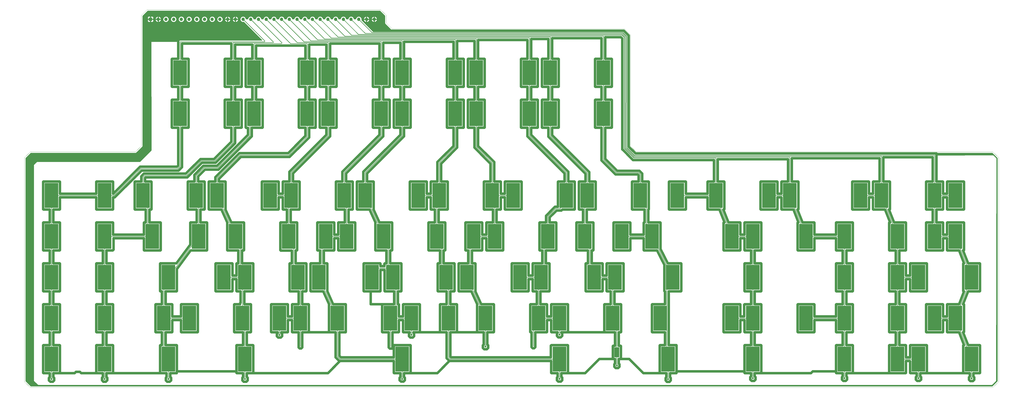
<source format=gbr>
%TF.GenerationSoftware,KiCad,Pcbnew,(5.1.9-0-10_14)*%
%TF.CreationDate,2021-02-25T21:43:52+01:00*%
%TF.ProjectId,mtfjis,6d746631-3232-42e6-9b69-6361645f7063,rev?*%
%TF.SameCoordinates,PXe1237f8PYe7db780*%
%TF.FileFunction,Copper,L2,Bot*%
%TF.FilePolarity,Positive*%
%FSLAX46Y46*%
G04 Gerber Fmt 4.6, Leading zero omitted, Abs format (unit mm)*
G04 Created by KiCad (PCBNEW (5.1.9-0-10_14)) date 2021-02-25 21:43:52*
%MOMM*%
%LPD*%
G01*
G04 APERTURE LIST*
%TA.AperFunction,Profile*%
%ADD10C,0.100000*%
%TD*%
%TA.AperFunction,SMDPad,CuDef*%
%ADD11R,6.985000X12.700000*%
%TD*%
%TA.AperFunction,SMDPad,CuDef*%
%ADD12C,1.000000*%
%TD*%
%TA.AperFunction,SMDPad,CuDef*%
%ADD13R,2.540000X5.080000*%
%TD*%
%TA.AperFunction,ComponentPad*%
%ADD14O,1.700000X1.700000*%
%TD*%
%TA.AperFunction,ComponentPad*%
%ADD15R,1.700000X1.700000*%
%TD*%
%TA.AperFunction,Conductor*%
%ADD16C,1.270000*%
%TD*%
%TA.AperFunction,Conductor*%
%ADD17C,0.250000*%
%TD*%
%TA.AperFunction,Conductor*%
%ADD18C,0.254000*%
%TD*%
%TA.AperFunction,Conductor*%
%ADD19C,0.150000*%
%TD*%
G04 APERTURE END LIST*
D10*
X119255000Y126830000D02*
X122255000Y123830000D01*
X-3065000Y129830000D02*
X-65000Y126830000D01*
X-6065000Y136800000D02*
X-3065000Y133800000D01*
X122255000Y123830000D02*
X122240000Y66785000D01*
X-125760000Y136785000D02*
X-6065000Y136800000D01*
X-65000Y126830000D02*
X119255000Y126830000D01*
X-3065000Y133800000D02*
X-3065000Y129830000D01*
X-131760000Y63785000D02*
X-128760000Y66785000D01*
X125240000Y63785000D02*
X122240000Y66785000D01*
X-128760000Y133785000D02*
X-125760000Y136785000D01*
X-128760000Y133785000D02*
X-128760000Y66785000D01*
X311240000Y60785000D02*
X308240000Y63785000D01*
X-188760000Y60785000D02*
X-185760000Y63785000D01*
X308240000Y-57215000D02*
X311240000Y-54215000D01*
X-185760000Y-57215000D02*
X-188760000Y-54215000D01*
X125240000Y63785000D02*
X308240000Y63785000D01*
X-188760000Y60785000D02*
X-188760000Y-54215000D01*
X-185760000Y-57215000D02*
X308240000Y-57215000D01*
X-185760000Y63785000D02*
X-131760000Y63785000D01*
X311240000Y60785000D02*
X311240000Y-54215000D01*
D11*
%TO.P,SW1,COL*%
%TO.N,COL_1*%
X-108887500Y104350000D03*
%TD*%
%TO.P,SW3,COL*%
%TO.N,COL_3*%
X-70887500Y104350000D03*
%TD*%
%TO.P,SW5,COL*%
%TO.N,COL_5*%
X-32887500Y104350000D03*
%TD*%
%TO.P,SW7,COL*%
%TO.N,COL_7*%
X5112500Y104350000D03*
%TD*%
%TO.P,SW9,COL*%
%TO.N,COL_9*%
X43112500Y104350000D03*
%TD*%
%TO.P,SW11,COL*%
%TO.N,COL_B*%
X81112500Y104350000D03*
%TD*%
%TO.P,SW13,COL*%
%TO.N,COL_1*%
X-108887500Y83350000D03*
%TD*%
%TO.P,SW15,COL*%
%TO.N,COL_3*%
X-70887500Y83350000D03*
%TD*%
%TO.P,SW17,COL*%
%TO.N,COL_5*%
X-32887500Y83350000D03*
%TD*%
%TO.P,SW19,COL*%
%TO.N,COL_7*%
X5112500Y83350000D03*
%TD*%
%TO.P,SW21,COL*%
%TO.N,COL_9*%
X43112500Y83350000D03*
%TD*%
%TO.P,SW23,COL*%
%TO.N,COL_B*%
X81112500Y83350000D03*
%TD*%
%TO.P,SW25,COL*%
%TO.N,COL_1*%
X-174887500Y41350000D03*
%TD*%
%TO.P,SW27,COL*%
%TO.N,COL_2*%
X-127887500Y41350000D03*
%TD*%
%TO.P,SW29,COL*%
%TO.N,COL_4*%
X-89887500Y41350000D03*
%TD*%
%TO.P,SW31,COL*%
%TO.N,COL_5*%
X-51887500Y41350000D03*
%TD*%
%TO.P,SW33,COL*%
%TO.N,COL_7*%
X-13887500Y41350000D03*
%TD*%
%TO.P,SW35,COL*%
%TO.N,COL_8*%
X24112500Y41350000D03*
%TD*%
%TO.P,SW37,COL*%
%TO.N,COL_9*%
X62112500Y41350000D03*
%TD*%
%TO.P,SW39,COL*%
%TO.N,COL_B*%
X100112500Y41350000D03*
%TD*%
%TO.P,SW42,COL*%
%TO.N,COL_D*%
X166112500Y41350000D03*
%TD*%
%TO.P,SW44,COL*%
%TO.N,COL_E*%
X204112500Y41350000D03*
%TD*%
%TO.P,SW46,COL*%
%TO.N,COL_F*%
X251112500Y41350000D03*
%TD*%
%TO.P,SW48,COL*%
%TO.N,COL_G*%
X289112500Y41350000D03*
%TD*%
%TO.P,SW49,COL*%
%TO.N,COL_1*%
X-174887500Y20350000D03*
%TD*%
%TO.P,SW51,COL*%
%TO.N,COL_2*%
X-123137500Y20350000D03*
%TD*%
%TO.P,SW52,COL*%
%TO.N,COL_3*%
X-99387500Y20350000D03*
%TD*%
%TO.P,SW53,COL*%
%TO.N,COL_4*%
X-80387500Y20350000D03*
%TD*%
%TO.P,SW56,COL*%
%TO.N,COL_6*%
X-23387500Y20350000D03*
%TD*%
%TO.P,SW57,COL*%
%TO.N,COL_7*%
X-4387500Y20350000D03*
%TD*%
%TO.P,SW60,COL*%
%TO.N,COL_9*%
X52612500Y20350000D03*
%TD*%
%TO.P,SW64,COL*%
%TO.N,COL_C*%
X133362500Y20350000D03*
%TD*%
%TO.P,SW66,COL*%
%TO.N,COL_D*%
X185112500Y20350000D03*
%TD*%
%TO.P,SW68,COL*%
%TO.N,COL_E*%
X232112500Y20350000D03*
%TD*%
%TO.P,SW71,COL*%
%TO.N,COL_G*%
X289112500Y20350000D03*
%TD*%
%TO.P,SW72,COL*%
%TO.N,COL_1*%
X-174887500Y-650000D03*
%TD*%
%TO.P,SW76,COL*%
%TO.N,COL_4*%
X-75637500Y-650000D03*
%TD*%
%TO.P,SW78,COL*%
%TO.N,COL_6*%
X-37637500Y-650000D03*
%TD*%
%TO.P,SW80,COL*%
%TO.N,COL_7*%
X362500Y-650000D03*
%TD*%
%TO.P,SW82,COL*%
%TO.N,COL_9*%
X38362500Y-650000D03*
%TD*%
%TO.P,SW84,COL*%
%TO.N,COL_A*%
X76362500Y-650000D03*
%TD*%
%TO.P,SW86,COL*%
%TO.N,COL_B*%
X114362500Y-650000D03*
%TD*%
%TO.P,SW88,COL*%
%TO.N,COL_D*%
X185112500Y-650000D03*
%TD*%
%TO.P,SW89,COL*%
%TO.N,COL_E*%
X232112500Y-650000D03*
%TD*%
%TO.P,SW91,COL*%
%TO.N,COL_F*%
X270112500Y-650000D03*
%TD*%
%TO.P,SW93,COL*%
%TO.N,COL_1*%
X-174887500Y-21650000D03*
%TD*%
%TO.P,SW96,COL*%
%TO.N,COL_3*%
X-104137500Y-21650000D03*
%TD*%
%TO.P,SW99,COL*%
%TO.N,COL_5*%
X-47137500Y-21650000D03*
%TD*%
%TO.P,SW100,COL*%
%TO.N,COL_6*%
X-28137500Y-21650000D03*
%TD*%
%TO.P,SW102,COL*%
%TO.N,COL_7*%
X9862500Y-21650000D03*
%TD*%
%TO.P,SW103,COL*%
%TO.N,COL_8*%
X28862500Y-21650000D03*
%TD*%
%TO.P,SW104,COL*%
%TO.N,COL_9*%
X47862500Y-21650000D03*
%TD*%
%TO.P,SW106,COL*%
%TO.N,COL_A*%
X85862500Y-21650000D03*
%TD*%
%TO.P,SW110,COL*%
%TO.N,COL_D*%
X185112500Y-21650000D03*
%TD*%
%TO.P,SW112,COL*%
%TO.N,COL_E*%
X232112500Y-21650000D03*
%TD*%
%TO.P,SW115,COL*%
%TO.N,COL_G*%
X289112500Y-21650000D03*
%TD*%
%TO.P,SW116,COL*%
%TO.N,COL_1*%
X-174887500Y-42650000D03*
%TD*%
%TO.P,SW119,COL*%
%TO.N,COL_4*%
X-75637500Y-42650000D03*
%TD*%
%TO.P,SW120,COL*%
%TO.N,COL_6*%
X5112500Y-42650000D03*
%TD*%
%TO.P,SW121,COL*%
%TO.N,COL_8*%
X85862500Y-42650000D03*
%TD*%
%TO.P,SW123,COL*%
%TO.N,COL_D*%
X185112500Y-42650000D03*
%TD*%
%TO.P,SW124,COL*%
%TO.N,COL_E*%
X232112500Y-42650000D03*
%TD*%
%TO.P,SW126,COL*%
%TO.N,COL_F*%
X270112500Y-42650000D03*
%TD*%
%TO.P,SW20,COL*%
%TO.N,COL_8*%
X32367500Y83350000D03*
%TD*%
%TO.P,SW8,COL*%
%TO.N,COL_8*%
X32367500Y104350000D03*
%TD*%
%TO.P,SW10,COL*%
%TO.N,COL_A*%
X70367500Y104350000D03*
%TD*%
%TO.P,SW6,COL*%
%TO.N,COL_6*%
X-5632500Y104350000D03*
%TD*%
%TO.P,SW22,COL*%
%TO.N,COL_A*%
X70367500Y83350000D03*
%TD*%
%TO.P,SW24,COL*%
%TO.N,COL_C*%
X108367500Y83350000D03*
%TD*%
%TO.P,SW18,COL*%
%TO.N,COL_6*%
X-5632500Y83350000D03*
%TD*%
%TO.P,SW2,COL*%
%TO.N,COL_2*%
X-81632500Y104350000D03*
%TD*%
%TO.P,SW16,COL*%
%TO.N,COL_4*%
X-43632500Y83350000D03*
%TD*%
%TO.P,SW4,COL*%
%TO.N,COL_4*%
X-43632500Y104350000D03*
%TD*%
%TO.P,SW12,COL*%
%TO.N,COL_C*%
X108367500Y104350000D03*
%TD*%
%TO.P,SW14,COL*%
%TO.N,COL_2*%
X-81632500Y83350000D03*
%TD*%
%TO.P,SW127,COL*%
%TO.N,COL_G*%
X297367500Y-42650000D03*
%TD*%
%TO.P,SW125,COL*%
%TO.N,COL_F*%
X259367500Y-42650000D03*
%TD*%
%TO.P,SW122,COL*%
%TO.N,COL_C*%
X141617500Y-42650000D03*
%TD*%
%TO.P,SW118,COL*%
%TO.N,COL_3*%
X-114882500Y-42650000D03*
%TD*%
%TO.P,SW117,COL*%
%TO.N,COL_2*%
X-147632500Y-42650000D03*
%TD*%
%TO.P,SW114,COL*%
%TO.N,COL_G*%
X278367500Y-21650000D03*
%TD*%
%TO.P,SW113,COL*%
%TO.N,COL_F*%
X259367500Y-21650000D03*
%TD*%
%TO.P,SW111,COL*%
%TO.N,COL_E*%
X212367500Y-21650000D03*
%TD*%
%TO.P,SW109,COL*%
%TO.N,COL_D*%
X174367500Y-21650000D03*
%TD*%
%TO.P,SW108,COL*%
%TO.N,COL_C*%
X137617500Y-21650000D03*
%TD*%
%TO.P,SW107,COL*%
%TO.N,COL_B*%
X113117500Y-21650000D03*
%TD*%
%TO.P,SW105,COL*%
%TO.N,COL_A*%
X75117500Y-21650000D03*
%TD*%
%TO.P,SW101,COL*%
%TO.N,COL_7*%
X-882500Y-21650000D03*
%TD*%
%TO.P,SW98,COL*%
%TO.N,COL_5*%
X-57882500Y-21650000D03*
%TD*%
%TO.P,SW97,COL*%
%TO.N,COL_4*%
X-76882500Y-21650000D03*
%TD*%
%TO.P,SW95,COL*%
%TO.N,COL_3*%
X-117257500Y-21650000D03*
%TD*%
%TO.P,SW94,COL*%
%TO.N,COL_2*%
X-147632500Y-21650000D03*
%TD*%
%TO.P,SW92,COL*%
%TO.N,COL_G*%
X297367500Y-650000D03*
%TD*%
%TO.P,SW90,COL*%
%TO.N,COL_F*%
X259367500Y-650000D03*
%TD*%
%TO.P,SW87,COL*%
%TO.N,COL_C*%
X143992500Y-650000D03*
%TD*%
%TO.P,SW85,COL*%
%TO.N,COL_B*%
X103617500Y-650000D03*
%TD*%
%TO.P,SW83,COL*%
%TO.N,COL_A*%
X65617500Y-650000D03*
%TD*%
%TO.P,SW81,COL*%
%TO.N,COL_8*%
X27617500Y-650000D03*
%TD*%
%TO.P,SW79,COL*%
%TO.N,COL_7*%
X-10382500Y-650000D03*
%TD*%
%TO.P,SW77,COL*%
%TO.N,COL_5*%
X-48382500Y-650000D03*
%TD*%
%TO.P,SW75,COL*%
%TO.N,COL_4*%
X-86382500Y-650000D03*
%TD*%
%TO.P,SW74,COL*%
%TO.N,COL_3*%
X-114882500Y-650000D03*
%TD*%
%TO.P,SW73,COL*%
%TO.N,COL_2*%
X-147632500Y-650000D03*
%TD*%
%TO.P,SW70,COL*%
%TO.N,COL_G*%
X278367500Y20350000D03*
%TD*%
%TO.P,SW69,COL*%
%TO.N,COL_F*%
X259367500Y20350000D03*
%TD*%
%TO.P,SW67,COL*%
%TO.N,COL_E*%
X212367500Y20350000D03*
%TD*%
%TO.P,SW65,COL*%
%TO.N,COL_D*%
X174367500Y20350000D03*
%TD*%
%TO.P,SW63,COL*%
%TO.N,COL_C*%
X117867500Y20350000D03*
%TD*%
%TO.P,SW62,COL*%
%TO.N,COL_B*%
X98867500Y20350000D03*
%TD*%
%TO.P,SW61,COL*%
%TO.N,COL_A*%
X79867500Y20350000D03*
%TD*%
%TO.P,SW59,COL*%
%TO.N,COL_9*%
X41867500Y20350000D03*
%TD*%
%TO.P,SW58,COL*%
%TO.N,COL_8*%
X22867500Y20350000D03*
%TD*%
%TO.P,SW55,COL*%
%TO.N,COL_6*%
X-34132500Y20350000D03*
%TD*%
%TO.P,SW54,COL*%
%TO.N,COL_5*%
X-53132500Y20350000D03*
%TD*%
%TO.P,SW50,COL*%
%TO.N,COL_2*%
X-147632500Y20350000D03*
%TD*%
%TO.P,SW47,COL*%
%TO.N,COL_G*%
X278367500Y41350000D03*
%TD*%
%TO.P,SW45,COL*%
%TO.N,COL_F*%
X240367500Y41350000D03*
%TD*%
%TO.P,SW43,COL*%
%TO.N,COL_E*%
X193367500Y41350000D03*
%TD*%
%TO.P,SW41,COL*%
%TO.N,COL_D*%
X146367500Y41350000D03*
%TD*%
%TO.P,SW40,COL*%
%TO.N,COL_C*%
X127367500Y41350000D03*
%TD*%
%TO.P,SW38,COL*%
%TO.N,COL_A*%
X89367500Y41350000D03*
%TD*%
%TO.P,SW36,COL*%
%TO.N,COL_9*%
X51367500Y41350000D03*
%TD*%
%TO.P,SW34,COL*%
%TO.N,COL_8*%
X13367500Y41350000D03*
%TD*%
%TO.P,SW32,COL*%
%TO.N,COL_6*%
X-24632500Y41350000D03*
%TD*%
%TO.P,SW30,COL*%
%TO.N,COL_5*%
X-62632500Y41350000D03*
%TD*%
%TO.P,SW28,COL*%
%TO.N,COL_3*%
X-100632500Y41350000D03*
%TD*%
%TO.P,SW26,COL*%
%TO.N,COL_1*%
X-147632500Y41350000D03*
%TD*%
D12*
%TO.P,COL_G_TP24,1*%
%TO.N,COL_G*%
X297375000Y-52560000D03*
%TD*%
%TO.P,COL_F_TP23,1*%
%TO.N,COL_F*%
X270105000Y-52500000D03*
%TD*%
%TO.P,COL_E_TP22,1*%
%TO.N,COL_E*%
X232135000Y-52480000D03*
%TD*%
%TO.P,COL_D_TP21,1*%
%TO.N,COL_D*%
X185115000Y-52500000D03*
%TD*%
%TO.P,COL_C_TP20,1*%
%TO.N,COL_C*%
X141615000Y-52960000D03*
%TD*%
%TO.P,COL_B_TP19,1*%
%TO.N,COL_B*%
X115305000Y-45920000D03*
%TD*%
%TO.P,COL_A_TP18,1*%
%TO.N,COL_A*%
X85865000Y-30100000D03*
%TD*%
%TO.P,COL_9_TP17,1*%
%TO.N,COL_9*%
X47865000Y-36210000D03*
%TD*%
%TO.P,COL_8_TP16,1*%
%TO.N,COL_8*%
X85875000Y-52810000D03*
%TD*%
%TO.P,COL_7_TP15,1*%
%TO.N,COL_7*%
X9875000Y-30200000D03*
%TD*%
%TO.P,COL_6_TP14,1*%
%TO.N,COL_6*%
X5125000Y-52860000D03*
%TD*%
%TO.P,COL_5_TP13,1*%
%TO.N,COL_5*%
X-57885000Y-30250000D03*
%TD*%
%TO.P,COL_4_TP12,1*%
%TO.N,COL_4*%
X-75585000Y-52890000D03*
%TD*%
%TO.P,COL_3_TP11,1*%
%TO.N,COL_3*%
X-114885000Y-52890000D03*
%TD*%
%TO.P,COL_2_TP10,1*%
%TO.N,COL_2*%
X-147645000Y-52870000D03*
%TD*%
%TO.P,COL_1_TP9,1*%
%TO.N,COL_1*%
X-174875000Y-52930000D03*
%TD*%
D13*
%TO.P,CAL1,COL*%
%TO.N,COL_B*%
X115295000Y-39150000D03*
%TD*%
D14*
%TO.P,J1,4*%
%TO.N,ROW_2*%
X-112195000Y131785000D03*
D15*
%TO.P,J1,1*%
%TO.N,GND*%
X-124075000Y131785000D03*
D14*
%TO.P,J1,2*%
X-120115000Y131785000D03*
%TO.P,J1,3*%
%TO.N,ROW_1*%
X-116155000Y131785000D03*
%TO.P,J1,5*%
%TO.N,ROW_3*%
X-108235000Y131785000D03*
%TO.P,J1,6*%
%TO.N,ROW_4*%
X-104275000Y131785000D03*
%TO.P,J1,7*%
%TO.N,ROW_5*%
X-100315000Y131785000D03*
%TO.P,J1,8*%
%TO.N,ROW_6*%
X-96355000Y131785000D03*
%TO.P,J1,9*%
%TO.N,ROW_7*%
X-92395000Y131785000D03*
%TO.P,J1,10*%
%TO.N,ROW_8*%
X-88435000Y131785000D03*
%TO.P,J1,11*%
%TO.N,GND*%
X-84475000Y131785000D03*
%TO.P,J1,12*%
X-80515000Y131785000D03*
%TO.P,J1,13*%
%TO.N,COL_1*%
X-76555000Y131785000D03*
%TO.P,J1,14*%
%TO.N,COL_2*%
X-72595000Y131785000D03*
%TO.P,J1,15*%
%TO.N,COL_3*%
X-68635000Y131785000D03*
%TO.P,J1,16*%
%TO.N,COL_4*%
X-64675000Y131785000D03*
%TO.P,J1,17*%
%TO.N,COL_5*%
X-60715000Y131785000D03*
%TO.P,J1,18*%
%TO.N,COL_6*%
X-56755000Y131785000D03*
%TO.P,J1,19*%
%TO.N,COL_7*%
X-52795000Y131785000D03*
%TO.P,J1,20*%
%TO.N,COL_8*%
X-48835000Y131785000D03*
%TO.P,J1,21*%
%TO.N,COL_9*%
X-44875000Y131785000D03*
%TO.P,J1,22*%
%TO.N,COL_A*%
X-40915000Y131785000D03*
%TO.P,J1,23*%
%TO.N,COL_B*%
X-36955000Y131785000D03*
%TO.P,J1,24*%
%TO.N,COL_C*%
X-32995000Y131785000D03*
%TO.P,J1,25*%
%TO.N,COL_D*%
X-29035000Y131785000D03*
%TO.P,J1,26*%
%TO.N,COL_E*%
X-25075000Y131785000D03*
%TO.P,J1,27*%
%TO.N,COL_F*%
X-21115000Y131785000D03*
%TO.P,J1,28*%
%TO.N,COL_G*%
X-17155000Y131785000D03*
%TO.P,J1,29*%
%TO.N,GND*%
X-13195000Y131785000D03*
%TO.P,J1,30*%
X-9235000Y131785000D03*
%TD*%
D16*
%TO.N,GND*%
X-84715001Y13331999D02*
X-84715001Y27368001D01*
X-84548001Y13164999D02*
X-84715001Y13331999D01*
X-79037010Y13164999D02*
X-84548001Y13164999D01*
X-79037010Y6535001D02*
X-79037010Y13164999D01*
X-79798001Y6535001D02*
X-79037010Y6535001D01*
X-79965001Y6368001D02*
X-79798001Y6535001D01*
X-79965001Y312010D02*
X-79965001Y6368001D01*
X-82054999Y312010D02*
X-79965001Y312010D01*
X-82054999Y6368001D02*
X-82054999Y312010D01*
X-82221999Y6535001D02*
X-82054999Y6368001D01*
X-90543001Y6535001D02*
X-82221999Y6535001D01*
X-90710001Y6368001D02*
X-90543001Y6535001D01*
X-90710001Y-7668001D02*
X-90710001Y6368001D01*
X-90543001Y-7835001D02*
X-90710001Y-7668001D01*
X-82221999Y-7835001D02*
X-90543001Y-7835001D01*
X-82054999Y-7668001D02*
X-82221999Y-7835001D01*
X-82054999Y-1612010D02*
X-82054999Y-7668001D01*
X-79965001Y-1612010D02*
X-82054999Y-1612010D01*
X-78159999Y-14464999D02*
X-78159999Y-13964999D01*
X-79965001Y-49668001D02*
X-79965001Y-35631999D01*
X-79965001Y-35631999D02*
X-79798001Y-35464999D01*
X-79798001Y-35464999D02*
X-76599510Y-35464999D01*
X-76599510Y-35464999D02*
X-76599510Y-28835001D01*
X-76599510Y-28835001D02*
X-81043001Y-28835001D01*
X-81043001Y-28835001D02*
X-81210001Y-28668001D01*
X-81210001Y-28668001D02*
X-81210001Y-14631999D01*
X-81210001Y-14631999D02*
X-81043001Y-14464999D01*
X-81043001Y-14464999D02*
X-78159999Y-14464999D01*
X-78159999Y-13964999D02*
X-77844510Y-13649510D01*
X-77844510Y-13649510D02*
X-77844510Y-7835001D01*
X-79798001Y-7835001D02*
X-79965001Y-7668001D01*
X-77844510Y-7835001D02*
X-79798001Y-7835001D01*
X-79965001Y-7668001D02*
X-79965001Y-1612010D01*
X265784999Y-49668001D02*
X265784999Y-43739999D01*
X265784999Y-43739999D02*
X265657010Y-43612010D01*
X265657010Y-43612010D02*
X263695001Y-43612010D01*
X263695001Y-43612010D02*
X263695001Y-49668001D01*
X-27203477Y-43612010D02*
X-25057010Y-43612010D01*
X-29099510Y-41715977D02*
X-27203477Y-43612010D01*
X-29099510Y-28835001D02*
X-29099510Y-41715977D01*
X30155976Y-41687990D02*
X29824510Y-41356524D01*
X81701999Y-35464999D02*
X81425000Y-35741998D01*
X90190001Y-35631999D02*
X90023001Y-35464999D01*
X29824510Y-41356524D02*
X29824510Y-28835001D01*
X90023001Y-49835001D02*
X90190001Y-49668001D01*
X90023001Y-35464999D02*
X81701999Y-35464999D01*
X90190001Y-49668001D02*
X90190001Y-35631999D01*
X81425000Y-35741998D02*
X81425000Y-41687990D01*
X81425000Y-41687990D02*
X30155976Y-41687990D01*
X-31030001Y-28835001D02*
X-46075000Y-28835001D01*
X-31030001Y-28835001D02*
X-29099510Y-28835001D01*
X30969999Y-28835001D02*
X45925000Y-28835001D01*
X29824510Y-28835001D02*
X30969999Y-28835001D01*
X180784999Y-49668001D02*
X180784999Y-48880000D01*
X145945001Y-48880000D02*
X145945001Y-49668001D01*
X263695001Y-49668001D02*
X263528001Y-49835001D01*
X265784999Y-48880000D02*
X265784999Y-49668001D01*
X263695001Y-49668001D02*
X263695001Y-48880000D01*
X29359023Y-43612010D02*
X31692990Y-43612010D01*
X-11075000Y-7880000D02*
X-11119999Y-7835001D01*
X-11075000Y-14464999D02*
X-11075000Y-7880000D01*
X-5043001Y-14464999D02*
X-11075000Y-14464999D01*
X-71476999Y-49835001D02*
X-72030001Y-49835001D01*
X88880001Y-49835001D02*
X90023001Y-49835001D01*
X180784999Y-48880000D02*
X145945001Y-48880000D01*
X263528001Y-49835001D02*
X257880001Y-49835001D01*
X271880001Y-49835001D02*
X294969999Y-49835001D01*
X293206999Y-49835001D02*
X294969999Y-49835001D01*
X-26807010Y-43612010D02*
X-25057010Y-43612010D01*
X-33030001Y-49835001D02*
X-26807010Y-43612010D01*
X-71476999Y-49835001D02*
X-33030001Y-49835001D01*
X31692990Y-43612010D02*
X29692990Y-43612010D01*
X-120075000Y131975000D02*
X-120265000Y131785000D01*
X9273001Y-35464999D02*
X951999Y-35464999D01*
X9440001Y-49668001D02*
X9440001Y-35631999D01*
X9440001Y-35631999D02*
X9273001Y-35464999D01*
X951999Y-35464999D02*
X784999Y-35631999D01*
X9273001Y-49835001D02*
X9440001Y-49668001D01*
X-13030000Y131620000D02*
X-13195000Y131785000D01*
X-9235000Y131785000D02*
X-9400000Y131620000D01*
X784999Y-37230000D02*
X784999Y-35631999D01*
X-1095000Y-37230000D02*
X784999Y-37230000D01*
X-1095000Y-37227510D02*
X-1095000Y-37230000D01*
X-1280149Y-37227510D02*
X-1095000Y-37227510D01*
X-1842510Y-36665149D02*
X-1280149Y-37227510D01*
X-5210001Y-28668001D02*
X-5043001Y-28835001D01*
X-1842510Y-28835001D02*
X-1842510Y-36665149D01*
X-5043001Y-28835001D02*
X-1842510Y-28835001D01*
X-5210001Y-14631999D02*
X-5210001Y-28668001D01*
X-5043001Y-14464999D02*
X-5210001Y-14631999D01*
X-172119999Y-49835001D02*
X-170726999Y-49835001D01*
X-163030001Y-49835001D02*
X-172119999Y-49835001D01*
X-162325000Y-49130000D02*
X-163030001Y-49835001D01*
X-160325000Y-49130000D02*
X-162325000Y-49130000D01*
X-159619999Y-49835001D02*
X-160325000Y-49130000D01*
X-148592510Y-49835001D02*
X-159619999Y-49835001D01*
X-148592510Y-51841708D02*
X-148592510Y-49835001D01*
X-148980001Y-52229199D02*
X-148592510Y-51841708D01*
X-148980001Y-53510801D02*
X-148980001Y-52229199D01*
X-148285801Y-54205001D02*
X-148980001Y-53510801D01*
X-147004199Y-54205001D02*
X-148285801Y-54205001D01*
X-146309999Y-52229199D02*
X-146309999Y-53510801D01*
X-146309999Y-53510801D02*
X-147004199Y-54205001D01*
X-146672490Y-51866708D02*
X-146309999Y-52229199D01*
X-146672490Y-49835001D02*
X-146672490Y-51866708D01*
X-143471999Y-49835001D02*
X-146672490Y-49835001D01*
X23131033Y-49840000D02*
X29359023Y-43612010D01*
X9278000Y-49840000D02*
X23131033Y-49840000D01*
X9273001Y-49835001D02*
X9278000Y-49840000D01*
X227784999Y-48880000D02*
X227784999Y-49668001D01*
X214925000Y-49835001D02*
X215880001Y-48880000D01*
X215880001Y-48880000D02*
X227784999Y-48880000D01*
X189275000Y-49840000D02*
X192425000Y-49840000D01*
X192429999Y-49835001D02*
X214925000Y-49835001D01*
X192425000Y-49840000D02*
X192429999Y-49835001D01*
X274273001Y-49835001D02*
X271880001Y-49835001D01*
X274278002Y-49830000D02*
X274273001Y-49835001D01*
X274845000Y-49830000D02*
X274278002Y-49830000D01*
X255206999Y-49835001D02*
X257880001Y-49835001D01*
X255039999Y-49668001D02*
X255206999Y-49835001D01*
X255039999Y-35631999D02*
X255039999Y-49668001D01*
X255206999Y-35464999D02*
X255039999Y-35631999D01*
X255039999Y-14631999D02*
X255039999Y-28668001D01*
X255206999Y-14464999D02*
X255039999Y-14631999D01*
X258405490Y-7835001D02*
X258405490Y-14464999D01*
X255039999Y-7668001D02*
X255206999Y-7835001D01*
X258405490Y13164999D02*
X258405490Y6535001D01*
X255039999Y27368001D02*
X255039999Y13331999D01*
X246951999Y34164999D02*
X252903224Y34164999D01*
X246784999Y34331999D02*
X246951999Y34164999D01*
X255039999Y6368001D02*
X255039999Y-7668001D01*
X246784999Y40387990D02*
X246784999Y34331999D01*
X236206999Y34164999D02*
X244528001Y34164999D01*
X236273001Y-35464999D02*
X233074510Y-35464999D01*
X244732990Y42312010D02*
X244695001Y42349999D01*
X244695001Y40387990D02*
X246784999Y40387990D01*
X246784999Y42312010D02*
X244732990Y42312010D01*
X246951999Y48535001D02*
X246784999Y48368001D01*
X250152490Y48535001D02*
X246951999Y48535001D01*
X252903224Y34164999D02*
X255509443Y27535001D01*
X246784999Y48368001D02*
X246784999Y42312010D01*
X236273001Y-14464999D02*
X233074510Y-14464999D01*
X227784999Y27368001D02*
X227784999Y21312010D01*
X244528001Y48535001D02*
X236206999Y48535001D01*
X244528001Y34164999D02*
X244695001Y34331999D01*
X233074510Y-28835001D02*
X236273001Y-28835001D01*
X227784999Y21312010D02*
X216695001Y21312010D01*
X250152490Y60500000D02*
X250152490Y48535001D01*
X205072510Y48535001D02*
X205072510Y60500000D01*
X207970557Y34164999D02*
X208273001Y34164999D01*
X255206999Y6535001D02*
X255039999Y6368001D01*
X210576776Y27535001D02*
X207970557Y34164999D01*
X255039999Y-28668001D02*
X255206999Y-28835001D01*
X216528001Y27535001D02*
X210576776Y27535001D01*
X255206999Y13164999D02*
X258405490Y13164999D01*
X208440001Y34331999D02*
X208440001Y48368001D01*
X208273001Y34164999D02*
X208440001Y34331999D01*
X216695001Y27368001D02*
X216528001Y27535001D01*
X236273001Y6535001D02*
X233074510Y6535001D01*
X216695001Y21312010D02*
X216695001Y27368001D01*
X258405490Y-14464999D02*
X255206999Y-14464999D01*
X236039999Y48368001D02*
X236039999Y34331999D01*
X236206999Y48535001D02*
X236039999Y48368001D01*
X236607001Y-49835001D02*
X236440001Y-49668001D01*
X244695001Y42349999D02*
X244695001Y48368001D01*
X208440001Y48368001D02*
X208273001Y48535001D01*
X227951999Y27535001D02*
X227784999Y27368001D01*
X258405490Y-35464999D02*
X255206999Y-35464999D01*
X236273001Y27535001D02*
X227951999Y27535001D01*
X208273001Y48535001D02*
X205072510Y48535001D01*
X236273001Y13164999D02*
X236440001Y13331999D01*
X233074510Y-14464999D02*
X233074510Y-7835001D01*
X236440001Y27368001D02*
X236273001Y27535001D01*
X255206999Y-7835001D02*
X258405490Y-7835001D01*
X236440001Y13331999D02*
X236440001Y27368001D01*
X233074510Y6535001D02*
X233074510Y13164999D01*
X233074510Y13164999D02*
X236273001Y13164999D01*
X258405490Y-28835001D02*
X258405490Y-35464999D01*
X236440001Y-14631999D02*
X236273001Y-14464999D01*
X236273001Y-28835001D02*
X236440001Y-28668001D01*
X258405490Y6535001D02*
X255206999Y6535001D01*
X255206999Y27535001D02*
X255039999Y27368001D01*
X236440001Y6368001D02*
X236273001Y6535001D01*
X255039999Y13331999D02*
X255206999Y13164999D01*
X205072510Y60500000D02*
X250152490Y60500000D01*
X257880001Y-49835001D02*
X236607001Y-49835001D01*
X233074510Y-7835001D02*
X236273001Y-7835001D01*
X236440001Y-35631999D02*
X236273001Y-35464999D01*
X255206999Y-28835001D02*
X258405490Y-28835001D01*
X244695001Y48368001D02*
X244528001Y48535001D01*
X255509443Y27535001D02*
X255206999Y27535001D01*
X236273001Y-7835001D02*
X236440001Y-7668001D01*
X236039999Y34331999D02*
X236206999Y34164999D01*
X236440001Y-49668001D02*
X236440001Y-35631999D01*
X236440001Y-7668001D02*
X236440001Y6368001D01*
X236440001Y-28668001D02*
X236440001Y-14631999D01*
X244695001Y34331999D02*
X244695001Y40387990D01*
X233074510Y-35464999D02*
X233074510Y-28835001D01*
X274440001Y-35631999D02*
X274440001Y-49668001D01*
X265784999Y-41687990D02*
X265784999Y-35631999D01*
X263528001Y-35464999D02*
X263695001Y-35631999D01*
X260329510Y-35464999D02*
X263528001Y-35464999D01*
X263528001Y-28835001D02*
X260329510Y-28835001D01*
X260329510Y-28835001D02*
X260329510Y-35464999D01*
X263695001Y-28668001D02*
X263528001Y-28835001D01*
X263528001Y-14464999D02*
X263695001Y-14631999D01*
X263528001Y-7835001D02*
X260329510Y-7835001D01*
X263695001Y-1612010D02*
X263695001Y-7668001D01*
X265784999Y-7668001D02*
X265784999Y-1612010D01*
X274440001Y6368001D02*
X274440001Y-7668001D01*
X265951999Y6535001D02*
X274273001Y6535001D01*
X260329510Y-14464999D02*
X263528001Y-14464999D01*
X265784999Y6368001D02*
X265951999Y6535001D01*
X263695001Y312010D02*
X265784999Y312010D01*
X263528001Y6535001D02*
X263695001Y6368001D01*
X265951999Y-35464999D02*
X274273001Y-35464999D01*
X260329510Y6535001D02*
X263528001Y6535001D01*
X260329510Y13164999D02*
X260329510Y6535001D01*
X265784999Y-1612010D02*
X263695001Y-1612010D01*
X263528001Y13164999D02*
X260329510Y13164999D01*
X263695001Y13331999D02*
X263528001Y13164999D01*
X263528001Y27535001D02*
X263695001Y27368001D01*
X263695001Y27368001D02*
X263695001Y13331999D01*
X257576776Y27535001D02*
X263528001Y27535001D01*
X263695001Y6368001D02*
X263695001Y312010D01*
X254970557Y34164999D02*
X257576776Y27535001D01*
X255273001Y34164999D02*
X254970557Y34164999D01*
X255273001Y48535001D02*
X255440001Y48368001D01*
X274039999Y27368001D02*
X274206999Y27535001D01*
X277407490Y48535001D02*
X277407490Y60950000D01*
X274206999Y-28835001D02*
X274039999Y-28668001D01*
X274206999Y48535001D02*
X277407490Y48535001D01*
X274039999Y48368001D02*
X274206999Y48535001D01*
X277405490Y34164999D02*
X274206999Y34164999D01*
X255440001Y48368001D02*
X255440001Y34331999D01*
X282528001Y-14464999D02*
X282695001Y-14631999D01*
X274206999Y27535001D02*
X277405490Y27535001D01*
X263695001Y-41687990D02*
X265784999Y-41687990D01*
X263695001Y-7668001D02*
X263528001Y-7835001D01*
X274440001Y-7668001D02*
X274273001Y-7835001D01*
X293509443Y6535001D02*
X290903223Y13164999D01*
X282528001Y13164999D02*
X274206999Y13164999D01*
X265784999Y312010D02*
X265784999Y6368001D01*
X282695001Y19387990D02*
X282695001Y13331999D01*
X284784999Y19387990D02*
X282695001Y19387990D01*
X274273001Y-7835001D02*
X265951999Y-7835001D01*
X284784999Y13331999D02*
X284784999Y19387990D01*
X284951999Y13164999D02*
X284784999Y13331999D01*
X274273001Y6535001D02*
X274440001Y6368001D01*
X282695001Y13331999D02*
X282528001Y13164999D01*
X290903223Y13164999D02*
X284951999Y13164999D01*
X282695001Y-28668001D02*
X282528001Y-28835001D01*
X293206999Y6535001D02*
X293509443Y6535001D01*
X263695001Y-14631999D02*
X263695001Y-28668001D01*
X293039999Y6368001D02*
X293206999Y6535001D01*
X293206999Y-7835001D02*
X293039999Y-7668001D01*
X293039999Y-7668001D02*
X293039999Y6368001D01*
X293509442Y-7835001D02*
X293206999Y-7835001D01*
X263695001Y-35631999D02*
X263695001Y-41687990D01*
X290903222Y-14464999D02*
X293509442Y-7835001D01*
X252072510Y60950000D02*
X252072510Y48535001D01*
X284784999Y-14631999D02*
X284951999Y-14464999D01*
X274039999Y-28668001D02*
X274039999Y-14631999D01*
X274039999Y-14631999D02*
X274206999Y-14464999D01*
X284951999Y-14464999D02*
X290903222Y-14464999D01*
X282695001Y-22612010D02*
X282695001Y-28668001D01*
X282528001Y-28835001D02*
X274206999Y-28835001D01*
X284784999Y-20687990D02*
X284784999Y-14631999D01*
X277405490Y27535001D02*
X277405490Y34164999D01*
X290903224Y-28835001D02*
X284951999Y-28835001D01*
X274206999Y-14464999D02*
X282528001Y-14464999D01*
X255440001Y34331999D02*
X255273001Y34164999D01*
X274039999Y34331999D02*
X274039999Y48368001D01*
X293039999Y-49668001D02*
X293039999Y-35631999D01*
X284784999Y-28668001D02*
X284784999Y-22612010D01*
X274440001Y-49668001D02*
X274273001Y-49835001D01*
X284951999Y-28835001D02*
X284784999Y-28668001D01*
X265951999Y-7835001D02*
X265784999Y-7668001D01*
X274206999Y34164999D02*
X274039999Y34331999D01*
X282695001Y-20687990D02*
X284784999Y-20687990D01*
X260329510Y-7835001D02*
X260329510Y-14464999D01*
X282695001Y-14631999D02*
X282695001Y-20687990D01*
X265784999Y-35631999D02*
X265951999Y-35464999D01*
X252072510Y48535001D02*
X255273001Y48535001D01*
X293509443Y-35464999D02*
X290903224Y-28835001D01*
X274273001Y-35464999D02*
X274440001Y-35631999D01*
X274206999Y13164999D02*
X274039999Y13331999D01*
X293206999Y-35464999D02*
X293509443Y-35464999D01*
X274039999Y13331999D02*
X274039999Y27368001D01*
X293039999Y-35631999D02*
X293206999Y-35464999D01*
X277407490Y60950000D02*
X252072510Y60950000D01*
X284784999Y-22612010D02*
X282695001Y-22612010D01*
X293206999Y-49835001D02*
X293039999Y-49668001D01*
X189440001Y-35631999D02*
X189440001Y-49668001D01*
X186074510Y-35464999D02*
X189273001Y-35464999D01*
X186074510Y-28835001D02*
X186074510Y-35464999D01*
X189440001Y-28668001D02*
X189273001Y-28835001D01*
X189273001Y-14464999D02*
X189440001Y-14631999D01*
X186074510Y-14464999D02*
X189273001Y-14464999D01*
X189273001Y6535001D02*
X189440001Y6368001D01*
X189273001Y-28835001D02*
X186074510Y-28835001D01*
X189273001Y13164999D02*
X186074510Y13164999D01*
X189440001Y27368001D02*
X189440001Y13331999D01*
X189273001Y27535001D02*
X189440001Y27368001D01*
X189440001Y6368001D02*
X189440001Y-7668001D01*
X178528001Y27535001D02*
X178695001Y27368001D01*
X172576777Y27535001D02*
X178528001Y27535001D01*
X169970557Y34164999D02*
X172576777Y27535001D01*
X180784999Y21312010D02*
X180784999Y27368001D01*
X170440001Y34331999D02*
X170273001Y34164999D01*
X189273001Y-7835001D02*
X186074510Y-7835001D01*
X178695001Y21312010D02*
X180784999Y21312010D01*
X170440001Y48368001D02*
X170440001Y34331999D01*
X199784999Y48368001D02*
X199951999Y48535001D01*
X197695001Y42312010D02*
X199784999Y42312010D01*
X197528001Y48535001D02*
X197695001Y48368001D01*
X189440001Y-49668001D02*
X189273001Y-49835001D01*
X189039999Y34331999D02*
X189039999Y48368001D01*
X189206999Y34164999D02*
X189039999Y34331999D01*
X197528001Y34164999D02*
X189206999Y34164999D01*
X186074510Y13164999D02*
X186074510Y6535001D01*
X199657010Y40387990D02*
X197695001Y40387990D01*
X186074510Y-7835001D02*
X186074510Y-14464999D01*
X203152490Y48535001D02*
X203152490Y60010000D01*
X199784999Y34331999D02*
X199784999Y40260001D01*
X189273001Y-35464999D02*
X189440001Y-35631999D01*
X199951999Y34164999D02*
X199784999Y34331999D01*
X170273001Y48535001D02*
X170440001Y48368001D01*
X167072510Y48535001D02*
X170273001Y48535001D01*
X208509443Y27535001D02*
X205903224Y34164999D01*
X199784999Y40260001D02*
X199657010Y40387990D01*
X208206999Y27535001D02*
X208509443Y27535001D01*
X208039999Y13331999D02*
X208039999Y27368001D01*
X199784999Y42312010D02*
X199784999Y48368001D01*
X208206999Y13164999D02*
X208039999Y13331999D01*
X216695001Y13331999D02*
X216528001Y13164999D01*
X216695001Y19387990D02*
X216695001Y13331999D01*
X178695001Y27368001D02*
X178695001Y21312010D01*
X227951999Y6535001D02*
X231150490Y6535001D01*
X208206999Y-14464999D02*
X216528001Y-14464999D01*
X227784999Y-14631999D02*
X227951999Y-14464999D01*
X170273001Y34164999D02*
X169970557Y34164999D01*
X227784999Y-20687990D02*
X227784999Y-14631999D01*
X189206999Y48535001D02*
X197528001Y48535001D01*
X231150490Y-28835001D02*
X227951999Y-28835001D01*
X227951999Y-35464999D02*
X231150490Y-35464999D01*
X216695001Y-14631999D02*
X216695001Y-20687990D01*
X197695001Y34331999D02*
X197528001Y34164999D01*
X231150490Y6535001D02*
X231150490Y13164999D01*
X231150490Y-7835001D02*
X227951999Y-7835001D01*
X208039999Y-14631999D02*
X208206999Y-14464999D01*
X227951999Y-14464999D02*
X231150490Y-14464999D01*
X216528001Y-28835001D02*
X208206999Y-28835001D01*
X208039999Y-28668001D02*
X208039999Y-14631999D01*
X231150490Y13164999D02*
X227951999Y13164999D01*
X216528001Y13164999D02*
X208206999Y13164999D01*
X199951999Y48535001D02*
X203152490Y48535001D01*
X227951999Y13164999D02*
X227784999Y13331999D01*
X227784999Y13331999D02*
X227784999Y19387990D01*
X189440001Y-7668001D02*
X189273001Y-7835001D01*
X208206999Y-28835001D02*
X208039999Y-28668001D01*
X227951999Y-28835001D02*
X227784999Y-28668001D01*
X216695001Y-22612010D02*
X216695001Y-28668001D01*
X227784999Y-49668001D02*
X227784999Y-35631999D01*
X227784999Y-22612010D02*
X216695001Y-22612010D01*
X167072510Y60010000D02*
X167072510Y48535001D01*
X216528001Y-14464999D02*
X216695001Y-14631999D01*
X227784999Y19387990D02*
X216695001Y19387990D01*
X197695001Y48368001D02*
X197695001Y42312010D01*
X227784999Y6368001D02*
X227951999Y6535001D01*
X189039999Y48368001D02*
X189206999Y48535001D01*
X216695001Y-28668001D02*
X216528001Y-28835001D01*
X189440001Y13331999D02*
X189273001Y13164999D01*
X180784999Y27368001D02*
X180951999Y27535001D01*
X216695001Y-20687990D02*
X227784999Y-20687990D01*
X227951999Y-7835001D02*
X227784999Y-7668001D01*
X203152490Y60010000D02*
X167072510Y60010000D01*
X231150490Y-14464999D02*
X231150490Y-7835001D01*
X227784999Y-7668001D02*
X227784999Y6368001D01*
X189440001Y-14631999D02*
X189440001Y-28668001D01*
X180951999Y27535001D02*
X189273001Y27535001D01*
X231150490Y-35464999D02*
X231150490Y-28835001D01*
X197695001Y40387990D02*
X197695001Y34331999D01*
X227784999Y-35631999D02*
X227951999Y-35464999D01*
X208039999Y27368001D02*
X208206999Y27535001D01*
X227784999Y-28668001D02*
X227784999Y-22612010D01*
X186074510Y6535001D02*
X189273001Y6535001D01*
X205903224Y34164999D02*
X199951999Y34164999D01*
X184150490Y-35464999D02*
X180951999Y-35464999D01*
X184150490Y-28835001D02*
X184150490Y-35464999D01*
X180784999Y-35631999D02*
X180784999Y-49668001D01*
X180784999Y-28668001D02*
X180951999Y-28835001D01*
X178528001Y-28835001D02*
X178695001Y-28668001D01*
X178695001Y-14631999D02*
X178528001Y-14464999D01*
X178695001Y-20687990D02*
X178695001Y-14631999D01*
X178695001Y-22612010D02*
X180784999Y-22612010D01*
X180617010Y-20687990D02*
X178695001Y-20687990D01*
X180617010Y-14687990D02*
X180617010Y-20687990D01*
X184150490Y-14464999D02*
X180840001Y-14464999D01*
X184150490Y-7835001D02*
X184150490Y-14464999D01*
X178528001Y-14464999D02*
X170206999Y-14464999D01*
X184150490Y6535001D02*
X180951999Y6535001D01*
X109335000Y122650000D02*
X117375000Y122650000D01*
X180951999Y13164999D02*
X184150490Y13164999D01*
X180784999Y13331999D02*
X180951999Y13164999D01*
X180784999Y19387990D02*
X180784999Y13331999D01*
X180840001Y-14464999D02*
X180617010Y-14687990D01*
X178695001Y13331999D02*
X178695001Y19387990D01*
X118084682Y65790876D02*
X118084489Y65065013D01*
X178528001Y13164999D02*
X178695001Y13331999D01*
X142206999Y34164999D02*
X150528001Y34164999D01*
X180784999Y-7668001D02*
X180951999Y-7835001D01*
X170206999Y13164999D02*
X178528001Y13164999D01*
X170039999Y27368001D02*
X170039999Y13331999D01*
X170039999Y-14631999D02*
X170039999Y-28668001D01*
X180951999Y6535001D02*
X180784999Y6368001D01*
X117375000Y122650000D02*
X118084682Y121940318D01*
X170509443Y27535001D02*
X170206999Y27535001D01*
X167903224Y34164999D02*
X170509443Y27535001D01*
X170206999Y-28835001D02*
X178528001Y-28835001D01*
X161784999Y34331999D02*
X161951999Y34164999D01*
X170039999Y-28668001D02*
X170206999Y-28835001D01*
X161784999Y40387990D02*
X161784999Y34331999D01*
X170206999Y-14464999D02*
X170039999Y-14631999D01*
X142039999Y48368001D02*
X142039999Y34331999D01*
X118084682Y121940318D02*
X118084682Y65790876D01*
X150695001Y34331999D02*
X150695001Y40387990D01*
X180951999Y-35464999D02*
X180784999Y-35631999D01*
X161784999Y42312010D02*
X150695001Y42312010D01*
X161784999Y48368001D02*
X161784999Y42312010D01*
X170039999Y13331999D02*
X170206999Y13164999D01*
X118084489Y65065013D02*
X118525000Y64624266D01*
X161951999Y48535001D02*
X161784999Y48368001D01*
X165152489Y48535001D02*
X161951999Y48535001D01*
X150695001Y48368001D02*
X150528001Y48535001D01*
X150528001Y34164999D02*
X150695001Y34331999D01*
X178695001Y-28668001D02*
X178695001Y-22612010D01*
X184150490Y13164999D02*
X184150490Y6535001D01*
X123575000Y59560000D02*
X165152489Y59560000D01*
X142206999Y48535001D02*
X142039999Y48368001D01*
X118525000Y64624266D02*
X118525000Y64610000D01*
X150695001Y40387990D02*
X161784999Y40387990D01*
X118525000Y64610000D02*
X123575000Y59560000D01*
X165152489Y59560000D02*
X165152489Y48535001D01*
X178695001Y19387990D02*
X180784999Y19387990D01*
X109335000Y111680000D02*
X109335000Y122650000D01*
X150695001Y42312010D02*
X150695001Y48368001D01*
X142039999Y34331999D02*
X142206999Y34164999D01*
X180784999Y6368001D02*
X180784999Y-7668001D01*
X170206999Y27535001D02*
X170039999Y27368001D01*
X150528001Y48535001D02*
X142206999Y48535001D01*
X180951999Y-28835001D02*
X184150490Y-28835001D01*
X180784999Y-22612010D02*
X180784999Y-28668001D01*
X109415000Y111600000D02*
X109335000Y111680000D01*
X180951999Y-7835001D02*
X184150490Y-7835001D01*
X161951999Y34164999D02*
X167903224Y34164999D01*
X114332990Y-35774999D02*
X113356999Y-35774999D01*
X108789999Y-28668001D02*
X108956999Y-28835001D01*
X108956999Y-14464999D02*
X108789999Y-14631999D01*
X112155490Y-7835001D02*
X112155490Y-14464999D01*
X110034999Y-7668001D02*
X110201999Y-7835001D01*
X110201999Y-7835001D02*
X112155490Y-7835001D01*
X107945001Y-1612010D02*
X110034999Y-1612010D01*
X107778001Y-7835001D02*
X107945001Y-7668001D01*
X99289999Y6368001D02*
X99289999Y-7668001D01*
X100462990Y6535001D02*
X99456999Y6535001D01*
X94706999Y13164999D02*
X100462990Y13164999D01*
X94539999Y13331999D02*
X94706999Y13164999D01*
X94706999Y27535001D02*
X94539999Y27368001D01*
X97905490Y34164999D02*
X97905490Y27535001D01*
X95951999Y34164999D02*
X97905490Y34164999D01*
X95784999Y34331999D02*
X95951999Y34164999D01*
X95951999Y48535001D02*
X95784999Y48368001D01*
X99150490Y52534024D02*
X99150490Y48535001D01*
X80150490Y71534023D02*
X99150490Y52534024D01*
X80150490Y76164999D02*
X80150490Y71534023D01*
X76784999Y76331999D02*
X76951999Y76164999D01*
X76951999Y90535001D02*
X76784999Y90368001D01*
X80150490Y90535001D02*
X76951999Y90535001D01*
X80150490Y97164999D02*
X80150490Y90535001D01*
X76951999Y97164999D02*
X80150490Y97164999D01*
X107945001Y-7668001D02*
X107945001Y-1612010D01*
X99456999Y-7835001D02*
X107778001Y-7835001D01*
X99289999Y-7668001D02*
X99456999Y-7835001D01*
X76784999Y97331999D02*
X76951999Y97164999D01*
X100462990Y13164999D02*
X100462990Y6535001D01*
X76784999Y111368001D02*
X76784999Y97331999D01*
X76951999Y111535001D02*
X76784999Y111368001D01*
X108956999Y-28835001D02*
X114332990Y-28835001D01*
X80150490Y111535001D02*
X76951999Y111535001D01*
X74528001Y90535001D02*
X71329510Y90535001D01*
X74695001Y76331999D02*
X74695001Y90368001D01*
X114332990Y-28835001D02*
X114332990Y-35774999D01*
X71329510Y111535001D02*
X71329510Y121690000D01*
X84195001Y27368001D02*
X84028001Y27535001D01*
X90329510Y48535001D02*
X90329510Y53518477D01*
X112155490Y-14464999D02*
X108956999Y-14464999D01*
X110034999Y-1612010D02*
X110034999Y-7668001D01*
X93695001Y48368001D02*
X93528001Y48535001D01*
X87330486Y34164999D02*
X93528001Y34164999D01*
X86823477Y33657990D02*
X87330486Y34164999D01*
X108789999Y-14631999D02*
X108789999Y-28668001D01*
X71329510Y97164999D02*
X74528001Y97164999D01*
X99150490Y48535001D02*
X95951999Y48535001D01*
X74695001Y90368001D02*
X74528001Y90535001D01*
X113356999Y-35774999D02*
X113189999Y-35941999D01*
X84323476Y33657990D02*
X86823477Y33657990D01*
X94539999Y27368001D02*
X94539999Y13331999D01*
X80829510Y30164024D02*
X84323476Y33657990D01*
X74695001Y97331999D02*
X74695001Y111368001D01*
X80523001Y-7835001D02*
X80690001Y-7668001D01*
X93528001Y48535001D02*
X90329510Y48535001D01*
X84195001Y13331999D02*
X84195001Y27368001D01*
X84028001Y27535001D02*
X80829510Y27535001D01*
X84028001Y13164999D02*
X84195001Y13331999D01*
X76951999Y76164999D02*
X80150490Y76164999D01*
X93695001Y34331999D02*
X93695001Y48368001D01*
X93528001Y34164999D02*
X93695001Y34331999D01*
X74528001Y111535001D02*
X71329510Y111535001D01*
X80829510Y27535001D02*
X80829510Y30164024D01*
X74695001Y111368001D02*
X74528001Y111535001D01*
X80690001Y6368001D02*
X80523001Y6535001D01*
X90023001Y-14464999D02*
X81701999Y-14464999D01*
X90329510Y53518477D02*
X71329510Y72518476D01*
X78887010Y13164999D02*
X84028001Y13164999D01*
X80690001Y-7668001D02*
X80690001Y6368001D01*
X78887010Y6535001D02*
X78887010Y13164999D01*
X80150490Y121690000D02*
X80150490Y111535001D01*
X71329510Y121690000D02*
X80150490Y121690000D01*
X76784999Y90368001D02*
X76784999Y76331999D01*
X81701999Y-14464999D02*
X81534999Y-14631999D01*
X80523001Y6535001D02*
X78887010Y6535001D01*
X71329510Y90535001D02*
X71329510Y97164999D01*
X90190001Y-28668001D02*
X90190001Y-14631999D01*
X79445001Y-20687990D02*
X79445001Y-14631999D01*
X76079510Y-7835001D02*
X80523001Y-7835001D01*
X76079510Y-14464999D02*
X76079510Y-7835001D01*
X113189999Y-35941999D02*
X113189999Y-42358001D01*
X71329510Y76164999D02*
X74528001Y76164999D01*
X74528001Y76164999D02*
X74695001Y76331999D01*
X97905490Y27535001D02*
X94706999Y27535001D01*
X81534999Y-20687990D02*
X79445001Y-20687990D01*
X79278001Y-14464999D02*
X76079510Y-14464999D01*
X79445001Y-14631999D02*
X79278001Y-14464999D01*
X99456999Y6535001D02*
X99289999Y6368001D01*
X81534999Y-14631999D02*
X81534999Y-20687990D01*
X90190001Y-14631999D02*
X90023001Y-14464999D01*
X95784999Y48368001D02*
X95784999Y34331999D01*
X74528001Y97164999D02*
X74695001Y97331999D01*
X71329510Y72518476D02*
X71329510Y76164999D01*
X90023001Y-28835001D02*
X90190001Y-28668001D01*
X27900490Y-42153477D02*
X29359023Y-43612010D01*
X27900490Y-28835001D02*
X27900490Y-42153477D01*
X24701999Y-28835001D02*
X27900490Y-28835001D01*
X24534999Y-28668001D02*
X24701999Y-28835001D01*
X27900490Y-7855490D02*
X27900490Y-14464999D01*
X23477488Y-7855490D02*
X27900490Y-7855490D01*
X23289999Y6368001D02*
X23289999Y-7668001D01*
X23456999Y6535001D02*
X23289999Y6368001D01*
X24462990Y6535001D02*
X23456999Y6535001D01*
X18539999Y13331999D02*
X18706999Y13164999D01*
X18706999Y27535001D02*
X18539999Y27368001D01*
X21905490Y27535001D02*
X18706999Y27535001D01*
X18539999Y27368001D02*
X18539999Y13331999D01*
X21905490Y34164999D02*
X21905490Y27535001D01*
X17695001Y40387990D02*
X19784999Y40387990D01*
X17695001Y34331999D02*
X17695001Y40387990D01*
X9039999Y34331999D02*
X9206999Y34164999D01*
X17528001Y48535001D02*
X9206999Y48535001D01*
X23150490Y48535001D02*
X19951999Y48535001D01*
X31405490Y66773476D02*
X23150490Y58518477D01*
X31405490Y76164999D02*
X31405490Y66773476D01*
X28039999Y76331999D02*
X28206999Y76164999D01*
X28039999Y90368001D02*
X28039999Y76331999D01*
X24534999Y-14631999D02*
X24534999Y-28668001D01*
X24701999Y-14464999D02*
X24534999Y-14631999D01*
X28206999Y90535001D02*
X28039999Y90368001D01*
X17528001Y34164999D02*
X17695001Y34331999D01*
X31405490Y90535001D02*
X28206999Y90535001D01*
X28206999Y97164999D02*
X31405490Y97164999D01*
X28039999Y97331999D02*
X28206999Y97164999D01*
X-59999Y27368001D02*
X-226999Y27535001D01*
X28206999Y111535001D02*
X28039999Y111368001D01*
X14023001Y-28835001D02*
X14190001Y-28668001D01*
X31405490Y120240000D02*
X31405490Y111535001D01*
X18706999Y13164999D02*
X24462990Y13164999D01*
X4523001Y6535001D02*
X-1112990Y6535001D01*
X-9559999Y48368001D02*
X-9726999Y48535001D01*
X6074510Y120240000D02*
X31405490Y120240000D01*
X9273001Y111535001D02*
X6074510Y111535001D01*
X28206999Y76164999D02*
X31405490Y76164999D01*
X6074510Y111535001D02*
X6074510Y120240000D01*
X17695001Y48368001D02*
X17528001Y48535001D01*
X6074510Y97164999D02*
X9273001Y97164999D01*
X9440001Y76331999D02*
X9440001Y90368001D01*
X9273001Y76164999D02*
X9440001Y76331999D01*
X-12925490Y48535001D02*
X-12925490Y52721524D01*
X9440001Y97331999D02*
X9440001Y111368001D01*
X19951999Y34164999D02*
X21905490Y34164999D01*
X19784999Y34331999D02*
X19951999Y34164999D01*
X6074510Y76164999D02*
X9273001Y76164999D01*
X6074510Y90535001D02*
X6074510Y97164999D01*
X27900490Y-14464999D02*
X24701999Y-14464999D01*
X19784999Y40387990D02*
X19784999Y34331999D01*
X-12925490Y52721524D02*
X6074510Y71721523D01*
X-9559999Y34331999D02*
X-9559999Y48368001D01*
X-9626665Y34265334D02*
X-9559999Y34331999D01*
X23289999Y-7668001D02*
X23477488Y-7855490D01*
X19784999Y42312010D02*
X17695001Y42312010D01*
X19784999Y48368001D02*
X19784999Y42312010D01*
X31405490Y97164999D02*
X31405490Y90535001D01*
X14023001Y-14464999D02*
X5701999Y-14464999D01*
X-226999Y27535001D02*
X-6581990Y27535001D01*
X23150490Y58518477D02*
X23150490Y48535001D01*
X9273001Y90535001D02*
X6074510Y90535001D01*
X3278001Y-14464999D02*
X2925000Y-14464999D01*
X5701999Y-14464999D02*
X5534999Y-14631999D01*
X-1112990Y6535001D02*
X-1112990Y13164999D01*
X-59999Y13331999D02*
X-59999Y27368001D01*
X9440001Y90368001D02*
X9273001Y90535001D01*
X9206999Y34164999D02*
X17528001Y34164999D01*
X-1112990Y13164999D02*
X-226999Y13164999D01*
X2925000Y-7835001D02*
X4523001Y-7835001D01*
X4690001Y-7668001D02*
X4690001Y6368001D01*
X9206999Y48535001D02*
X9039999Y48368001D01*
X2925000Y-14464999D02*
X2925000Y-7835001D01*
X4523001Y-7835001D02*
X4690001Y-7668001D01*
X9039999Y48368001D02*
X9039999Y34331999D01*
X-6581990Y27535001D02*
X-9626665Y34265334D01*
X3445001Y-14631999D02*
X3278001Y-14464999D01*
X5534999Y-20687990D02*
X3445001Y-20687990D01*
X28039999Y111368001D02*
X28039999Y97331999D01*
X-9726999Y48535001D02*
X-12925490Y48535001D01*
X19951999Y48535001D02*
X19784999Y48368001D01*
X5534999Y-14631999D02*
X5534999Y-20687990D01*
X-226999Y13164999D02*
X-59999Y13331999D01*
X4690001Y6368001D02*
X4523001Y6535001D01*
X14190001Y-28668001D02*
X14190001Y-14631999D01*
X9440001Y111368001D02*
X9273001Y111535001D01*
X9273001Y97164999D02*
X9440001Y97331999D01*
X24462990Y13164999D02*
X24462990Y6535001D01*
X14190001Y-14631999D02*
X14023001Y-14464999D01*
X17695001Y42312010D02*
X17695001Y48368001D01*
X31405490Y111535001D02*
X28206999Y111535001D01*
X6074510Y71721523D02*
X6074510Y76164999D01*
X3445001Y-20687990D02*
X3445001Y-14631999D01*
X925000Y-14464999D02*
X-5043001Y-14464999D01*
X925000Y-7835001D02*
X925000Y-14464999D01*
X-6054999Y3120000D02*
X-3965001Y3120000D01*
X-6221999Y-7835001D02*
X-6054999Y-7668001D01*
X-14710001Y-7668001D02*
X-14543001Y-7835001D01*
X-14710001Y6368001D02*
X-14710001Y-7668001D01*
X-6221999Y6535001D02*
X-14543001Y6535001D01*
X-6054999Y5120000D02*
X-6054999Y6368001D01*
X-3798001Y6535001D02*
X-4075000Y6258002D01*
X-14543001Y6535001D02*
X-14710001Y6368001D01*
X-3037010Y13164999D02*
X-3037010Y6535001D01*
X-8548001Y13164999D02*
X-3037010Y13164999D01*
X-8715001Y13331999D02*
X-8548001Y13164999D01*
X-8715001Y27368001D02*
X-8715001Y13331999D01*
X-8648335Y27434666D02*
X-8715001Y27368001D01*
X-11693008Y34164999D02*
X-8648335Y27434666D01*
X-18048001Y34164999D02*
X-11693008Y34164999D01*
X-18215001Y34331999D02*
X-18048001Y34164999D01*
X-14849510Y48535001D02*
X-18048001Y48535001D01*
X-3037010Y6535001D02*
X-3798001Y6535001D01*
X4150490Y72518476D02*
X-14849510Y53518477D01*
X4150490Y76164999D02*
X4150490Y72518476D01*
X951999Y76164999D02*
X4150490Y76164999D01*
X784999Y76331999D02*
X951999Y76164999D01*
X-14543001Y-7835001D02*
X-6221999Y-7835001D01*
X784999Y90368001D02*
X784999Y76331999D01*
X951999Y90535001D02*
X784999Y90368001D01*
X-3965001Y3120000D02*
X-3965001Y-7668001D01*
X951999Y97164999D02*
X4150490Y97164999D01*
X784999Y111368001D02*
X784999Y97331999D01*
X-4075000Y6258002D02*
X-4075000Y5120000D01*
X951999Y111535001D02*
X784999Y111368001D01*
X4150490Y111535001D02*
X951999Y111535001D01*
X-1304999Y111368001D02*
X-1471999Y111535001D01*
X-1471999Y97164999D02*
X-1304999Y97331999D01*
X4150490Y119780000D02*
X4150490Y111535001D01*
X-33376665Y-7734666D02*
X-33309999Y-7668001D01*
X-4670490Y90535001D02*
X-4670490Y97164999D01*
X-33476999Y6535001D02*
X-35112990Y6535001D01*
X-4670490Y97164999D02*
X-1471999Y97164999D01*
X-3965001Y-7668001D02*
X-3798001Y-7835001D01*
X-1471999Y90535001D02*
X-4670490Y90535001D01*
X-1304999Y76331999D02*
X-1304999Y90368001D01*
X-23976999Y-14464999D02*
X-30331990Y-14464999D01*
X-23670490Y52721524D02*
X-4670490Y71721523D01*
X-6054999Y6368001D02*
X-6221999Y6535001D01*
X-22425490Y34164999D02*
X-20471999Y34164999D01*
X-27175490Y-28835001D02*
X-23976999Y-28835001D01*
X-29971999Y13164999D02*
X-29804999Y13331999D01*
X-22425490Y27535001D02*
X-22425490Y34164999D01*
X-20304999Y34331999D02*
X-20304999Y48368001D01*
X-4670490Y71721523D02*
X-4670490Y76164999D01*
X-19226999Y27535001D02*
X-22425490Y27535001D01*
X-19059999Y27368001D02*
X-19226999Y27535001D01*
X-19059999Y13331999D02*
X-19059999Y27368001D01*
X-4670490Y119780000D02*
X4150490Y119780000D01*
X-19226999Y13164999D02*
X-19059999Y13331999D01*
X-27715001Y19387990D02*
X-27715001Y13331999D01*
X-1304999Y90368001D02*
X-1471999Y90535001D01*
X-6054999Y-7668001D02*
X-6054999Y3120000D01*
X784999Y-41687990D02*
X-26406524Y-41687990D01*
X-33309999Y6368001D02*
X-33476999Y6535001D01*
X-18048001Y48535001D02*
X-18215001Y48368001D01*
X-30331990Y-14464999D02*
X-33376665Y-7734666D01*
X-27548001Y13164999D02*
X-19226999Y13164999D01*
X-20471999Y34164999D02*
X-20304999Y34331999D01*
X-26406524Y-41687990D02*
X-27175490Y-40919024D01*
X784999Y-35631999D02*
X784999Y-41687990D01*
X-20304999Y48368001D02*
X-20471999Y48535001D01*
X-4075000Y5120000D02*
X-6054999Y5120000D01*
X-27715001Y13331999D02*
X-27548001Y13164999D01*
X-4670490Y111535001D02*
X-4670490Y119780000D01*
X-18215001Y48368001D02*
X-18215001Y34331999D01*
X-1304999Y97331999D02*
X-1304999Y111368001D01*
X-1471999Y111535001D02*
X-4670490Y111535001D01*
X-4670490Y76164999D02*
X-1471999Y76164999D01*
X4150490Y97164999D02*
X4150490Y90535001D01*
X-23809999Y-14631999D02*
X-23976999Y-14464999D01*
X-23809999Y-28668001D02*
X-23809999Y-14631999D01*
X784999Y97331999D02*
X951999Y97164999D01*
X-29804999Y19387990D02*
X-27715001Y19387990D01*
X4150490Y90535001D02*
X951999Y90535001D01*
X-23976999Y-28835001D02*
X-23809999Y-28668001D01*
X-20471999Y48535001D02*
X-23670490Y48535001D01*
X-27175490Y-40919024D02*
X-27175490Y-28835001D01*
X-23670490Y48535001D02*
X-23670490Y52721524D01*
X-3798001Y-7835001D02*
X925000Y-7835001D01*
X-29804999Y13331999D02*
X-29804999Y19387990D01*
X-35112990Y6535001D02*
X-35112990Y13164999D01*
X-1471999Y76164999D02*
X-1304999Y76331999D01*
X-35112990Y13164999D02*
X-29971999Y13164999D01*
X-14849510Y53518477D02*
X-14849510Y48535001D01*
X-33309999Y-7668001D02*
X-33309999Y6368001D01*
X-79965001Y-48880000D02*
X-79965001Y-49668001D01*
X-110554999Y-48880000D02*
X-79965001Y-48880000D01*
X-110554999Y-35631999D02*
X-110554999Y-48880000D01*
X-110721999Y-35464999D02*
X-110554999Y-35631999D01*
X-116295490Y-35464999D02*
X-110721999Y-35464999D01*
X-116295490Y-28835001D02*
X-116295490Y-35464999D01*
X-112807010Y-22612010D02*
X-112929999Y-22734999D01*
X-108465001Y-22612010D02*
X-112807010Y-22612010D01*
X-108465001Y-28668001D02*
X-108465001Y-22612010D01*
X-99976999Y-28835001D02*
X-108298001Y-28835001D01*
X-99809999Y-28668001D02*
X-99976999Y-28835001D01*
X-99809999Y-14631999D02*
X-99809999Y-28668001D01*
X-99976999Y-14464999D02*
X-99809999Y-14631999D01*
X-108298001Y-14464999D02*
X-99976999Y-14464999D01*
X-108465001Y-14631999D02*
X-108298001Y-14464999D01*
X-112929999Y-20687990D02*
X-108465001Y-20687990D01*
X-108298001Y-28835001D02*
X-108465001Y-28668001D01*
X-113096999Y-14464999D02*
X-112929999Y-14631999D01*
X-116295490Y-14464999D02*
X-113096999Y-14464999D01*
X-116295490Y-7835001D02*
X-116295490Y-14464999D01*
X-110721999Y-7835001D02*
X-116295490Y-7835001D01*
X-110554999Y-7668001D02*
X-110721999Y-7835001D01*
X-110554999Y3594673D02*
X-110554999Y-7668001D01*
X-103719962Y12858033D02*
X-110554999Y3594673D01*
X-103412996Y13164999D02*
X-103719962Y12858033D01*
X-95226999Y13164999D02*
X-103412996Y13164999D01*
X-95059999Y13331999D02*
X-95226999Y13164999D01*
X-112929999Y-28668001D02*
X-113096999Y-28835001D01*
X-95059999Y27368001D02*
X-95059999Y13331999D01*
X-94215001Y48368001D02*
X-94048001Y48535001D01*
X-99670490Y48535001D02*
X-96471999Y48535001D01*
X-99670490Y51164024D02*
X-99670490Y48535001D01*
X-96176524Y54657990D02*
X-99670490Y51164024D01*
X-90849510Y48535001D02*
X-90849510Y50705977D01*
X-96471999Y48535001D02*
X-96304999Y48368001D01*
X-89176523Y54657990D02*
X-96176524Y54657990D01*
X-72112990Y71721524D02*
X-89176523Y54657990D01*
X-72112990Y76164999D02*
X-72112990Y71721524D01*
X-66726999Y76164999D02*
X-72112990Y76164999D01*
X-66559999Y76331999D02*
X-66726999Y76164999D01*
X-95226999Y27535001D02*
X-95059999Y27368001D01*
X-66559999Y90368001D02*
X-66559999Y76331999D01*
X-66726999Y90535001D02*
X-66559999Y90368001D01*
X-69925490Y90535001D02*
X-66726999Y90535001D01*
X-96471999Y34164999D02*
X-98425490Y34164999D01*
X-96304999Y34331999D02*
X-96471999Y34164999D01*
X-98425490Y34164999D02*
X-98425490Y27535001D01*
X-69925490Y97164999D02*
X-69925490Y90535001D01*
X-66726999Y97164999D02*
X-69925490Y97164999D01*
X-66559999Y97331999D02*
X-66726999Y97164999D01*
X-66559999Y111368001D02*
X-66559999Y97331999D01*
X-66726999Y111535001D02*
X-66559999Y111368001D01*
X-69925490Y111535001D02*
X-66726999Y111535001D01*
X-69925490Y118340000D02*
X-69925490Y111535001D01*
X-112929999Y-22734999D02*
X-112929999Y-28668001D01*
X-44594510Y118340000D02*
X-69925490Y118340000D01*
X-44594510Y111535001D02*
X-44594510Y118340000D01*
X-47793001Y111535001D02*
X-44594510Y111535001D01*
X-112929999Y-14631999D02*
X-112929999Y-20687990D01*
X-47960001Y111368001D02*
X-47793001Y111535001D01*
X-47793001Y97164999D02*
X-47960001Y97331999D01*
X-47960001Y97331999D02*
X-47960001Y111368001D01*
X-44594510Y97164999D02*
X-47793001Y97164999D01*
X-44594510Y90535001D02*
X-44594510Y97164999D01*
X-47793001Y90535001D02*
X-44594510Y90535001D01*
X-47960001Y90368001D02*
X-47793001Y90535001D01*
X-47960001Y76331999D02*
X-47960001Y90368001D01*
X-47793001Y76164999D02*
X-47960001Y76331999D01*
X-44594510Y76164999D02*
X-47793001Y76164999D01*
X-98425490Y27535001D02*
X-95226999Y27535001D01*
X-44594510Y71960976D02*
X-44594510Y76164999D01*
X-96304999Y48368001D02*
X-96304999Y34331999D01*
X-53435486Y63120000D02*
X-44594510Y71960976D01*
X-78435486Y63120000D02*
X-53435486Y63120000D01*
X-90849510Y50705977D02*
X-78435486Y63120000D01*
X-94048001Y48535001D02*
X-90849510Y48535001D01*
X-108465001Y-20687990D02*
X-108465001Y-14631999D01*
X-84618712Y27374035D02*
X-87690815Y34164999D01*
X-87690815Y34164999D02*
X-94048001Y34164999D01*
X-113096999Y-28835001D02*
X-116295490Y-28835001D01*
X-94215001Y34331999D02*
X-94215001Y48368001D01*
X-94048001Y34164999D02*
X-94215001Y34331999D01*
X-119043001Y-35464999D02*
X-119210001Y-35631999D01*
X-118219510Y-28835001D02*
X-118219510Y-35464999D01*
X-121418001Y-28835001D02*
X-118219510Y-28835001D01*
X-118219510Y-35464999D02*
X-119043001Y-35464999D01*
X-118219510Y-14464999D02*
X-121418001Y-14464999D01*
X-118219510Y-7835001D02*
X-118219510Y-14464999D01*
X-119043001Y6535001D02*
X-119210001Y6368001D01*
X-110776534Y6535001D02*
X-119043001Y6535001D01*
X-105176523Y50657990D02*
X-97676524Y58157990D01*
X-104960001Y34331999D02*
X-104793001Y34164999D01*
X-103548001Y27535001D02*
X-103715001Y27368001D01*
X-104960001Y48368001D02*
X-104960001Y34331999D01*
X-101594510Y51960977D02*
X-101594510Y48535001D01*
X-96973477Y56582010D02*
X-101594510Y51960977D01*
X-143471999Y-35464999D02*
X-146670490Y-35464999D01*
X-74965012Y76082010D02*
X-74037010Y76082010D01*
X-71849510Y118820000D02*
X-71849510Y111535001D01*
X-75215001Y90368001D02*
X-75215001Y76331999D01*
X-121418001Y-14464999D02*
X-121585001Y-14631999D01*
X-75048001Y90535001D02*
X-75215001Y90368001D01*
X-71849510Y90535001D02*
X-75048001Y90535001D01*
X-77304999Y111368001D02*
X-77471999Y111535001D01*
X-75048001Y97164999D02*
X-71849510Y97164999D01*
X-75215001Y111368001D02*
X-75215001Y97331999D01*
X-75215001Y76331999D02*
X-74965012Y76082010D01*
X-71849510Y111535001D02*
X-75048001Y111535001D01*
X-75215001Y97331999D02*
X-75048001Y97164999D01*
X-127465001Y19387990D02*
X-127465001Y13331999D01*
X-80670490Y118820000D02*
X-71849510Y118820000D01*
X-126925490Y50409024D02*
X-126676524Y50657990D01*
X-74037010Y72518476D02*
X-89973476Y56582010D01*
X-80670490Y111535001D02*
X-80670490Y118820000D01*
X-74037010Y76082010D02*
X-74037010Y72518476D01*
X-77471999Y111535001D02*
X-80670490Y111535001D01*
X-143471999Y6535001D02*
X-146670490Y6535001D01*
X-80670490Y97164999D02*
X-77471999Y97164999D01*
X-121585001Y-28668001D02*
X-121418001Y-28835001D01*
X-119043001Y-7835001D02*
X-118219510Y-7835001D01*
X-143304999Y-35631999D02*
X-143471999Y-35464999D01*
X-80670490Y90535001D02*
X-80670490Y97164999D01*
X-77471999Y97164999D02*
X-77304999Y97331999D01*
X-77304999Y90368001D02*
X-77471999Y90535001D01*
X-77304999Y76331999D02*
X-77304999Y90368001D01*
X-80670490Y76120000D02*
X-77516998Y76120000D01*
X-119210001Y6368001D02*
X-119210001Y-7668001D01*
X-80670490Y68164023D02*
X-80670490Y76120000D01*
X-90676523Y58157990D02*
X-80670490Y68164023D01*
X-127465001Y13331999D02*
X-127298001Y13164999D01*
X-103715001Y27368001D02*
X-103715001Y16105327D01*
X-123726999Y48535001D02*
X-126925490Y48535001D01*
X-146670490Y-35464999D02*
X-146670490Y-28835001D01*
X-123559999Y48368001D02*
X-123726999Y48535001D01*
X-124612990Y34120000D02*
X-123771998Y34120000D01*
X-77471999Y90535001D02*
X-80670490Y90535001D01*
X-118976999Y27535001D02*
X-124612990Y27535001D01*
X-104793001Y34164999D02*
X-100349510Y34164999D01*
X-143471999Y-7835001D02*
X-143304999Y-7668001D01*
X-143075000Y13561998D02*
X-143075000Y19387990D01*
X-118809999Y27368001D02*
X-118976999Y27535001D01*
X-118976999Y13164999D02*
X-118809999Y13331999D01*
X-127298001Y13164999D02*
X-118976999Y13164999D01*
X-143075000Y19387990D02*
X-127465001Y19387990D01*
X-146670490Y13164999D02*
X-143471999Y13164999D01*
X-146670490Y6535001D02*
X-146670490Y13164999D01*
X-100349510Y34164999D02*
X-100349510Y27535001D01*
X-104793001Y48535001D02*
X-104960001Y48368001D01*
X-119210001Y-7668001D02*
X-119043001Y-7835001D01*
X-143304999Y6368001D02*
X-143471999Y6535001D01*
X-146670490Y-7835001D02*
X-143471999Y-7835001D01*
X-100349510Y27535001D02*
X-103548001Y27535001D01*
X-146670490Y-28835001D02*
X-143471999Y-28835001D01*
X-97676524Y58157990D02*
X-90676523Y58157990D01*
X-118809999Y13331999D02*
X-118809999Y27368001D01*
X-121585001Y-14631999D02*
X-121585001Y-28668001D01*
X-103715001Y16105327D02*
X-110776534Y6535001D01*
X-143304999Y-49668001D02*
X-143304999Y-35631999D01*
X-126925490Y48535001D02*
X-126925490Y50409024D01*
X-143304999Y-14631999D02*
X-143471999Y-14464999D01*
X-143304999Y-28668001D02*
X-143304999Y-14631999D01*
X-143471999Y-28835001D02*
X-143304999Y-28668001D01*
X-124612990Y27535001D02*
X-124612990Y34120000D01*
X-123559999Y34331999D02*
X-123559999Y48368001D01*
X-126676524Y50657990D02*
X-105176523Y50657990D01*
X-89973476Y56582010D02*
X-96973477Y56582010D01*
X-101594510Y48535001D02*
X-104793001Y48535001D01*
X-71849510Y97164999D02*
X-71849510Y90535001D01*
X-146670490Y-14464999D02*
X-146670490Y-7835001D01*
X-77516998Y76120000D02*
X-77304999Y76331999D01*
X-143471999Y-14464999D02*
X-146670490Y-14464999D01*
X-143471999Y-49835001D02*
X-143304999Y-49668001D01*
X-119210001Y-35631999D02*
X-119210001Y-49668001D01*
X-143304999Y-7668001D02*
X-143304999Y6368001D01*
X-75048001Y111535001D02*
X-75215001Y111368001D01*
X-123771998Y34120000D02*
X-123559999Y34331999D01*
X-143471999Y13164999D02*
X-143075000Y13561998D01*
X-77304999Y97331999D02*
X-77304999Y111368001D01*
X-151960001Y-49668001D02*
X-151793001Y-49835001D01*
X-151960001Y-35631999D02*
X-151960001Y-49668001D01*
X-151793001Y-28835001D02*
X-148594510Y-28835001D01*
X-151960001Y-28668001D02*
X-151793001Y-28835001D01*
X-148594510Y-14464999D02*
X-151793001Y-14464999D01*
X-148594510Y-7835001D02*
X-148594510Y-14464999D01*
X-151793001Y34164999D02*
X-143471999Y34164999D01*
X-151960001Y-7668001D02*
X-151793001Y-7835001D01*
X-151960001Y6368001D02*
X-151960001Y-7668001D01*
X-151793001Y6535001D02*
X-151960001Y6368001D01*
X-148594510Y6535001D02*
X-151793001Y6535001D01*
X-143304999Y21312010D02*
X-143304999Y27368001D01*
X-82594510Y97164999D02*
X-82594510Y90535001D01*
X-127465001Y21312010D02*
X-143304999Y21312010D01*
X-126537010Y34164999D02*
X-126537010Y27535001D01*
X-132048001Y34164999D02*
X-126537010Y34164999D01*
X-85793001Y76164999D02*
X-82594510Y76164999D01*
X-126537010Y27535001D02*
X-127298001Y27535001D01*
X-85960001Y76331999D02*
X-85793001Y76164999D01*
X-127298001Y27535001D02*
X-127465001Y27368001D01*
X-170559999Y27368001D02*
X-170726999Y27535001D01*
X-85960001Y97331999D02*
X-85793001Y97164999D01*
X-85960001Y111368001D02*
X-85960001Y97331999D01*
X-132215001Y34331999D02*
X-132048001Y34164999D01*
X-132048001Y48535001D02*
X-132215001Y48368001D01*
X-143471999Y27535001D02*
X-151793001Y27535001D01*
X-151793001Y27535001D02*
X-151960001Y27368001D01*
X-128849510Y51205977D02*
X-128849510Y48535001D01*
X-127473477Y52582010D02*
X-128849510Y51205977D01*
X-98473477Y60082010D02*
X-105973476Y52582010D01*
X-109676523Y54157990D02*
X-107925490Y55909023D01*
X-82594510Y68960976D02*
X-91473476Y60082010D01*
X-170559999Y-49668001D02*
X-170559999Y-35631999D01*
X-82594510Y76164999D02*
X-82594510Y68960976D01*
X-151793001Y-14464999D02*
X-151960001Y-14631999D01*
X-148594510Y13164999D02*
X-148594510Y6535001D01*
X-170726999Y27535001D02*
X-173925490Y27535001D01*
X-85960001Y90368001D02*
X-85960001Y76331999D01*
X-148594510Y-28835001D02*
X-148594510Y-35464999D01*
X-85793001Y90535001D02*
X-85960001Y90368001D01*
X-91473476Y60082010D02*
X-98473477Y60082010D01*
X-82594510Y111535001D02*
X-85793001Y111535001D01*
X-85793001Y111535001D02*
X-85960001Y111368001D01*
X-82594510Y90535001D02*
X-85793001Y90535001D01*
X-85793001Y97164999D02*
X-82594510Y97164999D01*
X-82594510Y119300000D02*
X-82594510Y111535001D01*
X-107925490Y119300000D02*
X-82594510Y119300000D01*
X-107925490Y111535001D02*
X-107925490Y119300000D01*
X-170559999Y13331999D02*
X-170559999Y27368001D01*
X-104726999Y111535001D02*
X-107925490Y111535001D01*
X-132215001Y48368001D02*
X-132215001Y34331999D01*
X-104559999Y97331999D02*
X-104559999Y111368001D01*
X-173925490Y27535001D02*
X-173925490Y34164999D01*
X-105973476Y52582010D02*
X-127473477Y52582010D01*
X-173925490Y13120000D02*
X-170771998Y13120000D01*
X-107925490Y90535001D02*
X-107925490Y97164999D01*
X-104726999Y90535001D02*
X-107925490Y90535001D01*
X-107925490Y76164999D02*
X-104726999Y76164999D01*
X-170726999Y-49835001D02*
X-170559999Y-49668001D01*
X-104726999Y76164999D02*
X-104559999Y76331999D01*
X-143304999Y27368001D02*
X-143471999Y27535001D01*
X-151793001Y-35464999D02*
X-151960001Y-35631999D01*
X-128676524Y54157990D02*
X-109676523Y54157990D01*
X-107925490Y97164999D02*
X-104726999Y97164999D01*
X-170771998Y13120000D02*
X-170559999Y13331999D01*
X-151960001Y-14631999D02*
X-151960001Y-28668001D01*
X-142446523Y40387990D02*
X-128676524Y54157990D01*
X-143304999Y40387990D02*
X-142446523Y40387990D01*
X-151793001Y13164999D02*
X-148594510Y13164999D01*
X-143304999Y34331999D02*
X-143304999Y40387990D01*
X-143471999Y34164999D02*
X-143304999Y34331999D01*
X-104559999Y76331999D02*
X-104559999Y90368001D01*
X-173925490Y34164999D02*
X-170726999Y34164999D01*
X-173925490Y-7835001D02*
X-170726999Y-7835001D01*
X-148594510Y-35464999D02*
X-151793001Y-35464999D01*
X-104559999Y90368001D02*
X-104726999Y90535001D01*
X-107925490Y55909023D02*
X-107925490Y76164999D01*
X-128849510Y48535001D02*
X-132048001Y48535001D01*
X-151793001Y-7835001D02*
X-148594510Y-7835001D01*
X-104559999Y111368001D02*
X-104726999Y111535001D01*
X-170559999Y40387990D02*
X-151960001Y40387990D01*
X-170726999Y6535001D02*
X-173925490Y6535001D01*
X-170559999Y-7668001D02*
X-170559999Y6368001D01*
X-170726999Y-7835001D02*
X-170559999Y-7668001D01*
X-170559999Y6368001D02*
X-170726999Y6535001D01*
X-170726999Y34164999D02*
X-170559999Y34331999D01*
X-173925490Y-35464999D02*
X-173925490Y-28835001D01*
X-104726999Y97164999D02*
X-104559999Y97331999D01*
X-170559999Y34331999D02*
X-170559999Y40387990D01*
X-173925490Y6535001D02*
X-173925490Y13120000D01*
X-151960001Y34331999D02*
X-151793001Y34164999D01*
X-151960001Y13331999D02*
X-151793001Y13164999D01*
X-170726999Y-14464999D02*
X-173925490Y-14464999D01*
X-170559999Y-14631999D02*
X-170726999Y-14464999D01*
X-170559999Y-28668001D02*
X-170559999Y-14631999D01*
X-173925490Y-14464999D02*
X-173925490Y-7835001D01*
X-173925490Y-28835001D02*
X-170726999Y-28835001D01*
X-170726999Y-28835001D02*
X-170559999Y-28668001D01*
X-151960001Y40387990D02*
X-151960001Y34331999D01*
X-170726999Y-35464999D02*
X-173925490Y-35464999D01*
X-151960001Y27368001D02*
X-151960001Y13331999D01*
X-170559999Y-35631999D02*
X-170726999Y-35464999D01*
X-127465001Y27368001D02*
X-127465001Y21312010D01*
X-120115000Y131785000D02*
X-120115000Y131540000D01*
D17*
X-124075000Y131785000D02*
X-124075000Y131770000D01*
D16*
X-3400000Y125950000D02*
X-3394993Y125944993D01*
D17*
X121366754Y111622798D02*
X121366780Y111622772D01*
D16*
X121366754Y115011754D02*
X121366754Y111622798D01*
X121366754Y123466654D02*
X121366754Y115011754D01*
X118888415Y125944993D02*
X121366754Y123466654D01*
X-3394993Y125944993D02*
X118888415Y125944993D01*
X-9525000Y125950000D02*
X-3400000Y125950000D01*
X-9945000Y126370000D02*
X-9525000Y125950000D01*
X137456999Y-49835001D02*
X139880001Y-49835001D01*
X137289999Y-49668001D02*
X137456999Y-49835001D01*
X137289999Y-35631999D02*
X137289999Y-49668001D01*
X137456999Y-35464999D02*
X137289999Y-35631999D01*
X139964990Y-35464999D02*
X137456999Y-35464999D01*
X139964990Y-28835001D02*
X139964990Y-35464999D01*
X133456999Y-28835001D02*
X139964990Y-28835001D01*
X133289999Y-28668001D02*
X133456999Y-28835001D01*
X133289999Y-14631999D02*
X133289999Y-28668001D01*
X133456999Y-14464999D02*
X133289999Y-14631999D01*
X139964990Y-14464999D02*
X133456999Y-14464999D01*
X139964990Y-7967992D02*
X139964990Y-14464999D01*
X139664999Y-7668001D02*
X139964990Y-7967992D01*
X139664999Y5769055D02*
X139664999Y-7668001D01*
X135921244Y13164999D02*
X139664999Y5769055D01*
X129201999Y13164999D02*
X135921244Y13164999D01*
X129034999Y13331999D02*
X129201999Y13164999D01*
X129034999Y19387990D02*
X129034999Y13331999D01*
X122195001Y19387990D02*
X129034999Y19387990D01*
X122195001Y13331999D02*
X122195001Y19387990D01*
X113706999Y13164999D02*
X122028001Y13164999D01*
X122028001Y13164999D02*
X122195001Y13331999D01*
X113539999Y13331999D02*
X113706999Y13164999D01*
X113706999Y27535001D02*
X113539999Y27368001D01*
X113539999Y27368001D02*
X113539999Y13331999D01*
X122028001Y27535001D02*
X113706999Y27535001D01*
X122195001Y27368001D02*
X122028001Y27535001D01*
X122195001Y21312010D02*
X122195001Y27368001D01*
X129034999Y21312010D02*
X122195001Y21312010D01*
X129034999Y27368001D02*
X129034999Y21312010D01*
X129201999Y27535001D02*
X129034999Y27368001D01*
X129462990Y27535001D02*
X129201999Y27535001D01*
X129462990Y34164999D02*
X129462990Y27535001D01*
X123206999Y34164999D02*
X129462990Y34164999D01*
X123039999Y34331999D02*
X123206999Y34164999D01*
X123039999Y48368001D02*
X123039999Y34331999D01*
X123206999Y48535001D02*
X123039999Y48368001D01*
X126405490Y48535001D02*
X123206999Y48535001D01*
X126405490Y51779024D02*
X126405490Y48535001D01*
X126026524Y52157990D02*
X126405490Y51779024D01*
X114587010Y52157990D02*
X126026524Y52157990D01*
X107405490Y59339510D02*
X114587010Y52157990D01*
X107405490Y76164999D02*
X107405490Y59339510D01*
X104206999Y76164999D02*
X107405490Y76164999D01*
X104039999Y76331999D02*
X104206999Y76164999D01*
X104039999Y90368001D02*
X104039999Y76331999D01*
X104206999Y90535001D02*
X104039999Y90368001D01*
X107405490Y90535001D02*
X104206999Y90535001D01*
X107405490Y97164999D02*
X107405490Y90535001D01*
X104206999Y97164999D02*
X107405490Y97164999D01*
X104039999Y97331999D02*
X104206999Y97164999D01*
X104039999Y111368001D02*
X104039999Y97331999D01*
X104206999Y111535001D02*
X104039999Y111368001D01*
X107405490Y111535001D02*
X104206999Y111535001D01*
X107405490Y122140000D02*
X107405490Y111535001D01*
X85440001Y97331999D02*
X85440001Y111368001D01*
X85273001Y97164999D02*
X85440001Y97331999D01*
X82074510Y97164999D02*
X85273001Y97164999D01*
X82074510Y90535001D02*
X82074510Y97164999D01*
X85273001Y90535001D02*
X82074510Y90535001D01*
X85440001Y90368001D02*
X85273001Y90535001D01*
X85440001Y76331999D02*
X85440001Y90368001D01*
X101074510Y48535001D02*
X101074510Y53330977D01*
X101074510Y53330977D02*
X82074510Y72330976D01*
X82074510Y76164999D02*
X85273001Y76164999D01*
X82074510Y72330976D02*
X82074510Y76164999D01*
X85273001Y76164999D02*
X85440001Y76331999D01*
X104440001Y34331999D02*
X104440001Y48368001D01*
X82074510Y122140000D02*
X107405490Y122140000D01*
X82074510Y111535001D02*
X82074510Y122140000D01*
X85273001Y111535001D02*
X82074510Y111535001D01*
X85440001Y111368001D02*
X85273001Y111535001D01*
X104273001Y34164999D02*
X104440001Y34331999D01*
X117445001Y-28668001D02*
X117445001Y-14631999D01*
X103028001Y13164999D02*
X103195001Y13331999D01*
X103195001Y13331999D02*
X103195001Y27368001D01*
X102387010Y13164999D02*
X103028001Y13164999D01*
X102387010Y6535001D02*
X102387010Y13164999D01*
X107778001Y6535001D02*
X102387010Y6535001D01*
X103028001Y27535001D02*
X99829510Y27535001D01*
X103195001Y27368001D02*
X103028001Y27535001D01*
X99829510Y34164999D02*
X104273001Y34164999D01*
X99829510Y27535001D02*
X99829510Y34164999D01*
X104273001Y48535001D02*
X101074510Y48535001D01*
X104440001Y48368001D02*
X104273001Y48535001D01*
X110034999Y6368001D02*
X110034999Y312010D01*
X110034999Y312010D02*
X107945001Y312010D01*
X107945001Y6368001D02*
X107778001Y6535001D01*
X107945001Y312010D02*
X107945001Y6368001D01*
X116257010Y-35774999D02*
X116257010Y-28835001D01*
X116257010Y-28835001D02*
X117278001Y-28835001D01*
X110201999Y6535001D02*
X110034999Y6368001D01*
X118523001Y6535001D02*
X110201999Y6535001D01*
X118690001Y6368001D02*
X118523001Y6535001D01*
X118690001Y-7668001D02*
X118690001Y6368001D01*
X118523001Y-7835001D02*
X118690001Y-7668001D01*
X114079510Y-14464999D02*
X114079510Y-7835001D01*
X117278001Y-14464999D02*
X114079510Y-14464999D01*
X114079510Y-7835001D02*
X118523001Y-7835001D01*
X117445001Y-14631999D02*
X117278001Y-14464999D01*
X117278001Y-28835001D02*
X117445001Y-28668001D01*
X117233001Y-35774999D02*
X116257010Y-35774999D01*
X117400001Y-42358001D02*
X117400001Y-35941999D01*
X117233001Y-42525001D02*
X117400001Y-42358001D01*
X117400001Y-35941999D02*
X117233001Y-35774999D01*
X112695001Y111368001D02*
X112528001Y111535001D01*
X112695001Y97331999D02*
X112695001Y111368001D01*
X112528001Y97164999D02*
X112695001Y97331999D01*
X109329510Y97164999D02*
X112528001Y97164999D01*
X109329510Y90535001D02*
X109329510Y97164999D01*
X109329510Y76164999D02*
X112528001Y76164999D01*
X109329510Y60165490D02*
X109329510Y76164999D01*
X126823477Y54082010D02*
X115412990Y54082010D01*
X128329510Y52575977D02*
X126823477Y54082010D01*
X128329510Y48535001D02*
X128329510Y52575977D01*
X141885010Y-35464999D02*
X141885010Y-28727992D01*
X141945001Y-28668001D02*
X141945001Y-14900001D01*
X148320001Y-7668001D02*
X148320001Y6368001D01*
X148153001Y-7835001D02*
X148320001Y-7668001D01*
X131528001Y48535001D02*
X128329510Y48535001D01*
X112695001Y76331999D02*
X112695001Y90368001D01*
X112528001Y76164999D02*
X112695001Y76331999D01*
X131695001Y34331999D02*
X131695001Y48368001D01*
X112528001Y111535001D02*
X109329510Y111535001D01*
X145945001Y-35631999D02*
X145778001Y-35464999D01*
X131387010Y27535001D02*
X131387010Y34164999D01*
X137690001Y27368001D02*
X137523001Y27535001D01*
X115412990Y54082010D02*
X109329510Y60165490D01*
X137690001Y13930945D02*
X137690001Y27368001D01*
X141885010Y-28727992D02*
X141945001Y-28668001D01*
X148153001Y6535001D02*
X141433757Y6535001D01*
X141885010Y-7835001D02*
X148153001Y-7835001D01*
X131528001Y34164999D02*
X131695001Y34331999D01*
X148320001Y6368001D02*
X148153001Y6535001D01*
X131387010Y34164999D02*
X131528001Y34164999D01*
X141945001Y-14900001D02*
X141885010Y-14840010D01*
X112528001Y90535001D02*
X109329510Y90535001D01*
X112695001Y90368001D02*
X112528001Y90535001D01*
X141433757Y6535001D02*
X137690001Y13930945D01*
X141885010Y-14840010D02*
X141885010Y-7835001D01*
X145778001Y-35464999D02*
X141885010Y-35464999D01*
X131695001Y48368001D02*
X131528001Y48535001D01*
X137523001Y27535001D02*
X131387010Y27535001D01*
X145945001Y-49668001D02*
X145945001Y-35631999D01*
X296407490Y-51551708D02*
X296407490Y-49835001D01*
X296039999Y-53200801D02*
X296039999Y-51919199D01*
X298015801Y-53895001D02*
X296734199Y-53895001D01*
X298710001Y-53200801D02*
X298015801Y-53895001D01*
X298710001Y-51919199D02*
X298710001Y-53200801D01*
X298327510Y-51536708D02*
X298710001Y-51919199D01*
X298327510Y-49835001D02*
X298327510Y-51536708D01*
X301528001Y-35464999D02*
X301695001Y-35631999D01*
X295576778Y-35464999D02*
X301528001Y-35464999D01*
X279327510Y48535001D02*
X282528001Y48535001D01*
X293440001Y-14631999D02*
X293440001Y-28668001D01*
X293273001Y34164999D02*
X284951999Y34164999D01*
X293273001Y-14464999D02*
X293440001Y-14631999D01*
X284951999Y34164999D02*
X284784999Y34331999D01*
X292970557Y-14464999D02*
X293273001Y-14464999D01*
X295576777Y-7835001D02*
X292970557Y-14464999D01*
X301695001Y6368001D02*
X301695001Y-7668001D01*
X295576778Y6535001D02*
X301528001Y6535001D01*
X292970557Y-28835001D02*
X295576778Y-35464999D01*
X292970557Y13164999D02*
X295576778Y6535001D01*
X293273001Y13164999D02*
X292970557Y13164999D01*
X293440001Y13331999D02*
X293273001Y13164999D01*
X293440001Y27368001D02*
X293440001Y13331999D01*
X293273001Y-28835001D02*
X292970557Y-28835001D01*
X282695001Y40387990D02*
X282695001Y34331999D01*
X293273001Y27535001D02*
X293440001Y27368001D01*
X284951999Y27535001D02*
X293273001Y27535001D01*
X293440001Y-28668001D02*
X293273001Y-28835001D01*
X284784999Y27368001D02*
X284951999Y27535001D01*
X284784999Y21312010D02*
X284784999Y27368001D01*
X296734199Y-53895001D02*
X296039999Y-53200801D01*
X301528001Y-7835001D02*
X295576777Y-7835001D01*
X301695001Y-7668001D02*
X301528001Y-7835001D01*
X282695001Y27368001D02*
X282695001Y21312010D01*
X284784999Y48368001D02*
X284951999Y48535001D01*
X282695001Y34331999D02*
X282528001Y34164999D01*
X293440001Y34331999D02*
X293273001Y34164999D01*
X284784999Y40387990D02*
X282695001Y40387990D01*
X279329510Y27535001D02*
X282528001Y27535001D01*
X121366780Y111622772D02*
X121354895Y66418650D01*
X282528001Y34164999D02*
X279329510Y34164999D01*
X284784999Y34331999D02*
X284784999Y40387990D01*
X282695001Y48368001D02*
X282695001Y42312010D01*
X282695001Y42312010D02*
X284784999Y42312010D01*
X279329510Y34164999D02*
X279329510Y27535001D01*
X296407490Y-49835001D02*
X293206999Y-49835001D01*
X284951999Y48535001D02*
X293273001Y48535001D01*
X282528001Y27535001D02*
X282695001Y27368001D01*
X301695001Y-35631999D02*
X301695001Y-49668001D01*
X293440001Y48368001D02*
X293440001Y34331999D01*
X301528001Y6535001D02*
X301695001Y6368001D01*
X293273001Y48535001D02*
X293440001Y48368001D01*
X301695001Y-49668001D02*
X301528001Y-49835001D01*
X279327510Y62899990D02*
X279327510Y48535001D01*
X296039999Y-51919199D02*
X296407490Y-51551708D01*
X124873283Y62899990D02*
X279327510Y62899990D01*
X284784999Y42312010D02*
X284784999Y48368001D01*
X121354895Y66418650D02*
X121873186Y65900087D01*
X282695001Y21312010D02*
X284784999Y21312010D01*
X282528001Y48535001D02*
X282695001Y48368001D01*
X301528001Y-49835001D02*
X298327510Y-49835001D01*
X121873186Y65900087D02*
X124873283Y62899990D01*
X265951999Y-49835001D02*
X265784999Y-49668001D01*
X269152490Y-49835001D02*
X265951999Y-49835001D01*
X274273001Y-49835001D02*
X271072510Y-49835001D01*
X269152490Y-51486708D02*
X269152490Y-49835001D01*
X268769999Y-51869199D02*
X269152490Y-51486708D01*
X271440001Y-53150801D02*
X270745801Y-53845001D01*
X269464199Y-53845001D02*
X268769999Y-53150801D01*
X268769999Y-53150801D02*
X268769999Y-51869199D01*
X271072510Y-51501708D02*
X271440001Y-51869199D01*
X271072510Y-49835001D02*
X271072510Y-51501708D01*
X271440001Y-51869199D02*
X271440001Y-53150801D01*
X270745801Y-53845001D02*
X269464199Y-53845001D01*
X236509999Y-49835001D02*
X236515000Y-49830000D01*
X233072510Y-51441708D02*
X233072510Y-49835001D01*
X233470001Y-51839199D02*
X233072510Y-51441708D01*
X232775801Y-53815001D02*
X233470001Y-53120801D01*
X230799999Y-51839199D02*
X230799999Y-53120801D01*
X233072510Y-49835001D02*
X236509999Y-49835001D01*
X231152490Y-51486708D02*
X230799999Y-51839199D01*
X231152490Y-49835001D02*
X231152490Y-51486708D01*
X231494199Y-53815001D02*
X232775801Y-53815001D01*
X227951999Y-49835001D02*
X231152490Y-49835001D01*
X233470001Y-53120801D02*
X233470001Y-51839199D01*
X230799999Y-53120801D02*
X231494199Y-53815001D01*
X227784999Y-49668001D02*
X227951999Y-49835001D01*
X180956998Y-49840000D02*
X180784999Y-49668001D01*
X183779999Y-51859199D02*
X184152490Y-51486708D01*
X184152490Y-51486708D02*
X184152490Y-49840000D01*
X184474199Y-53835001D02*
X183779999Y-53140801D01*
X183779999Y-53140801D02*
X183779999Y-51859199D01*
X186072510Y-51481708D02*
X186450001Y-51859199D01*
X185755801Y-53835001D02*
X184474199Y-53835001D01*
X186450001Y-51859199D02*
X186450001Y-53140801D01*
X184152490Y-49840000D02*
X180956998Y-49840000D01*
X189545000Y-49840000D02*
X186072510Y-49840000D01*
X186072510Y-49840000D02*
X186072510Y-51481708D01*
X186450001Y-53140801D02*
X185755801Y-53835001D01*
X142577510Y-49835001D02*
X145778001Y-49835001D01*
X140279999Y-53600801D02*
X140974199Y-54295001D01*
X142577510Y-51946708D02*
X142577510Y-49835001D01*
X145778001Y-49835001D02*
X145945001Y-49668001D01*
X142255801Y-54295001D02*
X142950001Y-53600801D01*
X140974199Y-54295001D02*
X142255801Y-54295001D01*
X142950001Y-52319199D02*
X142577510Y-51946708D01*
X140279999Y-52319199D02*
X140279999Y-53600801D01*
X142950001Y-53600801D02*
X142950001Y-52319199D01*
X139880001Y-49835001D02*
X140657490Y-49835001D01*
X140657490Y-51941708D02*
X140279999Y-52319199D01*
X140657490Y-49835001D02*
X140657490Y-51941708D01*
X121570001Y-42525001D02*
X128880001Y-49835001D01*
X116255010Y-42540000D02*
X121555002Y-42540000D01*
X116255010Y-44894208D02*
X116255010Y-42540000D01*
X116640001Y-45279199D02*
X116255010Y-44894208D01*
X116640001Y-46560801D02*
X116640001Y-45279199D01*
X121555002Y-42540000D02*
X121570001Y-42525001D01*
X115945801Y-47255001D02*
X116640001Y-46560801D01*
X114664199Y-47255001D02*
X115945801Y-47255001D01*
X113969999Y-45279199D02*
X113969999Y-46560801D01*
X128880001Y-49835001D02*
X139880001Y-49835001D01*
X114334990Y-42525001D02*
X114334990Y-44914208D01*
X114334990Y-44914208D02*
X113969999Y-45279199D01*
X88880001Y-49835001D02*
X98969999Y-49835001D01*
X113356999Y-42525001D02*
X114334990Y-42525001D01*
X113969999Y-46560801D02*
X114664199Y-47255001D01*
X106285000Y-42520000D02*
X113351998Y-42520000D01*
X98969999Y-49835001D02*
X106285000Y-42520000D01*
X113351998Y-42520000D02*
X113356999Y-42525001D01*
X86822510Y-28835001D02*
X91960001Y-28835001D01*
X87200001Y-29459199D02*
X86822510Y-29081708D01*
X87200001Y-30740801D02*
X87200001Y-29459199D01*
X86822510Y-29081708D02*
X86822510Y-28835001D01*
X86505801Y-31435001D02*
X87200001Y-30740801D01*
X84529999Y-30740801D02*
X85224199Y-31435001D01*
X84529999Y-29459199D02*
X84529999Y-30740801D01*
X84902490Y-29086708D02*
X84529999Y-29459199D01*
X84902490Y-28835001D02*
X84902490Y-29086708D01*
X81534999Y-28668001D02*
X81701999Y-28835001D01*
X81534999Y-22612010D02*
X81534999Y-28668001D01*
X79445001Y-28668001D02*
X79445001Y-22612010D01*
X79278001Y-28835001D02*
X79445001Y-28668001D01*
X73425010Y-36459991D02*
X73425010Y-28835001D01*
X72067351Y-37022352D02*
X72862649Y-37022352D01*
X71504990Y-36459991D02*
X72067351Y-37022352D01*
X43701999Y-28835001D02*
X46902490Y-28835001D01*
X70789999Y-14631999D02*
X70789999Y-28668001D01*
X26387010Y13120000D02*
X26983002Y13120000D01*
X72034999Y-1612010D02*
X72034999Y-7668001D01*
X69945001Y-1612010D02*
X72034999Y-1612010D01*
X43534999Y-28668001D02*
X43701999Y-28835001D01*
X69945001Y-7668001D02*
X69945001Y-1612010D01*
X69778001Y6535001D02*
X61456999Y6535001D01*
X66206999Y111535001D02*
X66039999Y111368001D01*
X69945001Y312010D02*
X69945001Y6368001D01*
X78905490Y30960977D02*
X78905490Y27535001D01*
X76962990Y13164999D02*
X76962990Y6535001D01*
X75539999Y13331999D02*
X75706999Y13164999D01*
X42623336Y-7734667D02*
X42690001Y-7668001D01*
X46529999Y-36850801D02*
X47224199Y-37545001D01*
X75706999Y27535001D02*
X75539999Y27368001D01*
X38784999Y76331999D02*
X38951999Y76164999D01*
X85039999Y35582010D02*
X83526523Y35582010D01*
X61456999Y6535001D02*
X61289999Y6368001D01*
X88405490Y48535001D02*
X85206999Y48535001D01*
X85206999Y48535001D02*
X85039999Y48368001D01*
X69405490Y71721523D02*
X88405490Y52721524D01*
X28273001Y34164999D02*
X28440001Y34331999D01*
X42690001Y-7668001D02*
X42690001Y6368001D01*
X66206999Y76164999D02*
X69405490Y76164999D01*
X66039999Y76331999D02*
X66206999Y76164999D01*
X66039999Y90368001D02*
X66039999Y76331999D01*
X69405490Y76164999D02*
X69405490Y71721523D01*
X66206999Y90535001D02*
X66039999Y90368001D01*
X85224199Y-31435001D02*
X86505801Y-31435001D01*
X61289999Y6368001D02*
X61289999Y-7668001D01*
X66039999Y111368001D02*
X66039999Y97331999D01*
X69405490Y121200000D02*
X69405490Y111535001D01*
X33190001Y-28668001D02*
X33190001Y-14631999D01*
X52190001Y-28668001D02*
X52190001Y-14631999D01*
X44074510Y111535001D02*
X44074510Y121200000D01*
X47440001Y97331999D02*
X47440001Y111368001D01*
X36528001Y76164999D02*
X36695001Y76331999D01*
X44074510Y97164999D02*
X47273001Y97164999D01*
X44074510Y90535001D02*
X44074510Y97164999D01*
X33329510Y76164999D02*
X36528001Y76164999D01*
X45668010Y-14464999D02*
X42623336Y-7734667D01*
X47440001Y90368001D02*
X47273001Y90535001D01*
X47440001Y76331999D02*
X47440001Y90368001D01*
X46195001Y27368001D02*
X46028001Y27535001D01*
X47273001Y76164999D02*
X47440001Y76331999D01*
X44074510Y76164999D02*
X47273001Y76164999D01*
X48451999Y27535001D02*
X48284999Y27368001D01*
X55528001Y48535001D02*
X52329510Y48535001D01*
X55695001Y48368001D02*
X55528001Y48535001D01*
X52023001Y-14464999D02*
X45668010Y-14464999D01*
X72034999Y-7668001D02*
X72201999Y-7835001D01*
X76962990Y6535001D02*
X72201999Y6535001D01*
X44074510Y121200000D02*
X69405490Y121200000D01*
X55695001Y42312010D02*
X55695001Y48368001D01*
X57784999Y42312010D02*
X55695001Y42312010D01*
X57951999Y48535001D02*
X57784999Y48368001D01*
X66273001Y48535001D02*
X57951999Y48535001D01*
X36528001Y111535001D02*
X33329510Y111535001D01*
X66440001Y48368001D02*
X66273001Y48535001D01*
X46195001Y19387990D02*
X48284999Y19387990D01*
X57784999Y34331999D02*
X57951999Y34164999D01*
X57784999Y40387990D02*
X57784999Y34331999D01*
X34034999Y-7668001D02*
X34201999Y-7835001D01*
X55695001Y40387990D02*
X57784999Y40387990D01*
X55695001Y34331999D02*
X55695001Y40387990D01*
X33329510Y97164999D02*
X36528001Y97164999D01*
X55528001Y34164999D02*
X55695001Y34331999D01*
X53574510Y34164999D02*
X55528001Y34164999D01*
X70956999Y-28835001D02*
X71504990Y-28835001D01*
X66039999Y97331999D02*
X66206999Y97164999D01*
X53574510Y27535001D02*
X53574510Y34164999D01*
X27028001Y27535001D02*
X23829510Y27535001D01*
X56940001Y27368001D02*
X56773001Y27535001D01*
X56940001Y13331999D02*
X56940001Y27368001D01*
X91960001Y-28835001D02*
X110925000Y-28835001D01*
X56773001Y13164999D02*
X56940001Y13331999D01*
X81701999Y-28835001D02*
X84902490Y-28835001D01*
X48284999Y13331999D02*
X48451999Y13164999D01*
X49200001Y-35569199D02*
X48822510Y-35191708D01*
X48284999Y19387990D02*
X48284999Y13331999D01*
X38784999Y111368001D02*
X38784999Y97331999D01*
X66206999Y97164999D02*
X69405490Y97164999D01*
X47273001Y90535001D02*
X44074510Y90535001D01*
X33329510Y90535001D02*
X33329510Y97164999D01*
X40887010Y13164999D02*
X46028001Y13164999D01*
X66273001Y34164999D02*
X66440001Y34331999D01*
X38951999Y76164999D02*
X42150490Y76164999D01*
X42523001Y6535001D02*
X40887010Y6535001D01*
X42690001Y6368001D02*
X42523001Y6535001D01*
X69405490Y97164999D02*
X69405490Y90535001D01*
X47273001Y97164999D02*
X47440001Y97331999D01*
X48822510Y-28835001D02*
X52023001Y-28835001D01*
X70789999Y-28668001D02*
X70956999Y-28835001D01*
X49200001Y-36850801D02*
X49200001Y-35569199D01*
X75706999Y13164999D02*
X76962990Y13164999D01*
X48822510Y-35191708D02*
X48822510Y-28835001D01*
X83526523Y35582010D02*
X78905490Y30960977D01*
X70956999Y-14464999D02*
X70789999Y-14631999D01*
X47273001Y111535001D02*
X44074510Y111535001D01*
X46529999Y-35569199D02*
X46529999Y-36850801D01*
X40556991Y-7835001D02*
X43601664Y-14565334D01*
X72201999Y-7835001D02*
X74155490Y-7835001D01*
X33023001Y-28835001D02*
X33190001Y-28668001D01*
X52190001Y-14631999D02*
X52023001Y-14464999D01*
X37706999Y13164999D02*
X38962990Y13164999D01*
X46902490Y-35196708D02*
X46529999Y-35569199D01*
X66440001Y34331999D02*
X66440001Y48368001D01*
X34201999Y-7835001D02*
X40556991Y-7835001D01*
X34034999Y6368001D02*
X34034999Y-7668001D01*
X56773001Y27535001D02*
X53574510Y27535001D01*
X37539999Y27368001D02*
X37539999Y13331999D01*
X46028001Y27535001D02*
X37706999Y27535001D01*
X61289999Y-7668001D02*
X61456999Y-7835001D01*
X72034999Y6368001D02*
X72034999Y312010D01*
X78905490Y27535001D02*
X75706999Y27535001D01*
X48284999Y21312010D02*
X46195001Y21312010D01*
X38784999Y97331999D02*
X38951999Y97164999D01*
X23829510Y27535001D02*
X23829510Y34164999D01*
X23829510Y34164999D02*
X28273001Y34164999D01*
X51650490Y27535001D02*
X48451999Y27535001D01*
X47206999Y34164999D02*
X51650490Y34164999D01*
X46195001Y21312010D02*
X46195001Y27368001D01*
X61456999Y-7835001D02*
X69778001Y-7835001D01*
X48451999Y13164999D02*
X56773001Y13164999D01*
X47039999Y34331999D02*
X47206999Y34164999D01*
X43601664Y-14565334D02*
X43534999Y-14631999D01*
X57784999Y48368001D02*
X57784999Y42312010D01*
X72201999Y6535001D02*
X72034999Y6368001D01*
X47039999Y48368001D02*
X47039999Y34331999D01*
X42150490Y65976523D02*
X50405490Y57721524D01*
X37539999Y13331999D02*
X37706999Y13164999D01*
X79445001Y-22612010D02*
X81534999Y-22612010D01*
X69945001Y6368001D02*
X69778001Y6535001D01*
X28440001Y48368001D02*
X28273001Y48535001D01*
X42150490Y76164999D02*
X42150490Y65976523D01*
X57951999Y34164999D02*
X66273001Y34164999D01*
X72862649Y-37022352D02*
X73425010Y-36459991D01*
X50405490Y48535001D02*
X47206999Y48535001D01*
X31945001Y6368001D02*
X31778001Y6535001D01*
X31778001Y6535001D02*
X26387010Y6535001D01*
X52023001Y-28835001D02*
X52190001Y-28668001D01*
X88405490Y52721524D02*
X88405490Y48535001D01*
X69778001Y-7835001D02*
X69945001Y-7668001D01*
X38784999Y90368001D02*
X38784999Y76331999D01*
X30969999Y-28835001D02*
X33023001Y-28835001D01*
X42150490Y90535001D02*
X38951999Y90535001D01*
X47224199Y-37545001D02*
X48505801Y-37545001D01*
X34201999Y6535001D02*
X34034999Y6368001D01*
X74155490Y-7835001D02*
X74155490Y-14464999D01*
X33329510Y120700000D02*
X42150490Y120700000D01*
X38951999Y90535001D02*
X38784999Y90368001D01*
X31945001Y-7668001D02*
X31945001Y6368001D01*
X52329510Y48535001D02*
X52329510Y58518477D01*
X40887010Y6535001D02*
X40887010Y13164999D01*
X69405490Y111535001D02*
X66206999Y111535001D01*
X36695001Y111368001D02*
X36528001Y111535001D01*
X46902490Y-28835001D02*
X46902490Y-35196708D01*
X75539999Y27368001D02*
X75539999Y13331999D01*
X48284999Y27368001D02*
X48284999Y21312010D01*
X38962990Y13164999D02*
X38962990Y6535001D01*
X46195001Y13331999D02*
X46195001Y19387990D01*
X36695001Y97331999D02*
X36695001Y111368001D01*
X36528001Y97164999D02*
X36695001Y97331999D01*
X36528001Y90535001D02*
X33329510Y90535001D01*
X52329510Y58518477D02*
X44074510Y66773476D01*
X36695001Y76331999D02*
X36695001Y90368001D01*
X69405490Y90535001D02*
X66206999Y90535001D01*
X50405490Y57721524D02*
X50405490Y48535001D01*
X44074510Y66773476D02*
X44074510Y76164999D01*
X73425010Y-28835001D02*
X79278001Y-28835001D01*
X47206999Y48535001D02*
X47039999Y48368001D01*
X42150490Y120700000D02*
X42150490Y111535001D01*
X33329510Y65976523D02*
X33329510Y76164999D01*
X37706999Y27535001D02*
X37539999Y27368001D01*
X28273001Y48535001D02*
X25074510Y48535001D01*
X48505801Y-37545001D02*
X49200001Y-36850801D01*
X51650490Y34164999D02*
X51650490Y27535001D01*
X42150490Y97164999D02*
X42150490Y90535001D01*
X42150490Y111535001D02*
X38951999Y111535001D01*
X85039999Y48368001D02*
X85039999Y35582010D01*
X25074510Y57721524D02*
X33329510Y65976523D01*
X31778001Y-7835001D02*
X31945001Y-7668001D01*
X29824510Y-7835001D02*
X31778001Y-7835001D01*
X25074510Y48535001D02*
X25074510Y57721524D01*
X38951999Y111535001D02*
X38784999Y111368001D01*
X33329510Y111535001D02*
X33329510Y120700000D01*
X27195001Y13331999D02*
X27195001Y27368001D01*
X29824510Y-14464999D02*
X29824510Y-7835001D01*
X33023001Y-14464999D02*
X29824510Y-14464999D01*
X33190001Y-14631999D02*
X33023001Y-14464999D01*
X26387010Y6535001D02*
X26387010Y13120000D01*
X38951999Y97164999D02*
X42150490Y97164999D01*
X27195001Y27368001D02*
X27028001Y27535001D01*
X36695001Y90368001D02*
X36528001Y90535001D01*
X74155490Y-14464999D02*
X70956999Y-14464999D01*
X26983002Y13120000D02*
X27195001Y13331999D01*
X43534999Y-14631999D02*
X43534999Y-28668001D01*
X38962990Y6535001D02*
X34201999Y6535001D01*
X72034999Y312010D02*
X69945001Y312010D01*
X46028001Y13164999D02*
X46195001Y13331999D01*
X47440001Y111368001D02*
X47273001Y111535001D01*
X71504990Y-28835001D02*
X71504990Y-36459991D01*
X28440001Y34331999D02*
X28440001Y48368001D01*
X86822510Y-49835001D02*
X88880001Y-49835001D01*
X86822510Y-51781708D02*
X86822510Y-49835001D01*
X87210001Y-52169199D02*
X86822510Y-51781708D01*
X87210001Y-53450801D02*
X87210001Y-52169199D01*
X84539999Y-52169199D02*
X84539999Y-53450801D01*
X81534999Y-49668001D02*
X81701999Y-49835001D01*
X84539999Y-53450801D02*
X85234199Y-54145001D01*
X84902490Y-49835001D02*
X84902490Y-51806708D01*
X84902490Y-51806708D02*
X84539999Y-52169199D01*
X81701999Y-49835001D02*
X84902490Y-49835001D01*
X85234199Y-54145001D02*
X86515801Y-54145001D01*
X81534999Y-43612010D02*
X81534999Y-49668001D01*
X86515801Y-54145001D02*
X87210001Y-53450801D01*
X31692990Y-43612010D02*
X81534999Y-43612010D01*
X10822510Y-29171708D02*
X10822510Y-28840000D01*
X11210001Y-29559199D02*
X10822510Y-29171708D01*
X11210001Y-30840801D02*
X11210001Y-29559199D01*
X9234199Y-31535001D02*
X10515801Y-31535001D01*
X8539999Y-30840801D02*
X9234199Y-31535001D01*
X8539999Y-29559199D02*
X8539999Y-30840801D01*
X8902490Y-29196708D02*
X8539999Y-29559199D01*
X5706998Y-28840000D02*
X8902490Y-28840000D01*
X5534999Y-28668001D02*
X5706998Y-28840000D01*
X16955000Y-28840000D02*
X16959999Y-28835001D01*
X5534999Y-22612010D02*
X5534999Y-28668001D01*
X3278001Y-28835001D02*
X3445001Y-28668001D01*
X3445001Y-28668001D02*
X3445001Y-22612010D01*
X10822510Y-28840000D02*
X16955000Y-28840000D01*
X77510Y-28835001D02*
X3278001Y-28835001D01*
X951999Y-35643001D02*
X77510Y-36517490D01*
X8902490Y-28840000D02*
X8902490Y-29196708D01*
X3445001Y-22612010D02*
X5534999Y-22612010D01*
X10515801Y-31535001D02*
X11210001Y-30840801D01*
X77510Y-36517490D02*
X77510Y-28835001D01*
X16959999Y-28835001D02*
X25925000Y-28835001D01*
X951999Y-35464999D02*
X951999Y-35643001D01*
X6072510Y-51831708D02*
X6072510Y-49835001D01*
X6460001Y-53500801D02*
X6460001Y-52219199D01*
X6460001Y-52219199D02*
X6072510Y-51831708D01*
X3789999Y-53500801D02*
X4484199Y-54195001D01*
X3789999Y-52219199D02*
X3789999Y-53500801D01*
X4152490Y-51856708D02*
X3789999Y-52219199D01*
X4152490Y-49835001D02*
X4152490Y-51856708D01*
X6072510Y-49835001D02*
X9273001Y-49835001D01*
X5765801Y-54195001D02*
X6460001Y-53500801D01*
X784999Y-49668001D02*
X951999Y-49835001D01*
X951999Y-49835001D02*
X4152490Y-49835001D01*
X784999Y-43612010D02*
X784999Y-49668001D01*
X4484199Y-54195001D02*
X5765801Y-54195001D01*
X-25057010Y-43612010D02*
X784999Y-43612010D01*
X-35443009Y-7835001D02*
X-32398336Y-14565334D01*
X-41798001Y-7835001D02*
X-35443009Y-7835001D01*
X-41965001Y-7668001D02*
X-41798001Y-7835001D01*
X-41965001Y6368001D02*
X-41965001Y-7668001D01*
X-38460001Y13331999D02*
X-38293001Y13164999D01*
X-41798001Y6535001D02*
X-41965001Y6368001D01*
X-33849510Y72518477D02*
X-52849510Y53518477D01*
X-51465001Y-22612010D02*
X-51465001Y-28668001D01*
X-37037010Y6535001D02*
X-41798001Y6535001D01*
X-37037010Y13164999D02*
X-37037010Y6535001D01*
X-6594510Y97164999D02*
X-6594510Y90535001D01*
X-38293001Y27535001D02*
X-38460001Y27368001D01*
X-29971999Y27535001D02*
X-38293001Y27535001D01*
X-72554999Y-28668001D02*
X-72554999Y-14631999D01*
X-24349510Y34164999D02*
X-24349510Y27535001D01*
X-28960001Y34331999D02*
X-28793001Y34164999D01*
X-28960001Y48368001D02*
X-28960001Y34331999D01*
X-29804999Y21312010D02*
X-29804999Y27368001D01*
X-48971999Y27535001D02*
X-52170490Y27535001D01*
X-28793001Y48535001D02*
X-28960001Y48368001D01*
X-53721999Y-14464999D02*
X-62043001Y-14464999D01*
X-25594510Y53518477D02*
X-25594510Y48535001D01*
X-27715001Y27368001D02*
X-27715001Y21312010D01*
X-42670490Y71164023D02*
X-42670490Y76164999D01*
X-9960001Y76331999D02*
X-9793001Y76164999D01*
X-44054999Y6368001D02*
X-44221999Y6535001D01*
X-29804999Y27368001D02*
X-29971999Y27535001D01*
X-9793001Y97164999D02*
X-6594510Y97164999D01*
X-9960001Y97331999D02*
X-9793001Y97164999D01*
X-6594510Y119300000D02*
X-6594510Y111535001D01*
X-53721999Y-28835001D02*
X-53554999Y-28668001D01*
X-31925490Y119300000D02*
X-6594510Y119300000D01*
X-71476999Y-35464999D02*
X-74675490Y-35464999D01*
X-71309999Y-7668001D02*
X-71309999Y6368001D01*
X-31925490Y111535001D02*
X-31925490Y119300000D01*
X-28559999Y111368001D02*
X-28726999Y111535001D01*
X-28726999Y97164999D02*
X-28559999Y97331999D01*
X-46177490Y-28835001D02*
X-42976999Y-28835001D01*
X-31925490Y97164999D02*
X-28726999Y97164999D01*
X-31925490Y90535001D02*
X-31925490Y97164999D01*
X-28726999Y76164999D02*
X-28559999Y76331999D01*
X-31925490Y76164999D02*
X-28726999Y76164999D01*
X-31925490Y71721523D02*
X-31925490Y76164999D01*
X-76059999Y27368001D02*
X-76226999Y27535001D01*
X-50925490Y48535001D02*
X-50925490Y52721524D01*
X-32465001Y-28668001D02*
X-32298001Y-28835001D01*
X-47726999Y48535001D02*
X-50925490Y48535001D01*
X-52170490Y34164999D02*
X-47726999Y34164999D01*
X-6594510Y76164999D02*
X-6594510Y72518477D01*
X-48804999Y13331999D02*
X-48804999Y27368001D01*
X-49612990Y13164999D02*
X-48971999Y13164999D01*
X-57210012Y13082010D02*
X-51537010Y13082010D01*
X-49612990Y6535001D02*
X-49612990Y13164999D01*
X-42976999Y-28835001D02*
X-42809999Y-28668001D01*
X-44221999Y6535001D02*
X-49612990Y6535001D01*
X-44221999Y-7835001D02*
X-44054999Y-7668001D01*
X-71476999Y-49835001D02*
X-71309999Y-49668001D01*
X-46175490Y-7835001D02*
X-44221999Y-7835001D01*
X-54094510Y27535001D02*
X-57293001Y27535001D01*
X-42976999Y-14464999D02*
X-46175490Y-14464999D01*
X-27548001Y27535001D02*
X-27715001Y27368001D01*
X-42809999Y-28668001D02*
X-42809999Y-14631999D01*
X-46177490Y-36605149D02*
X-46177490Y-28835001D01*
X-47535149Y-37167510D02*
X-46739851Y-37167510D01*
X-42809999Y-14631999D02*
X-42976999Y-14464999D01*
X-48097510Y-36605149D02*
X-47535149Y-37167510D01*
X-39471999Y111535001D02*
X-42490001Y111535001D01*
X-9960001Y111368001D02*
X-9960001Y97331999D01*
X-75920490Y-7835001D02*
X-71476999Y-7835001D01*
X-51298001Y-28835001D02*
X-48097510Y-28835001D01*
X-53554999Y-22612010D02*
X-51465001Y-22612010D01*
X-53554999Y-28668001D02*
X-53554999Y-22612010D01*
X-47726999Y34164999D02*
X-47559999Y34331999D01*
X-57293001Y27535001D02*
X-57460001Y27368001D01*
X-28793001Y34164999D02*
X-24349510Y34164999D01*
X-48971999Y13164999D02*
X-48804999Y13331999D01*
X-47559999Y34331999D02*
X-47559999Y48368001D01*
X-32298001Y-28835001D02*
X-31030001Y-28835001D01*
X-33849510Y118840000D02*
X-33849510Y111535001D01*
X-56922490Y-29236708D02*
X-56922490Y-28835001D01*
X-76226999Y27535001D02*
X-82584186Y27535001D01*
X-56549999Y-29609199D02*
X-56922490Y-29236708D01*
X-27715001Y21312010D02*
X-29804999Y21312010D01*
X-56549999Y-30890801D02*
X-56549999Y-29609199D01*
X-58525801Y-31585001D02*
X-57244199Y-31585001D01*
X-28559999Y97331999D02*
X-28559999Y111368001D01*
X-59220001Y-29609199D02*
X-59220001Y-30890801D01*
X-58842510Y-29231708D02*
X-59220001Y-29609199D01*
X-58842510Y-28835001D02*
X-58842510Y-29231708D01*
X-62210001Y-14631999D02*
X-62210001Y-28668001D01*
X-59220001Y-30890801D02*
X-58525801Y-31585001D01*
X-51465001Y-14631999D02*
X-51465001Y-20687990D01*
X-51298001Y-14464999D02*
X-51465001Y-14631999D01*
X-48099510Y-14464999D02*
X-51298001Y-14464999D01*
X-52543001Y6535001D02*
X-52710001Y6368001D01*
X-38293001Y13164999D02*
X-37037010Y13164999D01*
X-48099510Y-7835001D02*
X-48099510Y-14464999D01*
X-9793001Y111535001D02*
X-9960001Y111368001D01*
X-52710001Y6368001D02*
X-52710001Y-7668001D01*
X-62043001Y-14464999D02*
X-62210001Y-14631999D01*
X-51465001Y-20687990D02*
X-53554999Y-20687990D01*
X-6594510Y111535001D02*
X-9793001Y111535001D01*
X-51537010Y6535001D02*
X-52543001Y6535001D01*
X-56022512Y34139510D02*
X-54094510Y34139510D01*
X-85559999Y48368001D02*
X-85726999Y48535001D01*
X-56048001Y48535001D02*
X-56215001Y48368001D01*
X-51537010Y13082010D02*
X-51537010Y6535001D01*
X-72721999Y-28835001D02*
X-72554999Y-28668001D01*
X-58304999Y34331999D02*
X-58304999Y40387990D01*
X-9793001Y90535001D02*
X-9960001Y90368001D01*
X-71309999Y6368001D02*
X-71476999Y6535001D01*
X-37048001Y76164999D02*
X-33849510Y76164999D01*
X-57460001Y13331999D02*
X-57210012Y13082010D01*
X-28559999Y76331999D02*
X-28559999Y90368001D01*
X-58471999Y34164999D02*
X-58304999Y34331999D01*
X-38460001Y27368001D02*
X-38460001Y13331999D01*
X-32465001Y-14631999D02*
X-32465001Y-28668001D01*
X-39304999Y76331999D02*
X-39304999Y90368001D01*
X-66793001Y34164999D02*
X-58471999Y34164999D01*
X-66793001Y48535001D02*
X-66960001Y48368001D01*
X-58304999Y48368001D02*
X-58471999Y48535001D01*
X-66960001Y48368001D02*
X-66960001Y34331999D01*
X-39471999Y76164999D02*
X-39304999Y76331999D01*
X-56215001Y40387990D02*
X-56215001Y34331999D01*
X-76226999Y13164999D02*
X-76059999Y13331999D01*
X-56215001Y42312010D02*
X-58304999Y42312010D01*
X-58471999Y48535001D02*
X-66793001Y48535001D01*
X-56215001Y48368001D02*
X-56215001Y42312010D01*
X-52170490Y27535001D02*
X-52170490Y34164999D01*
X-77714514Y61120000D02*
X-52714513Y61120000D01*
X-77112990Y6535001D02*
X-77112990Y13164999D01*
X-62210001Y-28668001D02*
X-62043001Y-28835001D01*
X-52849510Y48535001D02*
X-56048001Y48535001D01*
X-52849510Y53518477D02*
X-52849510Y48535001D01*
X-9793001Y76164999D02*
X-6594510Y76164999D01*
X-6594510Y90535001D02*
X-9793001Y90535001D01*
X-33849510Y90535001D02*
X-37048001Y90535001D01*
X-33849510Y76164999D02*
X-33849510Y72518477D01*
X-46175490Y-14464999D02*
X-46175490Y-7835001D01*
X-37215001Y90368001D02*
X-37215001Y76331999D01*
X-57244199Y-31585001D02*
X-56549999Y-30890801D01*
X-37048001Y90535001D02*
X-37215001Y90368001D01*
X-72721999Y-14464999D02*
X-75920490Y-14464999D01*
X-37048001Y97164999D02*
X-33849510Y97164999D01*
X-88925490Y48535001D02*
X-88925490Y49909024D01*
X-52714513Y61120000D02*
X-42670490Y71164023D01*
X-37048001Y111535001D02*
X-37215001Y111368001D01*
X-24349510Y27535001D02*
X-27548001Y27535001D01*
X-42670490Y118840000D02*
X-33849510Y118840000D01*
X-47559999Y48368001D02*
X-47726999Y48535001D01*
X-57460001Y27368001D02*
X-57460001Y13331999D01*
X-42670490Y111715490D02*
X-42670490Y118840000D01*
X-42490001Y111535001D02*
X-42670490Y111715490D01*
X-85559999Y34331999D02*
X-85559999Y48368001D01*
X-9960001Y90368001D02*
X-9960001Y76331999D01*
X-52710001Y-7668001D02*
X-52543001Y-7835001D01*
X-39304999Y111368001D02*
X-39471999Y111535001D01*
X-33849510Y111535001D02*
X-37048001Y111535001D01*
X-53554999Y-20687990D02*
X-53554999Y-14631999D01*
X-25594510Y48535001D02*
X-28793001Y48535001D01*
X-39471999Y97164999D02*
X-39304999Y97331999D01*
X-62043001Y-28835001D02*
X-58842510Y-28835001D01*
X-54094510Y34139510D02*
X-54094510Y27535001D01*
X-39471999Y90535001D02*
X-42670490Y90535001D01*
X-39304999Y97331999D02*
X-39304999Y111368001D01*
X-32398336Y-14565334D02*
X-32465001Y-14631999D01*
X-33849510Y97164999D02*
X-33849510Y90535001D01*
X-58304999Y40387990D02*
X-56215001Y40387990D01*
X-46739851Y-37167510D02*
X-46177490Y-36605149D01*
X-42670490Y97164999D02*
X-39471999Y97164999D01*
X-28726999Y90535001D02*
X-31925490Y90535001D01*
X-85628175Y34263823D02*
X-85559999Y34331999D01*
X-66960001Y34331999D02*
X-66793001Y34164999D01*
X-82584186Y27535001D02*
X-85628175Y34263823D01*
X-6594510Y72518477D02*
X-25594510Y53518477D01*
X-88925490Y49909024D02*
X-77714514Y61120000D01*
X-48097510Y-28835001D02*
X-48097510Y-36605149D01*
X-71309999Y-49668001D02*
X-71309999Y-35631999D01*
X-76059999Y13331999D02*
X-76059999Y27368001D01*
X-44054999Y-7668001D02*
X-44054999Y6368001D01*
X-56215001Y34331999D02*
X-56022512Y34139510D01*
X-28726999Y111535001D02*
X-31925490Y111535001D01*
X-28559999Y90368001D02*
X-28726999Y90535001D01*
X-37215001Y111368001D02*
X-37215001Y97331999D01*
X-72554999Y-14631999D02*
X-72721999Y-14464999D01*
X-42670490Y76164999D02*
X-39471999Y76164999D01*
X-71476999Y-7835001D02*
X-71309999Y-7668001D01*
X-58304999Y42312010D02*
X-58304999Y48368001D01*
X-71476999Y6535001D02*
X-77112990Y6535001D01*
X-56922490Y-28835001D02*
X-53721999Y-28835001D01*
X-52543001Y-7835001D02*
X-48099510Y-7835001D01*
X-77112990Y13164999D02*
X-76226999Y13164999D01*
X-42670490Y90535001D02*
X-42670490Y97164999D01*
X-51465001Y-28668001D02*
X-51298001Y-28835001D01*
X-48804999Y27368001D02*
X-48971999Y27535001D01*
X-37215001Y76331999D02*
X-37048001Y76164999D01*
X-37215001Y97331999D02*
X-37048001Y97164999D01*
X-75920490Y-14464999D02*
X-75920490Y-7835001D01*
X-53554999Y-14631999D02*
X-53721999Y-14464999D01*
X-74675490Y-28835001D02*
X-72721999Y-28835001D01*
X-74675490Y-35464999D02*
X-74675490Y-28835001D01*
X-50925490Y52721524D02*
X-31925490Y71721523D01*
X-85726999Y48535001D02*
X-88925490Y48535001D01*
X-71309999Y-35631999D02*
X-71476999Y-35464999D01*
X-39304999Y90368001D02*
X-39471999Y90535001D01*
X-74677490Y-49835001D02*
X-71476999Y-49835001D01*
X-74677490Y-51821708D02*
X-74677490Y-49835001D01*
X-74249999Y-53530801D02*
X-74249999Y-52249199D01*
X-74944199Y-54225001D02*
X-74249999Y-53530801D01*
X-76225801Y-54225001D02*
X-74944199Y-54225001D01*
X-76920001Y-53530801D02*
X-76225801Y-54225001D01*
X-76920001Y-52249199D02*
X-76920001Y-53530801D01*
X-76597510Y-51926708D02*
X-76920001Y-52249199D01*
X-76597510Y-49835001D02*
X-76597510Y-51926708D01*
X-74249999Y-52249199D02*
X-74677490Y-51821708D01*
X-79798001Y-49835001D02*
X-76597510Y-49835001D01*
X-79965001Y-49668001D02*
X-79798001Y-49835001D01*
X-143469999Y-49835001D02*
X-143471999Y-49833001D01*
X-115842510Y-49840000D02*
X-124685000Y-49840000D01*
X-115842510Y-51871708D02*
X-115842510Y-49840000D01*
X-143471999Y-49833001D02*
X-143471999Y-49835001D01*
X-124689999Y-49835001D02*
X-143469999Y-49835001D01*
X-114244199Y-54225001D02*
X-115525801Y-54225001D01*
X-115525801Y-54225001D02*
X-116220001Y-53530801D01*
X-113922490Y-49840000D02*
X-113922490Y-51876708D01*
X-113549999Y-53530801D02*
X-114244199Y-54225001D01*
X-124685000Y-49840000D02*
X-124689999Y-49835001D01*
X-110635000Y-49840000D02*
X-113922490Y-49840000D01*
X-113549999Y-52249199D02*
X-113549999Y-53530801D01*
X-116220001Y-52249199D02*
X-115842510Y-51871708D01*
X-116220001Y-53530801D02*
X-116220001Y-52249199D01*
X-113922490Y-51876708D02*
X-113549999Y-52249199D01*
X-173927490Y-49835001D02*
X-170726999Y-49835001D01*
X-173927490Y-51901708D02*
X-173927490Y-49835001D01*
X-179048001Y-49835001D02*
X-175847510Y-49835001D01*
X-179215001Y-35631999D02*
X-179215001Y-49668001D01*
X-179048001Y-28835001D02*
X-175849510Y-28835001D01*
X-179215001Y-49668001D02*
X-179048001Y-49835001D01*
X-179215001Y-28668001D02*
X-179048001Y-28835001D01*
X-179215001Y-14631999D02*
X-179215001Y-28668001D01*
X-173539999Y-52289199D02*
X-173927490Y-51901708D01*
X-174234199Y-54265001D02*
X-173539999Y-53570801D01*
X-175849510Y-14464999D02*
X-179048001Y-14464999D01*
X-175849510Y-7835001D02*
X-175849510Y-14464999D01*
X-176210001Y-52289199D02*
X-176210001Y-53570801D01*
X-113048001Y111535001D02*
X-113215001Y111368001D01*
X-179215001Y-7668001D02*
X-179048001Y-7835001D01*
X-175849510Y27535001D02*
X-179048001Y27535001D01*
X-179048001Y6535001D02*
X-179215001Y6368001D01*
X-113215001Y97331999D02*
X-113048001Y97164999D01*
X-179048001Y13164999D02*
X-175849510Y13164999D01*
X-175849510Y34120000D02*
X-175849510Y27535001D01*
X-179048001Y-14464999D02*
X-179215001Y-14631999D01*
X-113048001Y90535001D02*
X-113215001Y90368001D01*
X-179215001Y27368001D02*
X-179215001Y13331999D01*
X-173539999Y-53570801D02*
X-173539999Y-52289199D01*
X-109849510Y76164999D02*
X-109849510Y56705976D01*
X-179003002Y34120000D02*
X-175849510Y34120000D01*
X-179215001Y34331999D02*
X-179003002Y34120000D01*
X-179048001Y48535001D02*
X-179215001Y48368001D01*
X-175847510Y-51926708D02*
X-176210001Y-52289199D01*
X-151793001Y48535001D02*
X-151960001Y48368001D01*
X-170726999Y48535001D02*
X-179048001Y48535001D01*
X-179048001Y-7835001D02*
X-175849510Y-7835001D01*
X-113215001Y76331999D02*
X-113048001Y76164999D01*
X-175849510Y13164999D02*
X-175849510Y6535001D01*
X-179215001Y13331999D02*
X-179048001Y13164999D01*
X-151960001Y42312010D02*
X-170559999Y42312010D01*
X-151960001Y48368001D02*
X-151960001Y42312010D01*
X-175849510Y-35464999D02*
X-179048001Y-35464999D01*
X-175849510Y6535001D02*
X-179048001Y6535001D01*
X-175847510Y-49835001D02*
X-175847510Y-51926708D01*
X-179215001Y48368001D02*
X-179215001Y34331999D01*
X-179048001Y-35464999D02*
X-179215001Y-35631999D01*
X-109849510Y97164999D02*
X-109849510Y90535001D01*
X-143304999Y48368001D02*
X-143471999Y48535001D01*
X-143471999Y48535001D02*
X-151793001Y48535001D01*
X-129435486Y56120000D02*
X-143243476Y42312010D01*
X-143304999Y42312010D02*
X-143304999Y48368001D01*
X-170559999Y48368001D02*
X-170726999Y48535001D01*
X-113048001Y97164999D02*
X-109849510Y97164999D01*
X-143243476Y42312010D02*
X-143304999Y42312010D01*
X-113048001Y76164999D02*
X-109849510Y76164999D01*
X-113215001Y111368001D02*
X-113215001Y97331999D01*
X-110435486Y56120000D02*
X-129435486Y56120000D01*
X-109849510Y90535001D02*
X-113048001Y90535001D01*
X-175849510Y-28835001D02*
X-175849510Y-35464999D01*
X-113215001Y90368001D02*
X-113215001Y76331999D01*
X-176210001Y-53570801D02*
X-175515801Y-54265001D01*
X-109849510Y56705976D02*
X-110435486Y56120000D01*
X-175515801Y-54265001D02*
X-174234199Y-54265001D01*
X-109849510Y111535001D02*
X-113048001Y111535001D01*
X-170559999Y42312010D02*
X-170559999Y48368001D01*
X-179215001Y6368001D02*
X-179215001Y-7668001D01*
X-179048001Y27535001D02*
X-179215001Y27368001D01*
X-109849510Y121250000D02*
X-109849510Y111535001D01*
%TO.N,COL_G*%
X-17230000Y131620000D02*
X-17395000Y131785000D01*
D18*
X289112500Y20350000D02*
X278367500Y20350000D01*
X278367500Y20350000D02*
X278367500Y41350000D01*
X297367500Y-650000D02*
X289112500Y20350000D01*
X289112500Y-21650000D02*
X297367500Y-650000D01*
X289112500Y-21650000D02*
X278367500Y-21650000D01*
X278367500Y41350000D02*
X289112500Y41350000D01*
X297367500Y-42650000D02*
X289112500Y-21650000D01*
D17*
X297367500Y-42650000D02*
X297367500Y-52507500D01*
X-10354982Y124984982D02*
X-17155000Y131785000D01*
X120394781Y66021252D02*
X120394990Y66816553D01*
X120394990Y66816553D02*
X120406564Y110841492D01*
X120406564Y110841492D02*
X120406564Y123058436D01*
X120913318Y65502442D02*
X120394781Y66021252D01*
X278367500Y61910000D02*
X124505614Y61910000D01*
X124505614Y61910000D02*
X120913318Y65502296D01*
X120913318Y65502296D02*
X120913318Y65502442D01*
X120406564Y123058436D02*
X118480018Y124984982D01*
X278367500Y41350000D02*
X278367500Y61910000D01*
X118480018Y124984982D02*
X-10354982Y124984982D01*
D18*
%TO.N,COL_E*%
X232112500Y20350000D02*
X212367500Y20350000D01*
X232112500Y-21650000D02*
X212367500Y-21650000D01*
X232112500Y-650000D02*
X232112500Y20350000D01*
X232112500Y-21650000D02*
X232112500Y-650000D01*
X204112500Y41350000D02*
X193367500Y41350000D01*
X232112500Y-42650000D02*
X232112500Y-21650000D01*
X212367500Y20350000D02*
X204112500Y41350000D01*
D17*
X232112500Y-42650000D02*
X232112500Y-52442500D01*
X204112500Y41350000D02*
X204112500Y60990000D01*
X119506542Y110844915D02*
X119506542Y122658458D01*
X124152505Y60990000D02*
X119935127Y65207378D01*
X204112500Y60990000D02*
X124152505Y60990000D01*
X118080040Y124084960D02*
X-17374960Y124084960D01*
X119935127Y65207378D02*
X119935127Y65207990D01*
X119506542Y122658458D02*
X118080040Y124084960D01*
X119494664Y65648688D02*
X119506542Y110844915D01*
X-17374960Y124084960D02*
X-25075000Y131785000D01*
X119935127Y65207990D02*
X119494664Y65648688D01*
D18*
%TO.N,COL_C*%
X108367500Y104350000D02*
X108367500Y83350000D01*
X130425000Y38292500D02*
X127367500Y41350000D01*
X133362500Y20350000D02*
X133362500Y23182500D01*
X133362500Y23182500D02*
X130425000Y26120000D01*
X133362500Y20350000D02*
X117867500Y20350000D01*
X130425000Y26120000D02*
X130425000Y38292500D01*
X143992500Y-650000D02*
X133362500Y20350000D01*
D17*
X143992500Y-650000D02*
X143992500Y-3562500D01*
X143992500Y-3562500D02*
X140925000Y-6630000D01*
X140925000Y-41957500D02*
X141617500Y-42650000D01*
X140925000Y-6630000D02*
X140925000Y-41957500D01*
X137617500Y-21650000D02*
X140925000Y-21650000D01*
X141617500Y-42650000D02*
X141617500Y-52752500D01*
D18*
X-24340000Y123130000D02*
X-32995000Y131785000D01*
X108367500Y123130000D02*
X-24340000Y123130000D01*
X108367500Y104350000D02*
X108367500Y123130000D01*
X108367500Y75120000D02*
X108367500Y83350000D01*
X108367500Y59747500D02*
X108367500Y75120000D01*
X127367500Y41350000D02*
X127367500Y52177500D01*
X114995000Y53120000D02*
X108367500Y59747500D01*
X126425000Y53120000D02*
X114995000Y53120000D01*
X127367500Y52177500D02*
X126425000Y53120000D01*
%TO.N,COL_A*%
X70367500Y72120000D02*
X70367500Y83350000D01*
X89367500Y41350000D02*
X89367500Y53120000D01*
X76362500Y-650000D02*
X76362500Y2557500D01*
X85862500Y-21650000D02*
X75117500Y-21650000D01*
X77925000Y4120000D02*
X77925000Y18407500D01*
X75117500Y-1895000D02*
X76362500Y-650000D01*
X65617500Y-650000D02*
X76362500Y-650000D01*
X70367500Y104350000D02*
X70367500Y83350000D01*
X77925000Y18407500D02*
X79867500Y20350000D01*
X76362500Y2557500D02*
X77925000Y4120000D01*
X89367500Y53120000D02*
X70367500Y72120000D01*
X75117500Y-21650000D02*
X75117500Y-1895000D01*
X89367500Y39562500D02*
X89367500Y41350000D01*
X86425000Y36620000D02*
X89367500Y39562500D01*
X83925000Y34620000D02*
X86425000Y34620000D01*
X86425000Y34620000D02*
X86425000Y36620000D01*
X79867500Y30562500D02*
X83925000Y34620000D01*
X79867500Y20350000D02*
X79867500Y30562500D01*
D17*
X72465000Y-31551540D02*
X72465000Y-36062342D01*
X72465000Y-24302500D02*
X72465000Y-31551540D01*
X75117500Y-21650000D02*
X72465000Y-24302500D01*
X85862500Y-21650000D02*
X85862500Y-29972500D01*
D18*
X-31320000Y122190000D02*
X-40915000Y131785000D01*
X70367500Y122190000D02*
X-31320000Y122190000D01*
X70367500Y104350000D02*
X70367500Y122190000D01*
%TO.N,COL_8*%
X25425000Y17792500D02*
X22867500Y20350000D01*
X27617500Y2427500D02*
X25425000Y4620000D01*
X24112500Y41350000D02*
X24112500Y58120000D01*
X32367500Y83350000D02*
X32367500Y66375000D01*
X27617500Y-650000D02*
X27617500Y2427500D01*
X32367500Y66375000D02*
X24112500Y58120000D01*
X25425000Y4620000D02*
X25425000Y17792500D01*
X32367500Y104350000D02*
X32367500Y83350000D01*
X28862500Y-21650000D02*
X28862500Y-1895000D01*
X28862500Y-1895000D02*
X27617500Y-650000D01*
X22867500Y20350000D02*
X22867500Y40105000D01*
X22867500Y40105000D02*
X24112500Y41350000D01*
X13367500Y41350000D02*
X24112500Y41350000D01*
X28862500Y-41755000D02*
X28862500Y-21650000D01*
X29757500Y-42650000D02*
X28862500Y-41755000D01*
X85862500Y-42650000D02*
X29757500Y-42650000D01*
D17*
X85862500Y-42650000D02*
X85862500Y-52637844D01*
D18*
X-38290000Y121240000D02*
X-48835000Y131785000D01*
X32367500Y121240000D02*
X-38290000Y121240000D01*
X32367500Y104350000D02*
X32367500Y121240000D01*
%TO.N,COL_6*%
X-5632500Y104350000D02*
X-5632500Y83350000D01*
X-37637500Y1057500D02*
X-36075000Y2620000D01*
X-23387500Y40105000D02*
X-24632500Y41350000D01*
X-23387500Y20350000D02*
X-34132500Y20350000D01*
X-24632500Y41350000D02*
X-24632500Y53120000D01*
X-37637500Y-650000D02*
X-37637500Y1057500D01*
X-5632500Y72120000D02*
X-24632500Y53120000D01*
X-36075000Y18407500D02*
X-34132500Y20350000D01*
X-28137500Y-21650000D02*
X-37637500Y-650000D01*
X-36075000Y2620000D02*
X-36075000Y18407500D01*
X-5632500Y83350000D02*
X-5632500Y72120000D01*
X-23387500Y20350000D02*
X-23387500Y40105000D01*
X-28137500Y-41317500D02*
X-28137500Y-21650000D01*
X-26805000Y-42650000D02*
X-28137500Y-41317500D01*
X5112500Y-42650000D02*
X-26805000Y-42650000D01*
D17*
X5112500Y-42650000D02*
X5112500Y-52927500D01*
D18*
X-45240000Y120270000D02*
X-56755000Y131785000D01*
X-5632500Y120270000D02*
X-45240000Y120270000D01*
X-5632500Y104350000D02*
X-5632500Y120270000D01*
%TO.N,COL_4*%
X-75637500Y2682500D02*
X-78075000Y5120000D01*
X-43632500Y104350000D02*
X-43632500Y83350000D01*
X-78075000Y5120000D02*
X-78075000Y18037500D01*
X-76882500Y-21650000D02*
X-76882500Y-1895000D01*
X-78075000Y18037500D02*
X-80387500Y20350000D01*
X-75637500Y-650000D02*
X-75637500Y2682500D01*
X-76882500Y-1895000D02*
X-75637500Y-650000D01*
X-75637500Y-650000D02*
X-86382500Y-650000D01*
X-75637500Y-42650000D02*
X-75637500Y-22895000D01*
X-75637500Y-22895000D02*
X-76882500Y-21650000D01*
D17*
X-80387500Y20350000D02*
X-89887500Y41350000D01*
D18*
X-89887500Y50307500D02*
X-89887500Y41350000D01*
X-78075000Y62120000D02*
X-89887500Y50307500D01*
X-53075000Y62120000D02*
X-78075000Y62120000D01*
X-43632500Y71562500D02*
X-53075000Y62120000D01*
X-43632500Y83350000D02*
X-43632500Y71562500D01*
D17*
X-75637500Y-42650000D02*
X-75637500Y-52842500D01*
D18*
X-52220000Y119330000D02*
X-64675000Y131785000D01*
X-43632500Y119330000D02*
X-52220000Y119330000D01*
X-43632500Y104350000D02*
X-43632500Y119330000D01*
%TO.N,COL_2*%
X-123137500Y20350000D02*
X-123137500Y22682500D01*
X-125575000Y39037500D02*
X-127887500Y41350000D01*
X-125575000Y25120000D02*
X-125575000Y39037500D01*
X-147632500Y-42650000D02*
X-147632500Y-21650000D01*
X-147632500Y20350000D02*
X-123137500Y20350000D01*
X-147632500Y-21650000D02*
X-147632500Y-650000D01*
X-81632500Y104350000D02*
X-81632500Y83350000D01*
X-147632500Y-650000D02*
X-147632500Y20350000D01*
X-123137500Y22682500D02*
X-125575000Y25120000D01*
X-127075000Y51620000D02*
X-127887500Y50807500D01*
X-105575000Y51620000D02*
X-127075000Y51620000D01*
X-98075000Y59120000D02*
X-105575000Y51620000D01*
X-91075000Y59120000D02*
X-98075000Y59120000D01*
X-127887500Y50807500D02*
X-127887500Y41350000D01*
X-81632500Y68562500D02*
X-91075000Y59120000D01*
X-81632500Y83350000D02*
X-81632500Y68562500D01*
D17*
X-147632500Y-42650000D02*
X-147632500Y-52897500D01*
D18*
X-60995000Y120185000D02*
X-72595000Y131785000D01*
X-61135000Y119790000D02*
X-60995000Y119930000D01*
X-81632500Y119790000D02*
X-61135000Y119790000D01*
X-60995000Y119930000D02*
X-60995000Y120185000D01*
X-81632500Y104350000D02*
X-81632500Y119790000D01*
%TO.N,COL_F*%
X259367500Y20350000D02*
X251112500Y41350000D01*
X259367500Y-650000D02*
X259367500Y20350000D01*
X259367500Y-42650000D02*
X270112500Y-42650000D01*
X259367500Y-21650000D02*
X259367500Y-42650000D01*
X251112500Y41350000D02*
X240367500Y41350000D01*
X259367500Y-650000D02*
X259367500Y-21650000D01*
X259367500Y-650000D02*
X270112500Y-650000D01*
D17*
X270112500Y-42650000D02*
X270112500Y-52502500D01*
X-13864971Y124534971D02*
X-21115000Y131785000D01*
X118280029Y124534971D02*
X-13864971Y124534971D01*
X119944931Y66630272D02*
X119956553Y110837819D01*
X119944722Y65834969D02*
X119944931Y66630272D01*
X120385138Y65394321D02*
X119944722Y65834969D01*
X124318985Y61460000D02*
X120385138Y65393847D01*
X251112500Y61460000D02*
X124318985Y61460000D01*
X120385138Y65393847D02*
X120385138Y65394321D01*
X251112500Y41350000D02*
X251112500Y61460000D01*
X119956553Y122858447D02*
X118280029Y124534971D01*
X119956553Y110837819D02*
X119956553Y122858447D01*
D18*
%TO.N,COL_D*%
X185112500Y-21650000D02*
X185112500Y-42650000D01*
X185112500Y-650000D02*
X185112500Y-21650000D01*
X185112500Y20350000D02*
X174367500Y20350000D01*
X185112500Y-21650000D02*
X174367500Y-21650000D01*
X185112500Y20350000D02*
X185112500Y-650000D01*
X174367500Y20350000D02*
X166112500Y41350000D01*
X166112500Y41350000D02*
X146367500Y41350000D01*
D17*
X185112500Y-42650000D02*
X185112500Y-52422500D01*
D18*
X-28185001Y130935001D02*
X-29035000Y131785000D01*
D17*
X119485011Y65021013D02*
X119485011Y65021766D01*
X123966035Y60539989D02*
X119485011Y65021013D01*
X166112500Y41350000D02*
X166112500Y60539989D01*
X-20860000Y123610000D02*
X-29035000Y131785000D01*
X119485011Y65021766D02*
X119044605Y65462407D01*
X119044796Y122480204D02*
X117915000Y123610000D01*
X119044796Y66188269D02*
X119044796Y122480204D01*
X119044605Y65462407D02*
X119044796Y66188269D01*
X166112500Y60539989D02*
X123966035Y60539989D01*
X117915000Y123610000D02*
X-20860000Y123610000D01*
D18*
%TO.N,COL_B*%
X114362500Y-650000D02*
X103617500Y-650000D01*
X81112500Y71932500D02*
X81112500Y83350000D01*
X98867500Y20350000D02*
X98867500Y40105000D01*
X81112500Y104350000D02*
X81112500Y83350000D01*
X100112500Y41350000D02*
X100112500Y52932500D01*
X103617500Y1927500D02*
X101425000Y4120000D01*
X101425000Y4120000D02*
X101425000Y17792500D01*
X103617500Y-650000D02*
X103617500Y1927500D01*
X101425000Y17792500D02*
X98867500Y20350000D01*
X113117500Y-1895000D02*
X114362500Y-650000D01*
X115295000Y-23827500D02*
X113117500Y-21650000D01*
X100112500Y52932500D02*
X81112500Y71932500D01*
X98867500Y40105000D02*
X100112500Y41350000D01*
X113117500Y-21650000D02*
X113117500Y-1895000D01*
X115295000Y-39150000D02*
X115295000Y-23827500D01*
D17*
X115295000Y-39150000D02*
X115295000Y-45840000D01*
D18*
X81112500Y122670000D02*
X-27840000Y122670000D01*
X-27840000Y122670000D02*
X-36955000Y131785000D01*
X81112500Y104350000D02*
X81112500Y122670000D01*
%TO.N,COL_9*%
X43112500Y104350000D02*
X43112500Y83350000D01*
X51367500Y58120000D02*
X51367500Y41350000D01*
X43112500Y83350000D02*
X43112500Y66375000D01*
X38362500Y-650000D02*
X38362500Y2557500D01*
X52612500Y20350000D02*
X52612500Y40105000D01*
X52612500Y20350000D02*
X41867500Y20350000D01*
X43112500Y66375000D02*
X51367500Y58120000D01*
X38362500Y2557500D02*
X39925000Y4120000D01*
X62112500Y41350000D02*
X51367500Y41350000D01*
X47862500Y-21650000D02*
X38362500Y-650000D01*
X39925000Y4120000D02*
X39925000Y18407500D01*
X39925000Y18407500D02*
X41867500Y20350000D01*
X52612500Y40105000D02*
X51367500Y41350000D01*
D17*
X47862500Y-21650000D02*
X47862500Y-36087500D01*
D18*
X43112500Y121700000D02*
X-34790000Y121700000D01*
X-34790000Y121700000D02*
X-44875000Y131785000D01*
X43112500Y104350000D02*
X43112500Y121700000D01*
%TO.N,COL_7*%
X-4387500Y20350000D02*
X-13887500Y41350000D01*
X-13887500Y41350000D02*
X-13887500Y53120000D01*
X-2075000Y5120000D02*
X-2075000Y18037500D01*
X5112500Y83350000D02*
X5112500Y72120000D01*
X5112500Y72120000D02*
X-13887500Y53120000D01*
X-2075000Y18037500D02*
X-4387500Y20350000D01*
X362500Y2682500D02*
X-2075000Y5120000D01*
X362500Y-650000D02*
X362500Y2682500D01*
X362500Y4120000D02*
X-10382500Y4120000D01*
X9862500Y-21650000D02*
X-882500Y-21650000D01*
X5112500Y104350000D02*
X5112500Y83350000D01*
X-882500Y-1895000D02*
X362500Y-650000D01*
X1925000Y-21650000D02*
X1925000Y-1895000D01*
D17*
X-882500Y-21650000D02*
X-882500Y-36267500D01*
X9862500Y-21650000D02*
X9862500Y-30057500D01*
D18*
X-41770000Y120760000D02*
X-52795000Y131785000D01*
X5112500Y120760000D02*
X-41770000Y120760000D01*
X5112500Y104350000D02*
X5112500Y120760000D01*
%TO.N,COL_5*%
X-32887500Y83350000D02*
X-32887500Y72120000D01*
X-32887500Y72120000D02*
X-51887500Y53120000D01*
X-50575000Y5120000D02*
X-50575000Y17792500D01*
X-51887500Y41350000D02*
X-51887500Y53120000D01*
X-50575000Y17792500D02*
X-53132500Y20350000D01*
X-48382500Y2927500D02*
X-50575000Y5120000D01*
X-48382500Y-650000D02*
X-48382500Y2927500D01*
X-47137500Y-21650000D02*
X-57882500Y-21650000D01*
X-53132500Y40105000D02*
X-51887500Y41350000D01*
X-47137500Y-21650000D02*
X-47137500Y-1895000D01*
X-47137500Y-1895000D02*
X-48382500Y-650000D01*
X-53132500Y20350000D02*
X-53132500Y40105000D01*
X-62632500Y41350000D02*
X-51887500Y41350000D01*
X-32887500Y104350000D02*
X-32887500Y83350000D01*
D17*
X-47137500Y-21650000D02*
X-47137500Y-36207500D01*
X-57882500Y-21650000D02*
X-57882500Y-30127500D01*
D18*
X-48740000Y119810000D02*
X-60715000Y131785000D01*
X-32887500Y119810000D02*
X-48740000Y119810000D01*
X-32887500Y104350000D02*
X-32887500Y119810000D01*
%TO.N,COL_3*%
X-104137500Y-21650000D02*
X-117257500Y-21650000D01*
X-117257500Y-3025000D02*
X-114882500Y-650000D01*
X-117257500Y-21650000D02*
X-117257500Y-40275000D01*
X-117257500Y-21650000D02*
X-117257500Y-3025000D01*
X-117257500Y-40275000D02*
X-114882500Y-42650000D01*
X-70887500Y104350000D02*
X-70887500Y83350000D01*
X-99387500Y20350000D02*
X-99387500Y40105000D01*
X-99387500Y40105000D02*
X-100632500Y41350000D01*
X-99387500Y20350000D02*
X-114882500Y-650000D01*
X-100632500Y51562500D02*
X-100632500Y41350000D01*
X-96575000Y55620000D02*
X-100632500Y51562500D01*
X-89575000Y55620000D02*
X-96575000Y55620000D01*
X-73075000Y72120000D02*
X-89575000Y55620000D01*
X-73075000Y77120000D02*
X-73075000Y72120000D01*
D17*
X-114882500Y-42650000D02*
X-114882500Y-52837500D01*
D18*
X-70887500Y104350000D02*
X-70887500Y119320000D01*
X-56635000Y119785000D02*
X-68635000Y131785000D01*
X-56635000Y119520000D02*
X-56635000Y119785000D01*
X-56835000Y119320000D02*
X-56635000Y119520000D01*
X-70887500Y119320000D02*
X-56835000Y119320000D01*
%TO.N,COL_1*%
X-147632500Y41350000D02*
X-174887500Y41350000D01*
X-174887500Y-21650000D02*
X-174887500Y-650000D01*
X-108887500Y104350000D02*
X-108887500Y83350000D01*
X-174887500Y20350000D02*
X-174887500Y41350000D01*
X-174887500Y-42650000D02*
X-174887500Y-21650000D01*
X-174887500Y-650000D02*
X-174887500Y20350000D01*
X-142845000Y41350000D02*
X-147632500Y41350000D01*
X-129075000Y55120000D02*
X-142845000Y41350000D01*
X-110075000Y55120000D02*
X-129075000Y55120000D01*
X-108887500Y56307500D02*
X-110075000Y55120000D01*
X-108887500Y83350000D02*
X-108887500Y56307500D01*
D17*
X-174887500Y-42650000D02*
X-174887500Y-52807500D01*
D18*
X-65415000Y120645000D02*
X-76555000Y131785000D01*
X-65415000Y120440000D02*
X-65415000Y120645000D01*
X-65585000Y120270000D02*
X-65415000Y120440000D01*
X-108887500Y120270000D02*
X-65585000Y120270000D01*
X-108887500Y104350000D02*
X-108887500Y120270000D01*
%TD*%
%TO.N,GND*%
X-3750000Y133516264D02*
X-3749999Y129863649D01*
X-3753313Y129830000D01*
X-3740088Y129695717D01*
X-3700918Y129566594D01*
X-3637311Y129447593D01*
X-3612825Y129417757D01*
X-3573160Y129369424D01*
X-3573153Y129369417D01*
X-3551710Y129343289D01*
X-3525582Y129321846D01*
X-573160Y126369424D01*
X-551711Y126343289D01*
X-447407Y126257688D01*
X-369858Y126216237D01*
X-328407Y126194081D01*
X-199283Y126154912D01*
X-98647Y126145000D01*
X-98639Y126145000D01*
X-65000Y126141687D01*
X-31361Y126145000D01*
X223201Y126145000D01*
X221399Y125744982D01*
X-10040180Y125744982D01*
X-15713791Y131418592D01*
X-15711898Y131428109D01*
X-14636481Y131428109D01*
X-14539157Y131153748D01*
X-14390178Y130903645D01*
X-14195269Y130687412D01*
X-13961920Y130513359D01*
X-13699099Y130388175D01*
X-13551890Y130343524D01*
X-13322000Y130464845D01*
X-13322000Y131658000D01*
X-13068000Y131658000D01*
X-13068000Y130464845D01*
X-12838110Y130343524D01*
X-12690901Y130388175D01*
X-12428080Y130513359D01*
X-12194731Y130687412D01*
X-11999822Y130903645D01*
X-11850843Y131153748D01*
X-11753519Y131428109D01*
X-10676481Y131428109D01*
X-10579157Y131153748D01*
X-10430178Y130903645D01*
X-10235269Y130687412D01*
X-10001920Y130513359D01*
X-9739099Y130388175D01*
X-9591890Y130343524D01*
X-9362000Y130464845D01*
X-9362000Y131658000D01*
X-9108000Y131658000D01*
X-9108000Y130464845D01*
X-8878110Y130343524D01*
X-8730901Y130388175D01*
X-8468080Y130513359D01*
X-8234731Y130687412D01*
X-8039822Y130903645D01*
X-7890843Y131153748D01*
X-7793519Y131428109D01*
X-7914186Y131658000D01*
X-9108000Y131658000D01*
X-9362000Y131658000D01*
X-10555814Y131658000D01*
X-10676481Y131428109D01*
X-11753519Y131428109D01*
X-11874186Y131658000D01*
X-13068000Y131658000D01*
X-13322000Y131658000D01*
X-14515814Y131658000D01*
X-14636481Y131428109D01*
X-15711898Y131428109D01*
X-15670000Y131638740D01*
X-15670000Y131931260D01*
X-15711897Y132141891D01*
X-14636481Y132141891D01*
X-14515814Y131912000D01*
X-13322000Y131912000D01*
X-13322000Y133105155D01*
X-13068000Y133105155D01*
X-13068000Y131912000D01*
X-11874186Y131912000D01*
X-11753519Y132141891D01*
X-10676481Y132141891D01*
X-10555814Y131912000D01*
X-9362000Y131912000D01*
X-9362000Y133105155D01*
X-9108000Y133105155D01*
X-9108000Y131912000D01*
X-7914186Y131912000D01*
X-7793519Y132141891D01*
X-7890843Y132416252D01*
X-8039822Y132666355D01*
X-8234731Y132882588D01*
X-8468080Y133056641D01*
X-8730901Y133181825D01*
X-8878110Y133226476D01*
X-9108000Y133105155D01*
X-9362000Y133105155D01*
X-9591890Y133226476D01*
X-9739099Y133181825D01*
X-10001920Y133056641D01*
X-10235269Y132882588D01*
X-10430178Y132666355D01*
X-10579157Y132416252D01*
X-10676481Y132141891D01*
X-11753519Y132141891D01*
X-11850843Y132416252D01*
X-11999822Y132666355D01*
X-12194731Y132882588D01*
X-12428080Y133056641D01*
X-12690901Y133181825D01*
X-12838110Y133226476D01*
X-13068000Y133105155D01*
X-13322000Y133105155D01*
X-13551890Y133226476D01*
X-13699099Y133181825D01*
X-13961920Y133056641D01*
X-14195269Y132882588D01*
X-14390178Y132666355D01*
X-14539157Y132416252D01*
X-14636481Y132141891D01*
X-15711897Y132141891D01*
X-15727068Y132218158D01*
X-15839010Y132488411D01*
X-16001525Y132731632D01*
X-16208368Y132938475D01*
X-16451589Y133100990D01*
X-16721842Y133212932D01*
X-17008740Y133270000D01*
X-17301260Y133270000D01*
X-17588158Y133212932D01*
X-17858411Y133100990D01*
X-18101632Y132938475D01*
X-18308475Y132731632D01*
X-18470990Y132488411D01*
X-18512086Y132389195D01*
X-18574002Y132273359D01*
X-18646623Y132033963D01*
X-18658143Y131917000D01*
X-19630000Y131917000D01*
X-19630000Y131931260D01*
X-19687068Y132218158D01*
X-19799010Y132488411D01*
X-19961525Y132731632D01*
X-20168368Y132938475D01*
X-20411589Y133100990D01*
X-20681842Y133212932D01*
X-20968740Y133270000D01*
X-21261260Y133270000D01*
X-21548158Y133212932D01*
X-21818411Y133100990D01*
X-22061632Y132938475D01*
X-22268475Y132731632D01*
X-22430990Y132488411D01*
X-22542932Y132218158D01*
X-22600000Y131931260D01*
X-22600000Y131917000D01*
X-23590000Y131917000D01*
X-23590000Y131931260D01*
X-23647068Y132218158D01*
X-23759010Y132488411D01*
X-23921525Y132731632D01*
X-24128368Y132938475D01*
X-24371589Y133100990D01*
X-24641842Y133212932D01*
X-24928740Y133270000D01*
X-25221260Y133270000D01*
X-25508158Y133212932D01*
X-25778411Y133100990D01*
X-26021632Y132938475D01*
X-26228475Y132731632D01*
X-26390990Y132488411D01*
X-26502932Y132218158D01*
X-26560000Y131931260D01*
X-26560000Y131917000D01*
X-27550000Y131917000D01*
X-27550000Y131931260D01*
X-27607068Y132218158D01*
X-27719010Y132488411D01*
X-27881525Y132731632D01*
X-28088368Y132938475D01*
X-28331589Y133100990D01*
X-28601842Y133212932D01*
X-28888740Y133270000D01*
X-29181260Y133270000D01*
X-29468158Y133212932D01*
X-29738411Y133100990D01*
X-29981632Y132938475D01*
X-30188475Y132731632D01*
X-30350990Y132488411D01*
X-30462932Y132218158D01*
X-30520000Y131931260D01*
X-30520000Y131917000D01*
X-31510000Y131917000D01*
X-31510000Y131931260D01*
X-31567068Y132218158D01*
X-31679010Y132488411D01*
X-31841525Y132731632D01*
X-32048368Y132938475D01*
X-32291589Y133100990D01*
X-32561842Y133212932D01*
X-32848740Y133270000D01*
X-33141260Y133270000D01*
X-33428158Y133212932D01*
X-33698411Y133100990D01*
X-33941632Y132938475D01*
X-34148475Y132731632D01*
X-34310990Y132488411D01*
X-34422932Y132218158D01*
X-34480000Y131931260D01*
X-34480000Y131917000D01*
X-35470000Y131917000D01*
X-35470000Y131931260D01*
X-35527068Y132218158D01*
X-35639010Y132488411D01*
X-35801525Y132731632D01*
X-36008368Y132938475D01*
X-36251589Y133100990D01*
X-36521842Y133212932D01*
X-36808740Y133270000D01*
X-37101260Y133270000D01*
X-37388158Y133212932D01*
X-37658411Y133100990D01*
X-37901632Y132938475D01*
X-38108475Y132731632D01*
X-38270990Y132488411D01*
X-38382932Y132218158D01*
X-38440000Y131931260D01*
X-38440000Y131917000D01*
X-39430000Y131917000D01*
X-39430000Y131931260D01*
X-39487068Y132218158D01*
X-39599010Y132488411D01*
X-39761525Y132731632D01*
X-39968368Y132938475D01*
X-40211589Y133100990D01*
X-40481842Y133212932D01*
X-40768740Y133270000D01*
X-41061260Y133270000D01*
X-41348158Y133212932D01*
X-41618411Y133100990D01*
X-41861632Y132938475D01*
X-42068475Y132731632D01*
X-42230990Y132488411D01*
X-42342932Y132218158D01*
X-42400000Y131931260D01*
X-42400000Y131917000D01*
X-43390000Y131917000D01*
X-43390000Y131931260D01*
X-43447068Y132218158D01*
X-43559010Y132488411D01*
X-43721525Y132731632D01*
X-43928368Y132938475D01*
X-44171589Y133100990D01*
X-44441842Y133212932D01*
X-44728740Y133270000D01*
X-45021260Y133270000D01*
X-45308158Y133212932D01*
X-45578411Y133100990D01*
X-45821632Y132938475D01*
X-46028475Y132731632D01*
X-46190990Y132488411D01*
X-46302932Y132218158D01*
X-46360000Y131931260D01*
X-46360000Y131917000D01*
X-47350000Y131917000D01*
X-47350000Y131931260D01*
X-47407068Y132218158D01*
X-47519010Y132488411D01*
X-47681525Y132731632D01*
X-47888368Y132938475D01*
X-48131589Y133100990D01*
X-48401842Y133212932D01*
X-48688740Y133270000D01*
X-48981260Y133270000D01*
X-49268158Y133212932D01*
X-49538411Y133100990D01*
X-49781632Y132938475D01*
X-49988475Y132731632D01*
X-50150990Y132488411D01*
X-50262932Y132218158D01*
X-50320000Y131931260D01*
X-50320000Y131917000D01*
X-51310000Y131917000D01*
X-51310000Y131931260D01*
X-51367068Y132218158D01*
X-51479010Y132488411D01*
X-51641525Y132731632D01*
X-51848368Y132938475D01*
X-52091589Y133100990D01*
X-52361842Y133212932D01*
X-52648740Y133270000D01*
X-52941260Y133270000D01*
X-53228158Y133212932D01*
X-53498411Y133100990D01*
X-53741632Y132938475D01*
X-53948475Y132731632D01*
X-54110990Y132488411D01*
X-54222932Y132218158D01*
X-54280000Y131931260D01*
X-54280000Y131917000D01*
X-55270000Y131917000D01*
X-55270000Y131931260D01*
X-55327068Y132218158D01*
X-55439010Y132488411D01*
X-55601525Y132731632D01*
X-55808368Y132938475D01*
X-56051589Y133100990D01*
X-56321842Y133212932D01*
X-56608740Y133270000D01*
X-56901260Y133270000D01*
X-57188158Y133212932D01*
X-57458411Y133100990D01*
X-57701632Y132938475D01*
X-57908475Y132731632D01*
X-58070990Y132488411D01*
X-58182932Y132218158D01*
X-58240000Y131931260D01*
X-58240000Y131917000D01*
X-59230000Y131917000D01*
X-59230000Y131931260D01*
X-59287068Y132218158D01*
X-59399010Y132488411D01*
X-59561525Y132731632D01*
X-59768368Y132938475D01*
X-60011589Y133100990D01*
X-60281842Y133212932D01*
X-60568740Y133270000D01*
X-60861260Y133270000D01*
X-61148158Y133212932D01*
X-61418411Y133100990D01*
X-61661632Y132938475D01*
X-61868475Y132731632D01*
X-62030990Y132488411D01*
X-62142932Y132218158D01*
X-62200000Y131931260D01*
X-62200000Y131917000D01*
X-63190000Y131917000D01*
X-63190000Y131931260D01*
X-63247068Y132218158D01*
X-63359010Y132488411D01*
X-63521525Y132731632D01*
X-63728368Y132938475D01*
X-63971589Y133100990D01*
X-64241842Y133212932D01*
X-64528740Y133270000D01*
X-64821260Y133270000D01*
X-65108158Y133212932D01*
X-65378411Y133100990D01*
X-65621632Y132938475D01*
X-65828475Y132731632D01*
X-65990990Y132488411D01*
X-66102932Y132218158D01*
X-66160000Y131931260D01*
X-66160000Y131917000D01*
X-67150000Y131917000D01*
X-67150000Y131931260D01*
X-67207068Y132218158D01*
X-67319010Y132488411D01*
X-67481525Y132731632D01*
X-67688368Y132938475D01*
X-67931589Y133100990D01*
X-68201842Y133212932D01*
X-68488740Y133270000D01*
X-68781260Y133270000D01*
X-69068158Y133212932D01*
X-69338411Y133100990D01*
X-69581632Y132938475D01*
X-69788475Y132731632D01*
X-69950990Y132488411D01*
X-70062932Y132218158D01*
X-70120000Y131931260D01*
X-70120000Y131917000D01*
X-71110000Y131917000D01*
X-71110000Y131931260D01*
X-71167068Y132218158D01*
X-71279010Y132488411D01*
X-71441525Y132731632D01*
X-71648368Y132938475D01*
X-71891589Y133100990D01*
X-72161842Y133212932D01*
X-72448740Y133270000D01*
X-72741260Y133270000D01*
X-73028158Y133212932D01*
X-73298411Y133100990D01*
X-73541632Y132938475D01*
X-73748475Y132731632D01*
X-73910990Y132488411D01*
X-74022932Y132218158D01*
X-74080000Y131931260D01*
X-74080000Y131917000D01*
X-75070000Y131917000D01*
X-75070000Y131931260D01*
X-75127068Y132218158D01*
X-75239010Y132488411D01*
X-75401525Y132731632D01*
X-75608368Y132938475D01*
X-75851589Y133100990D01*
X-76121842Y133212932D01*
X-76408740Y133270000D01*
X-76701260Y133270000D01*
X-76988158Y133212932D01*
X-77258411Y133100990D01*
X-77501632Y132938475D01*
X-77708475Y132731632D01*
X-77870990Y132488411D01*
X-77982932Y132218158D01*
X-78040000Y131931260D01*
X-78040000Y131638740D01*
X-77982932Y131351842D01*
X-77870990Y131081589D01*
X-77708475Y130838368D01*
X-77501632Y130631525D01*
X-77258411Y130469010D01*
X-76988158Y130357068D01*
X-76701260Y130300000D01*
X-76408740Y130300000D01*
X-76190951Y130343321D01*
X-66879631Y121032000D01*
X-108850074Y121032000D01*
X-108887500Y121035686D01*
X-108924925Y121032000D01*
X-108924926Y121032000D01*
X-109036878Y121020974D01*
X-109180515Y120977402D01*
X-109312892Y120906645D01*
X-109428922Y120811422D01*
X-109524145Y120695392D01*
X-109594902Y120563015D01*
X-109638474Y120419378D01*
X-109646912Y120333703D01*
X-123625152Y120317000D01*
X-123649925Y120314530D01*
X-123673741Y120307275D01*
X-123695684Y120295512D01*
X-123714910Y120279695D01*
X-123730681Y120260431D01*
X-123742391Y120238461D01*
X-123749589Y120214628D01*
X-123752000Y120189886D01*
X-123702047Y64522306D01*
X-129517857Y58667000D01*
X-182385000Y58667000D01*
X-182409776Y58664560D01*
X-182433601Y58657333D01*
X-182455557Y58645597D01*
X-182473573Y58631016D01*
X-183963573Y57181016D01*
X-183979627Y57161987D01*
X-183991661Y57140193D01*
X-183999211Y57116469D01*
X-184002000Y57090000D01*
X-184002000Y-53880000D01*
X-183999560Y-53904776D01*
X-183992333Y-53928601D01*
X-183980597Y-53950557D01*
X-183961268Y-53973204D01*
X-181811268Y-55963204D01*
X-181791427Y-55978243D01*
X-181769033Y-55989122D01*
X-181744948Y-55995424D01*
X-181725003Y-55997000D01*
X307904997Y-56007000D01*
X307929774Y-56004560D01*
X307953598Y-55997334D01*
X307975555Y-55985598D01*
X307994803Y-55969803D01*
X310014803Y-53949803D01*
X310030597Y-53930557D01*
X310042333Y-53908601D01*
X310049560Y-53884776D01*
X310052000Y-53860245D01*
X310272000Y60369755D01*
X310269607Y60394537D01*
X310262426Y60418375D01*
X310250732Y60440354D01*
X310234200Y60460401D01*
X308634200Y62039143D01*
X308614850Y62054808D01*
X308592815Y62066397D01*
X308568943Y62073465D01*
X308544837Y62075742D01*
X279118573Y62037967D01*
X279116503Y62058986D01*
X279073046Y62202247D01*
X279002474Y62334276D01*
X278907501Y62450001D01*
X278791776Y62544974D01*
X278659747Y62615546D01*
X278516486Y62659003D01*
X278492000Y62661415D01*
X278492000Y63100000D01*
X307956264Y63100000D01*
X310555000Y60501264D01*
X310555001Y-53931263D01*
X307956264Y-56530000D01*
X-185476264Y-56530000D01*
X-188075000Y-53931264D01*
X-188075000Y60501264D01*
X-185476264Y63100000D01*
X-131793639Y63100000D01*
X-131760000Y63096687D01*
X-131726361Y63100000D01*
X-131726353Y63100000D01*
X-131625717Y63109912D01*
X-131496594Y63149081D01*
X-131377593Y63212688D01*
X-131273289Y63298289D01*
X-131251840Y63324424D01*
X-128299422Y66276842D01*
X-128273289Y66298289D01*
X-128241472Y66337057D01*
X-128227312Y66354312D01*
X-128187688Y66402593D01*
X-128124170Y66521427D01*
X-128124081Y66521593D01*
X-128084912Y66650717D01*
X-128084380Y66656114D01*
X-128075000Y66751353D01*
X-128075000Y66751361D01*
X-128071687Y66785000D01*
X-128075000Y66818639D01*
X-128075000Y130935000D01*
X-125563072Y130935000D01*
X-125550812Y130810518D01*
X-125514502Y130690820D01*
X-125455537Y130580506D01*
X-125376185Y130483815D01*
X-125279494Y130404463D01*
X-125169180Y130345498D01*
X-125049482Y130309188D01*
X-124925000Y130296928D01*
X-124360750Y130300000D01*
X-124202000Y130458750D01*
X-124202000Y131658000D01*
X-123948000Y131658000D01*
X-123948000Y130458750D01*
X-123789250Y130300000D01*
X-123225000Y130296928D01*
X-123100518Y130309188D01*
X-122980820Y130345498D01*
X-122870506Y130404463D01*
X-122773815Y130483815D01*
X-122694463Y130580506D01*
X-122635498Y130690820D01*
X-122599188Y130810518D01*
X-122586928Y130935000D01*
X-122589612Y131428109D01*
X-121556481Y131428109D01*
X-121459157Y131153748D01*
X-121310178Y130903645D01*
X-121115269Y130687412D01*
X-120881920Y130513359D01*
X-120619099Y130388175D01*
X-120471890Y130343524D01*
X-120242000Y130464845D01*
X-120242000Y131658000D01*
X-119988000Y131658000D01*
X-119988000Y130464845D01*
X-119758110Y130343524D01*
X-119610901Y130388175D01*
X-119348080Y130513359D01*
X-119114731Y130687412D01*
X-118919822Y130903645D01*
X-118770843Y131153748D01*
X-118673519Y131428109D01*
X-118794186Y131658000D01*
X-119988000Y131658000D01*
X-120242000Y131658000D01*
X-121435814Y131658000D01*
X-121556481Y131428109D01*
X-122589612Y131428109D01*
X-122590000Y131499250D01*
X-122748750Y131658000D01*
X-123948000Y131658000D01*
X-124202000Y131658000D01*
X-125401250Y131658000D01*
X-125560000Y131499250D01*
X-125563072Y130935000D01*
X-128075000Y130935000D01*
X-128075000Y132635000D01*
X-125563072Y132635000D01*
X-125560000Y132070750D01*
X-125401250Y131912000D01*
X-124202000Y131912000D01*
X-124202000Y133111250D01*
X-123948000Y133111250D01*
X-123948000Y131912000D01*
X-122748750Y131912000D01*
X-122590000Y132070750D01*
X-122589613Y132141891D01*
X-121556481Y132141891D01*
X-121435814Y131912000D01*
X-120242000Y131912000D01*
X-120242000Y133105155D01*
X-119988000Y133105155D01*
X-119988000Y131912000D01*
X-118794186Y131912000D01*
X-118784077Y131931260D01*
X-117640000Y131931260D01*
X-117640000Y131638740D01*
X-117582932Y131351842D01*
X-117470990Y131081589D01*
X-117308475Y130838368D01*
X-117101632Y130631525D01*
X-116858411Y130469010D01*
X-116588158Y130357068D01*
X-116301260Y130300000D01*
X-116008740Y130300000D01*
X-115721842Y130357068D01*
X-115451589Y130469010D01*
X-115208368Y130631525D01*
X-115001525Y130838368D01*
X-114839010Y131081589D01*
X-114727068Y131351842D01*
X-114670000Y131638740D01*
X-114670000Y131931260D01*
X-113680000Y131931260D01*
X-113680000Y131638740D01*
X-113622932Y131351842D01*
X-113510990Y131081589D01*
X-113348475Y130838368D01*
X-113141632Y130631525D01*
X-112898411Y130469010D01*
X-112628158Y130357068D01*
X-112341260Y130300000D01*
X-112048740Y130300000D01*
X-111761842Y130357068D01*
X-111491589Y130469010D01*
X-111248368Y130631525D01*
X-111041525Y130838368D01*
X-110879010Y131081589D01*
X-110767068Y131351842D01*
X-110710000Y131638740D01*
X-110710000Y131931260D01*
X-109720000Y131931260D01*
X-109720000Y131638740D01*
X-109662932Y131351842D01*
X-109550990Y131081589D01*
X-109388475Y130838368D01*
X-109181632Y130631525D01*
X-108938411Y130469010D01*
X-108668158Y130357068D01*
X-108381260Y130300000D01*
X-108088740Y130300000D01*
X-107801842Y130357068D01*
X-107531589Y130469010D01*
X-107288368Y130631525D01*
X-107081525Y130838368D01*
X-106919010Y131081589D01*
X-106807068Y131351842D01*
X-106750000Y131638740D01*
X-106750000Y131931260D01*
X-105760000Y131931260D01*
X-105760000Y131638740D01*
X-105702932Y131351842D01*
X-105590990Y131081589D01*
X-105428475Y130838368D01*
X-105221632Y130631525D01*
X-104978411Y130469010D01*
X-104708158Y130357068D01*
X-104421260Y130300000D01*
X-104128740Y130300000D01*
X-103841842Y130357068D01*
X-103571589Y130469010D01*
X-103328368Y130631525D01*
X-103121525Y130838368D01*
X-102959010Y131081589D01*
X-102847068Y131351842D01*
X-102790000Y131638740D01*
X-102790000Y131931260D01*
X-101800000Y131931260D01*
X-101800000Y131638740D01*
X-101742932Y131351842D01*
X-101630990Y131081589D01*
X-101468475Y130838368D01*
X-101261632Y130631525D01*
X-101018411Y130469010D01*
X-100748158Y130357068D01*
X-100461260Y130300000D01*
X-100168740Y130300000D01*
X-99881842Y130357068D01*
X-99611589Y130469010D01*
X-99368368Y130631525D01*
X-99161525Y130838368D01*
X-98999010Y131081589D01*
X-98887068Y131351842D01*
X-98830000Y131638740D01*
X-98830000Y131931260D01*
X-97840000Y131931260D01*
X-97840000Y131638740D01*
X-97782932Y131351842D01*
X-97670990Y131081589D01*
X-97508475Y130838368D01*
X-97301632Y130631525D01*
X-97058411Y130469010D01*
X-96788158Y130357068D01*
X-96501260Y130300000D01*
X-96208740Y130300000D01*
X-95921842Y130357068D01*
X-95651589Y130469010D01*
X-95408368Y130631525D01*
X-95201525Y130838368D01*
X-95039010Y131081589D01*
X-94927068Y131351842D01*
X-94870000Y131638740D01*
X-94870000Y131931260D01*
X-93880000Y131931260D01*
X-93880000Y131638740D01*
X-93822932Y131351842D01*
X-93710990Y131081589D01*
X-93548475Y130838368D01*
X-93341632Y130631525D01*
X-93098411Y130469010D01*
X-92828158Y130357068D01*
X-92541260Y130300000D01*
X-92248740Y130300000D01*
X-91961842Y130357068D01*
X-91691589Y130469010D01*
X-91448368Y130631525D01*
X-91241525Y130838368D01*
X-91079010Y131081589D01*
X-90967068Y131351842D01*
X-90910000Y131638740D01*
X-90910000Y131931260D01*
X-89920000Y131931260D01*
X-89920000Y131638740D01*
X-89862932Y131351842D01*
X-89750990Y131081589D01*
X-89588475Y130838368D01*
X-89381632Y130631525D01*
X-89138411Y130469010D01*
X-88868158Y130357068D01*
X-88581260Y130300000D01*
X-88288740Y130300000D01*
X-88001842Y130357068D01*
X-87731589Y130469010D01*
X-87488368Y130631525D01*
X-87281525Y130838368D01*
X-87119010Y131081589D01*
X-87007068Y131351842D01*
X-86991898Y131428109D01*
X-85916481Y131428109D01*
X-85819157Y131153748D01*
X-85670178Y130903645D01*
X-85475269Y130687412D01*
X-85241920Y130513359D01*
X-84979099Y130388175D01*
X-84831890Y130343524D01*
X-84602000Y130464845D01*
X-84602000Y131658000D01*
X-84348000Y131658000D01*
X-84348000Y130464845D01*
X-84118110Y130343524D01*
X-83970901Y130388175D01*
X-83708080Y130513359D01*
X-83474731Y130687412D01*
X-83279822Y130903645D01*
X-83130843Y131153748D01*
X-83033519Y131428109D01*
X-81956481Y131428109D01*
X-81859157Y131153748D01*
X-81710178Y130903645D01*
X-81515269Y130687412D01*
X-81281920Y130513359D01*
X-81019099Y130388175D01*
X-80871890Y130343524D01*
X-80642000Y130464845D01*
X-80642000Y131658000D01*
X-80388000Y131658000D01*
X-80388000Y130464845D01*
X-80158110Y130343524D01*
X-80010901Y130388175D01*
X-79748080Y130513359D01*
X-79514731Y130687412D01*
X-79319822Y130903645D01*
X-79170843Y131153748D01*
X-79073519Y131428109D01*
X-79194186Y131658000D01*
X-80388000Y131658000D01*
X-80642000Y131658000D01*
X-81835814Y131658000D01*
X-81956481Y131428109D01*
X-83033519Y131428109D01*
X-83154186Y131658000D01*
X-84348000Y131658000D01*
X-84602000Y131658000D01*
X-85795814Y131658000D01*
X-85916481Y131428109D01*
X-86991898Y131428109D01*
X-86950000Y131638740D01*
X-86950000Y131931260D01*
X-86991897Y132141891D01*
X-85916481Y132141891D01*
X-85795814Y131912000D01*
X-84602000Y131912000D01*
X-84602000Y133105155D01*
X-84348000Y133105155D01*
X-84348000Y131912000D01*
X-83154186Y131912000D01*
X-83033519Y132141891D01*
X-81956481Y132141891D01*
X-81835814Y131912000D01*
X-80642000Y131912000D01*
X-80642000Y133105155D01*
X-80388000Y133105155D01*
X-80388000Y131912000D01*
X-79194186Y131912000D01*
X-79073519Y132141891D01*
X-79170843Y132416252D01*
X-79319822Y132666355D01*
X-79514731Y132882588D01*
X-79748080Y133056641D01*
X-80010901Y133181825D01*
X-80158110Y133226476D01*
X-80388000Y133105155D01*
X-80642000Y133105155D01*
X-80871890Y133226476D01*
X-81019099Y133181825D01*
X-81281920Y133056641D01*
X-81515269Y132882588D01*
X-81710178Y132666355D01*
X-81859157Y132416252D01*
X-81956481Y132141891D01*
X-83033519Y132141891D01*
X-83130843Y132416252D01*
X-83279822Y132666355D01*
X-83474731Y132882588D01*
X-83708080Y133056641D01*
X-83970901Y133181825D01*
X-84118110Y133226476D01*
X-84348000Y133105155D01*
X-84602000Y133105155D01*
X-84831890Y133226476D01*
X-84979099Y133181825D01*
X-85241920Y133056641D01*
X-85475269Y132882588D01*
X-85670178Y132666355D01*
X-85819157Y132416252D01*
X-85916481Y132141891D01*
X-86991897Y132141891D01*
X-87007068Y132218158D01*
X-87119010Y132488411D01*
X-87281525Y132731632D01*
X-87488368Y132938475D01*
X-87731589Y133100990D01*
X-88001842Y133212932D01*
X-88288740Y133270000D01*
X-88581260Y133270000D01*
X-88868158Y133212932D01*
X-89138411Y133100990D01*
X-89381632Y132938475D01*
X-89588475Y132731632D01*
X-89750990Y132488411D01*
X-89862932Y132218158D01*
X-89920000Y131931260D01*
X-90910000Y131931260D01*
X-90967068Y132218158D01*
X-91079010Y132488411D01*
X-91241525Y132731632D01*
X-91448368Y132938475D01*
X-91691589Y133100990D01*
X-91961842Y133212932D01*
X-92248740Y133270000D01*
X-92541260Y133270000D01*
X-92828158Y133212932D01*
X-93098411Y133100990D01*
X-93341632Y132938475D01*
X-93548475Y132731632D01*
X-93710990Y132488411D01*
X-93822932Y132218158D01*
X-93880000Y131931260D01*
X-94870000Y131931260D01*
X-94927068Y132218158D01*
X-95039010Y132488411D01*
X-95201525Y132731632D01*
X-95408368Y132938475D01*
X-95651589Y133100990D01*
X-95921842Y133212932D01*
X-96208740Y133270000D01*
X-96501260Y133270000D01*
X-96788158Y133212932D01*
X-97058411Y133100990D01*
X-97301632Y132938475D01*
X-97508475Y132731632D01*
X-97670990Y132488411D01*
X-97782932Y132218158D01*
X-97840000Y131931260D01*
X-98830000Y131931260D01*
X-98887068Y132218158D01*
X-98999010Y132488411D01*
X-99161525Y132731632D01*
X-99368368Y132938475D01*
X-99611589Y133100990D01*
X-99881842Y133212932D01*
X-100168740Y133270000D01*
X-100461260Y133270000D01*
X-100748158Y133212932D01*
X-101018411Y133100990D01*
X-101261632Y132938475D01*
X-101468475Y132731632D01*
X-101630990Y132488411D01*
X-101742932Y132218158D01*
X-101800000Y131931260D01*
X-102790000Y131931260D01*
X-102847068Y132218158D01*
X-102959010Y132488411D01*
X-103121525Y132731632D01*
X-103328368Y132938475D01*
X-103571589Y133100990D01*
X-103841842Y133212932D01*
X-104128740Y133270000D01*
X-104421260Y133270000D01*
X-104708158Y133212932D01*
X-104978411Y133100990D01*
X-105221632Y132938475D01*
X-105428475Y132731632D01*
X-105590990Y132488411D01*
X-105702932Y132218158D01*
X-105760000Y131931260D01*
X-106750000Y131931260D01*
X-106807068Y132218158D01*
X-106919010Y132488411D01*
X-107081525Y132731632D01*
X-107288368Y132938475D01*
X-107531589Y133100990D01*
X-107801842Y133212932D01*
X-108088740Y133270000D01*
X-108381260Y133270000D01*
X-108668158Y133212932D01*
X-108938411Y133100990D01*
X-109181632Y132938475D01*
X-109388475Y132731632D01*
X-109550990Y132488411D01*
X-109662932Y132218158D01*
X-109720000Y131931260D01*
X-110710000Y131931260D01*
X-110767068Y132218158D01*
X-110879010Y132488411D01*
X-111041525Y132731632D01*
X-111248368Y132938475D01*
X-111491589Y133100990D01*
X-111761842Y133212932D01*
X-112048740Y133270000D01*
X-112341260Y133270000D01*
X-112628158Y133212932D01*
X-112898411Y133100990D01*
X-113141632Y132938475D01*
X-113348475Y132731632D01*
X-113510990Y132488411D01*
X-113622932Y132218158D01*
X-113680000Y131931260D01*
X-114670000Y131931260D01*
X-114727068Y132218158D01*
X-114839010Y132488411D01*
X-115001525Y132731632D01*
X-115208368Y132938475D01*
X-115451589Y133100990D01*
X-115721842Y133212932D01*
X-116008740Y133270000D01*
X-116301260Y133270000D01*
X-116588158Y133212932D01*
X-116858411Y133100990D01*
X-117101632Y132938475D01*
X-117308475Y132731632D01*
X-117470990Y132488411D01*
X-117582932Y132218158D01*
X-117640000Y131931260D01*
X-118784077Y131931260D01*
X-118673519Y132141891D01*
X-118770843Y132416252D01*
X-118919822Y132666355D01*
X-119114731Y132882588D01*
X-119348080Y133056641D01*
X-119610901Y133181825D01*
X-119758110Y133226476D01*
X-119988000Y133105155D01*
X-120242000Y133105155D01*
X-120471890Y133226476D01*
X-120619099Y133181825D01*
X-120881920Y133056641D01*
X-121115269Y132882588D01*
X-121310178Y132666355D01*
X-121459157Y132416252D01*
X-121556481Y132141891D01*
X-122589613Y132141891D01*
X-122586928Y132635000D01*
X-122599188Y132759482D01*
X-122635498Y132879180D01*
X-122694463Y132989494D01*
X-122773815Y133086185D01*
X-122870506Y133165537D01*
X-122980820Y133224502D01*
X-123100518Y133260812D01*
X-123225000Y133273072D01*
X-123789250Y133270000D01*
X-123948000Y133111250D01*
X-124202000Y133111250D01*
X-124360750Y133270000D01*
X-124925000Y133273072D01*
X-125049482Y133260812D01*
X-125169180Y133224502D01*
X-125279494Y133165537D01*
X-125376185Y133086185D01*
X-125455537Y132989494D01*
X-125514502Y132879180D01*
X-125550812Y132759482D01*
X-125563072Y132635000D01*
X-128075000Y132635000D01*
X-128075000Y133501264D01*
X-125476228Y136100036D01*
X-6348701Y136114965D01*
X-3750000Y133516264D01*
%TA.AperFunction,Conductor*%
D19*
G36*
X-3750000Y133516264D02*
G01*
X-3749999Y129863649D01*
X-3753313Y129830000D01*
X-3740088Y129695717D01*
X-3700918Y129566594D01*
X-3637311Y129447593D01*
X-3612825Y129417757D01*
X-3573160Y129369424D01*
X-3573153Y129369417D01*
X-3551710Y129343289D01*
X-3525582Y129321846D01*
X-573160Y126369424D01*
X-551711Y126343289D01*
X-447407Y126257688D01*
X-369858Y126216237D01*
X-328407Y126194081D01*
X-199283Y126154912D01*
X-98647Y126145000D01*
X-98639Y126145000D01*
X-65000Y126141687D01*
X-31361Y126145000D01*
X223201Y126145000D01*
X221399Y125744982D01*
X-10040180Y125744982D01*
X-15713791Y131418592D01*
X-15711898Y131428109D01*
X-14636481Y131428109D01*
X-14539157Y131153748D01*
X-14390178Y130903645D01*
X-14195269Y130687412D01*
X-13961920Y130513359D01*
X-13699099Y130388175D01*
X-13551890Y130343524D01*
X-13322000Y130464845D01*
X-13322000Y131658000D01*
X-13068000Y131658000D01*
X-13068000Y130464845D01*
X-12838110Y130343524D01*
X-12690901Y130388175D01*
X-12428080Y130513359D01*
X-12194731Y130687412D01*
X-11999822Y130903645D01*
X-11850843Y131153748D01*
X-11753519Y131428109D01*
X-10676481Y131428109D01*
X-10579157Y131153748D01*
X-10430178Y130903645D01*
X-10235269Y130687412D01*
X-10001920Y130513359D01*
X-9739099Y130388175D01*
X-9591890Y130343524D01*
X-9362000Y130464845D01*
X-9362000Y131658000D01*
X-9108000Y131658000D01*
X-9108000Y130464845D01*
X-8878110Y130343524D01*
X-8730901Y130388175D01*
X-8468080Y130513359D01*
X-8234731Y130687412D01*
X-8039822Y130903645D01*
X-7890843Y131153748D01*
X-7793519Y131428109D01*
X-7914186Y131658000D01*
X-9108000Y131658000D01*
X-9362000Y131658000D01*
X-10555814Y131658000D01*
X-10676481Y131428109D01*
X-11753519Y131428109D01*
X-11874186Y131658000D01*
X-13068000Y131658000D01*
X-13322000Y131658000D01*
X-14515814Y131658000D01*
X-14636481Y131428109D01*
X-15711898Y131428109D01*
X-15670000Y131638740D01*
X-15670000Y131931260D01*
X-15711897Y132141891D01*
X-14636481Y132141891D01*
X-14515814Y131912000D01*
X-13322000Y131912000D01*
X-13322000Y133105155D01*
X-13068000Y133105155D01*
X-13068000Y131912000D01*
X-11874186Y131912000D01*
X-11753519Y132141891D01*
X-10676481Y132141891D01*
X-10555814Y131912000D01*
X-9362000Y131912000D01*
X-9362000Y133105155D01*
X-9108000Y133105155D01*
X-9108000Y131912000D01*
X-7914186Y131912000D01*
X-7793519Y132141891D01*
X-7890843Y132416252D01*
X-8039822Y132666355D01*
X-8234731Y132882588D01*
X-8468080Y133056641D01*
X-8730901Y133181825D01*
X-8878110Y133226476D01*
X-9108000Y133105155D01*
X-9362000Y133105155D01*
X-9591890Y133226476D01*
X-9739099Y133181825D01*
X-10001920Y133056641D01*
X-10235269Y132882588D01*
X-10430178Y132666355D01*
X-10579157Y132416252D01*
X-10676481Y132141891D01*
X-11753519Y132141891D01*
X-11850843Y132416252D01*
X-11999822Y132666355D01*
X-12194731Y132882588D01*
X-12428080Y133056641D01*
X-12690901Y133181825D01*
X-12838110Y133226476D01*
X-13068000Y133105155D01*
X-13322000Y133105155D01*
X-13551890Y133226476D01*
X-13699099Y133181825D01*
X-13961920Y133056641D01*
X-14195269Y132882588D01*
X-14390178Y132666355D01*
X-14539157Y132416252D01*
X-14636481Y132141891D01*
X-15711897Y132141891D01*
X-15727068Y132218158D01*
X-15839010Y132488411D01*
X-16001525Y132731632D01*
X-16208368Y132938475D01*
X-16451589Y133100990D01*
X-16721842Y133212932D01*
X-17008740Y133270000D01*
X-17301260Y133270000D01*
X-17588158Y133212932D01*
X-17858411Y133100990D01*
X-18101632Y132938475D01*
X-18308475Y132731632D01*
X-18470990Y132488411D01*
X-18512086Y132389195D01*
X-18574002Y132273359D01*
X-18646623Y132033963D01*
X-18658143Y131917000D01*
X-19630000Y131917000D01*
X-19630000Y131931260D01*
X-19687068Y132218158D01*
X-19799010Y132488411D01*
X-19961525Y132731632D01*
X-20168368Y132938475D01*
X-20411589Y133100990D01*
X-20681842Y133212932D01*
X-20968740Y133270000D01*
X-21261260Y133270000D01*
X-21548158Y133212932D01*
X-21818411Y133100990D01*
X-22061632Y132938475D01*
X-22268475Y132731632D01*
X-22430990Y132488411D01*
X-22542932Y132218158D01*
X-22600000Y131931260D01*
X-22600000Y131917000D01*
X-23590000Y131917000D01*
X-23590000Y131931260D01*
X-23647068Y132218158D01*
X-23759010Y132488411D01*
X-23921525Y132731632D01*
X-24128368Y132938475D01*
X-24371589Y133100990D01*
X-24641842Y133212932D01*
X-24928740Y133270000D01*
X-25221260Y133270000D01*
X-25508158Y133212932D01*
X-25778411Y133100990D01*
X-26021632Y132938475D01*
X-26228475Y132731632D01*
X-26390990Y132488411D01*
X-26502932Y132218158D01*
X-26560000Y131931260D01*
X-26560000Y131917000D01*
X-27550000Y131917000D01*
X-27550000Y131931260D01*
X-27607068Y132218158D01*
X-27719010Y132488411D01*
X-27881525Y132731632D01*
X-28088368Y132938475D01*
X-28331589Y133100990D01*
X-28601842Y133212932D01*
X-28888740Y133270000D01*
X-29181260Y133270000D01*
X-29468158Y133212932D01*
X-29738411Y133100990D01*
X-29981632Y132938475D01*
X-30188475Y132731632D01*
X-30350990Y132488411D01*
X-30462932Y132218158D01*
X-30520000Y131931260D01*
X-30520000Y131917000D01*
X-31510000Y131917000D01*
X-31510000Y131931260D01*
X-31567068Y132218158D01*
X-31679010Y132488411D01*
X-31841525Y132731632D01*
X-32048368Y132938475D01*
X-32291589Y133100990D01*
X-32561842Y133212932D01*
X-32848740Y133270000D01*
X-33141260Y133270000D01*
X-33428158Y133212932D01*
X-33698411Y133100990D01*
X-33941632Y132938475D01*
X-34148475Y132731632D01*
X-34310990Y132488411D01*
X-34422932Y132218158D01*
X-34480000Y131931260D01*
X-34480000Y131917000D01*
X-35470000Y131917000D01*
X-35470000Y131931260D01*
X-35527068Y132218158D01*
X-35639010Y132488411D01*
X-35801525Y132731632D01*
X-36008368Y132938475D01*
X-36251589Y133100990D01*
X-36521842Y133212932D01*
X-36808740Y133270000D01*
X-37101260Y133270000D01*
X-37388158Y133212932D01*
X-37658411Y133100990D01*
X-37901632Y132938475D01*
X-38108475Y132731632D01*
X-38270990Y132488411D01*
X-38382932Y132218158D01*
X-38440000Y131931260D01*
X-38440000Y131917000D01*
X-39430000Y131917000D01*
X-39430000Y131931260D01*
X-39487068Y132218158D01*
X-39599010Y132488411D01*
X-39761525Y132731632D01*
X-39968368Y132938475D01*
X-40211589Y133100990D01*
X-40481842Y133212932D01*
X-40768740Y133270000D01*
X-41061260Y133270000D01*
X-41348158Y133212932D01*
X-41618411Y133100990D01*
X-41861632Y132938475D01*
X-42068475Y132731632D01*
X-42230990Y132488411D01*
X-42342932Y132218158D01*
X-42400000Y131931260D01*
X-42400000Y131917000D01*
X-43390000Y131917000D01*
X-43390000Y131931260D01*
X-43447068Y132218158D01*
X-43559010Y132488411D01*
X-43721525Y132731632D01*
X-43928368Y132938475D01*
X-44171589Y133100990D01*
X-44441842Y133212932D01*
X-44728740Y133270000D01*
X-45021260Y133270000D01*
X-45308158Y133212932D01*
X-45578411Y133100990D01*
X-45821632Y132938475D01*
X-46028475Y132731632D01*
X-46190990Y132488411D01*
X-46302932Y132218158D01*
X-46360000Y131931260D01*
X-46360000Y131917000D01*
X-47350000Y131917000D01*
X-47350000Y131931260D01*
X-47407068Y132218158D01*
X-47519010Y132488411D01*
X-47681525Y132731632D01*
X-47888368Y132938475D01*
X-48131589Y133100990D01*
X-48401842Y133212932D01*
X-48688740Y133270000D01*
X-48981260Y133270000D01*
X-49268158Y133212932D01*
X-49538411Y133100990D01*
X-49781632Y132938475D01*
X-49988475Y132731632D01*
X-50150990Y132488411D01*
X-50262932Y132218158D01*
X-50320000Y131931260D01*
X-50320000Y131917000D01*
X-51310000Y131917000D01*
X-51310000Y131931260D01*
X-51367068Y132218158D01*
X-51479010Y132488411D01*
X-51641525Y132731632D01*
X-51848368Y132938475D01*
X-52091589Y133100990D01*
X-52361842Y133212932D01*
X-52648740Y133270000D01*
X-52941260Y133270000D01*
X-53228158Y133212932D01*
X-53498411Y133100990D01*
X-53741632Y132938475D01*
X-53948475Y132731632D01*
X-54110990Y132488411D01*
X-54222932Y132218158D01*
X-54280000Y131931260D01*
X-54280000Y131917000D01*
X-55270000Y131917000D01*
X-55270000Y131931260D01*
X-55327068Y132218158D01*
X-55439010Y132488411D01*
X-55601525Y132731632D01*
X-55808368Y132938475D01*
X-56051589Y133100990D01*
X-56321842Y133212932D01*
X-56608740Y133270000D01*
X-56901260Y133270000D01*
X-57188158Y133212932D01*
X-57458411Y133100990D01*
X-57701632Y132938475D01*
X-57908475Y132731632D01*
X-58070990Y132488411D01*
X-58182932Y132218158D01*
X-58240000Y131931260D01*
X-58240000Y131917000D01*
X-59230000Y131917000D01*
X-59230000Y131931260D01*
X-59287068Y132218158D01*
X-59399010Y132488411D01*
X-59561525Y132731632D01*
X-59768368Y132938475D01*
X-60011589Y133100990D01*
X-60281842Y133212932D01*
X-60568740Y133270000D01*
X-60861260Y133270000D01*
X-61148158Y133212932D01*
X-61418411Y133100990D01*
X-61661632Y132938475D01*
X-61868475Y132731632D01*
X-62030990Y132488411D01*
X-62142932Y132218158D01*
X-62200000Y131931260D01*
X-62200000Y131917000D01*
X-63190000Y131917000D01*
X-63190000Y131931260D01*
X-63247068Y132218158D01*
X-63359010Y132488411D01*
X-63521525Y132731632D01*
X-63728368Y132938475D01*
X-63971589Y133100990D01*
X-64241842Y133212932D01*
X-64528740Y133270000D01*
X-64821260Y133270000D01*
X-65108158Y133212932D01*
X-65378411Y133100990D01*
X-65621632Y132938475D01*
X-65828475Y132731632D01*
X-65990990Y132488411D01*
X-66102932Y132218158D01*
X-66160000Y131931260D01*
X-66160000Y131917000D01*
X-67150000Y131917000D01*
X-67150000Y131931260D01*
X-67207068Y132218158D01*
X-67319010Y132488411D01*
X-67481525Y132731632D01*
X-67688368Y132938475D01*
X-67931589Y133100990D01*
X-68201842Y133212932D01*
X-68488740Y133270000D01*
X-68781260Y133270000D01*
X-69068158Y133212932D01*
X-69338411Y133100990D01*
X-69581632Y132938475D01*
X-69788475Y132731632D01*
X-69950990Y132488411D01*
X-70062932Y132218158D01*
X-70120000Y131931260D01*
X-70120000Y131917000D01*
X-71110000Y131917000D01*
X-71110000Y131931260D01*
X-71167068Y132218158D01*
X-71279010Y132488411D01*
X-71441525Y132731632D01*
X-71648368Y132938475D01*
X-71891589Y133100990D01*
X-72161842Y133212932D01*
X-72448740Y133270000D01*
X-72741260Y133270000D01*
X-73028158Y133212932D01*
X-73298411Y133100990D01*
X-73541632Y132938475D01*
X-73748475Y132731632D01*
X-73910990Y132488411D01*
X-74022932Y132218158D01*
X-74080000Y131931260D01*
X-74080000Y131917000D01*
X-75070000Y131917000D01*
X-75070000Y131931260D01*
X-75127068Y132218158D01*
X-75239010Y132488411D01*
X-75401525Y132731632D01*
X-75608368Y132938475D01*
X-75851589Y133100990D01*
X-76121842Y133212932D01*
X-76408740Y133270000D01*
X-76701260Y133270000D01*
X-76988158Y133212932D01*
X-77258411Y133100990D01*
X-77501632Y132938475D01*
X-77708475Y132731632D01*
X-77870990Y132488411D01*
X-77982932Y132218158D01*
X-78040000Y131931260D01*
X-78040000Y131638740D01*
X-77982932Y131351842D01*
X-77870990Y131081589D01*
X-77708475Y130838368D01*
X-77501632Y130631525D01*
X-77258411Y130469010D01*
X-76988158Y130357068D01*
X-76701260Y130300000D01*
X-76408740Y130300000D01*
X-76190951Y130343321D01*
X-66879631Y121032000D01*
X-108850074Y121032000D01*
X-108887500Y121035686D01*
X-108924925Y121032000D01*
X-108924926Y121032000D01*
X-109036878Y121020974D01*
X-109180515Y120977402D01*
X-109312892Y120906645D01*
X-109428922Y120811422D01*
X-109524145Y120695392D01*
X-109594902Y120563015D01*
X-109638474Y120419378D01*
X-109646912Y120333703D01*
X-123625152Y120317000D01*
X-123649925Y120314530D01*
X-123673741Y120307275D01*
X-123695684Y120295512D01*
X-123714910Y120279695D01*
X-123730681Y120260431D01*
X-123742391Y120238461D01*
X-123749589Y120214628D01*
X-123752000Y120189886D01*
X-123702047Y64522306D01*
X-129517857Y58667000D01*
X-182385000Y58667000D01*
X-182409776Y58664560D01*
X-182433601Y58657333D01*
X-182455557Y58645597D01*
X-182473573Y58631016D01*
X-183963573Y57181016D01*
X-183979627Y57161987D01*
X-183991661Y57140193D01*
X-183999211Y57116469D01*
X-184002000Y57090000D01*
X-184002000Y-53880000D01*
X-183999560Y-53904776D01*
X-183992333Y-53928601D01*
X-183980597Y-53950557D01*
X-183961268Y-53973204D01*
X-181811268Y-55963204D01*
X-181791427Y-55978243D01*
X-181769033Y-55989122D01*
X-181744948Y-55995424D01*
X-181725003Y-55997000D01*
X307904997Y-56007000D01*
X307929774Y-56004560D01*
X307953598Y-55997334D01*
X307975555Y-55985598D01*
X307994803Y-55969803D01*
X310014803Y-53949803D01*
X310030597Y-53930557D01*
X310042333Y-53908601D01*
X310049560Y-53884776D01*
X310052000Y-53860245D01*
X310272000Y60369755D01*
X310269607Y60394537D01*
X310262426Y60418375D01*
X310250732Y60440354D01*
X310234200Y60460401D01*
X308634200Y62039143D01*
X308614850Y62054808D01*
X308592815Y62066397D01*
X308568943Y62073465D01*
X308544837Y62075742D01*
X279118573Y62037967D01*
X279116503Y62058986D01*
X279073046Y62202247D01*
X279002474Y62334276D01*
X278907501Y62450001D01*
X278791776Y62544974D01*
X278659747Y62615546D01*
X278516486Y62659003D01*
X278492000Y62661415D01*
X278492000Y63100000D01*
X307956264Y63100000D01*
X310555000Y60501264D01*
X310555001Y-53931263D01*
X307956264Y-56530000D01*
X-185476264Y-56530000D01*
X-188075000Y-53931264D01*
X-188075000Y60501264D01*
X-185476264Y63100000D01*
X-131793639Y63100000D01*
X-131760000Y63096687D01*
X-131726361Y63100000D01*
X-131726353Y63100000D01*
X-131625717Y63109912D01*
X-131496594Y63149081D01*
X-131377593Y63212688D01*
X-131273289Y63298289D01*
X-131251840Y63324424D01*
X-128299422Y66276842D01*
X-128273289Y66298289D01*
X-128241472Y66337057D01*
X-128227312Y66354312D01*
X-128187688Y66402593D01*
X-128124170Y66521427D01*
X-128124081Y66521593D01*
X-128084912Y66650717D01*
X-128084380Y66656114D01*
X-128075000Y66751353D01*
X-128075000Y66751361D01*
X-128071687Y66785000D01*
X-128075000Y66818639D01*
X-128075000Y130935000D01*
X-125563072Y130935000D01*
X-125550812Y130810518D01*
X-125514502Y130690820D01*
X-125455537Y130580506D01*
X-125376185Y130483815D01*
X-125279494Y130404463D01*
X-125169180Y130345498D01*
X-125049482Y130309188D01*
X-124925000Y130296928D01*
X-124360750Y130300000D01*
X-124202000Y130458750D01*
X-124202000Y131658000D01*
X-123948000Y131658000D01*
X-123948000Y130458750D01*
X-123789250Y130300000D01*
X-123225000Y130296928D01*
X-123100518Y130309188D01*
X-122980820Y130345498D01*
X-122870506Y130404463D01*
X-122773815Y130483815D01*
X-122694463Y130580506D01*
X-122635498Y130690820D01*
X-122599188Y130810518D01*
X-122586928Y130935000D01*
X-122589612Y131428109D01*
X-121556481Y131428109D01*
X-121459157Y131153748D01*
X-121310178Y130903645D01*
X-121115269Y130687412D01*
X-120881920Y130513359D01*
X-120619099Y130388175D01*
X-120471890Y130343524D01*
X-120242000Y130464845D01*
X-120242000Y131658000D01*
X-119988000Y131658000D01*
X-119988000Y130464845D01*
X-119758110Y130343524D01*
X-119610901Y130388175D01*
X-119348080Y130513359D01*
X-119114731Y130687412D01*
X-118919822Y130903645D01*
X-118770843Y131153748D01*
X-118673519Y131428109D01*
X-118794186Y131658000D01*
X-119988000Y131658000D01*
X-120242000Y131658000D01*
X-121435814Y131658000D01*
X-121556481Y131428109D01*
X-122589612Y131428109D01*
X-122590000Y131499250D01*
X-122748750Y131658000D01*
X-123948000Y131658000D01*
X-124202000Y131658000D01*
X-125401250Y131658000D01*
X-125560000Y131499250D01*
X-125563072Y130935000D01*
X-128075000Y130935000D01*
X-128075000Y132635000D01*
X-125563072Y132635000D01*
X-125560000Y132070750D01*
X-125401250Y131912000D01*
X-124202000Y131912000D01*
X-124202000Y133111250D01*
X-123948000Y133111250D01*
X-123948000Y131912000D01*
X-122748750Y131912000D01*
X-122590000Y132070750D01*
X-122589613Y132141891D01*
X-121556481Y132141891D01*
X-121435814Y131912000D01*
X-120242000Y131912000D01*
X-120242000Y133105155D01*
X-119988000Y133105155D01*
X-119988000Y131912000D01*
X-118794186Y131912000D01*
X-118784077Y131931260D01*
X-117640000Y131931260D01*
X-117640000Y131638740D01*
X-117582932Y131351842D01*
X-117470990Y131081589D01*
X-117308475Y130838368D01*
X-117101632Y130631525D01*
X-116858411Y130469010D01*
X-116588158Y130357068D01*
X-116301260Y130300000D01*
X-116008740Y130300000D01*
X-115721842Y130357068D01*
X-115451589Y130469010D01*
X-115208368Y130631525D01*
X-115001525Y130838368D01*
X-114839010Y131081589D01*
X-114727068Y131351842D01*
X-114670000Y131638740D01*
X-114670000Y131931260D01*
X-113680000Y131931260D01*
X-113680000Y131638740D01*
X-113622932Y131351842D01*
X-113510990Y131081589D01*
X-113348475Y130838368D01*
X-113141632Y130631525D01*
X-112898411Y130469010D01*
X-112628158Y130357068D01*
X-112341260Y130300000D01*
X-112048740Y130300000D01*
X-111761842Y130357068D01*
X-111491589Y130469010D01*
X-111248368Y130631525D01*
X-111041525Y130838368D01*
X-110879010Y131081589D01*
X-110767068Y131351842D01*
X-110710000Y131638740D01*
X-110710000Y131931260D01*
X-109720000Y131931260D01*
X-109720000Y131638740D01*
X-109662932Y131351842D01*
X-109550990Y131081589D01*
X-109388475Y130838368D01*
X-109181632Y130631525D01*
X-108938411Y130469010D01*
X-108668158Y130357068D01*
X-108381260Y130300000D01*
X-108088740Y130300000D01*
X-107801842Y130357068D01*
X-107531589Y130469010D01*
X-107288368Y130631525D01*
X-107081525Y130838368D01*
X-106919010Y131081589D01*
X-106807068Y131351842D01*
X-106750000Y131638740D01*
X-106750000Y131931260D01*
X-105760000Y131931260D01*
X-105760000Y131638740D01*
X-105702932Y131351842D01*
X-105590990Y131081589D01*
X-105428475Y130838368D01*
X-105221632Y130631525D01*
X-104978411Y130469010D01*
X-104708158Y130357068D01*
X-104421260Y130300000D01*
X-104128740Y130300000D01*
X-103841842Y130357068D01*
X-103571589Y130469010D01*
X-103328368Y130631525D01*
X-103121525Y130838368D01*
X-102959010Y131081589D01*
X-102847068Y131351842D01*
X-102790000Y131638740D01*
X-102790000Y131931260D01*
X-101800000Y131931260D01*
X-101800000Y131638740D01*
X-101742932Y131351842D01*
X-101630990Y131081589D01*
X-101468475Y130838368D01*
X-101261632Y130631525D01*
X-101018411Y130469010D01*
X-100748158Y130357068D01*
X-100461260Y130300000D01*
X-100168740Y130300000D01*
X-99881842Y130357068D01*
X-99611589Y130469010D01*
X-99368368Y130631525D01*
X-99161525Y130838368D01*
X-98999010Y131081589D01*
X-98887068Y131351842D01*
X-98830000Y131638740D01*
X-98830000Y131931260D01*
X-97840000Y131931260D01*
X-97840000Y131638740D01*
X-97782932Y131351842D01*
X-97670990Y131081589D01*
X-97508475Y130838368D01*
X-97301632Y130631525D01*
X-97058411Y130469010D01*
X-96788158Y130357068D01*
X-96501260Y130300000D01*
X-96208740Y130300000D01*
X-95921842Y130357068D01*
X-95651589Y130469010D01*
X-95408368Y130631525D01*
X-95201525Y130838368D01*
X-95039010Y131081589D01*
X-94927068Y131351842D01*
X-94870000Y131638740D01*
X-94870000Y131931260D01*
X-93880000Y131931260D01*
X-93880000Y131638740D01*
X-93822932Y131351842D01*
X-93710990Y131081589D01*
X-93548475Y130838368D01*
X-93341632Y130631525D01*
X-93098411Y130469010D01*
X-92828158Y130357068D01*
X-92541260Y130300000D01*
X-92248740Y130300000D01*
X-91961842Y130357068D01*
X-91691589Y130469010D01*
X-91448368Y130631525D01*
X-91241525Y130838368D01*
X-91079010Y131081589D01*
X-90967068Y131351842D01*
X-90910000Y131638740D01*
X-90910000Y131931260D01*
X-89920000Y131931260D01*
X-89920000Y131638740D01*
X-89862932Y131351842D01*
X-89750990Y131081589D01*
X-89588475Y130838368D01*
X-89381632Y130631525D01*
X-89138411Y130469010D01*
X-88868158Y130357068D01*
X-88581260Y130300000D01*
X-88288740Y130300000D01*
X-88001842Y130357068D01*
X-87731589Y130469010D01*
X-87488368Y130631525D01*
X-87281525Y130838368D01*
X-87119010Y131081589D01*
X-87007068Y131351842D01*
X-86991898Y131428109D01*
X-85916481Y131428109D01*
X-85819157Y131153748D01*
X-85670178Y130903645D01*
X-85475269Y130687412D01*
X-85241920Y130513359D01*
X-84979099Y130388175D01*
X-84831890Y130343524D01*
X-84602000Y130464845D01*
X-84602000Y131658000D01*
X-84348000Y131658000D01*
X-84348000Y130464845D01*
X-84118110Y130343524D01*
X-83970901Y130388175D01*
X-83708080Y130513359D01*
X-83474731Y130687412D01*
X-83279822Y130903645D01*
X-83130843Y131153748D01*
X-83033519Y131428109D01*
X-81956481Y131428109D01*
X-81859157Y131153748D01*
X-81710178Y130903645D01*
X-81515269Y130687412D01*
X-81281920Y130513359D01*
X-81019099Y130388175D01*
X-80871890Y130343524D01*
X-80642000Y130464845D01*
X-80642000Y131658000D01*
X-80388000Y131658000D01*
X-80388000Y130464845D01*
X-80158110Y130343524D01*
X-80010901Y130388175D01*
X-79748080Y130513359D01*
X-79514731Y130687412D01*
X-79319822Y130903645D01*
X-79170843Y131153748D01*
X-79073519Y131428109D01*
X-79194186Y131658000D01*
X-80388000Y131658000D01*
X-80642000Y131658000D01*
X-81835814Y131658000D01*
X-81956481Y131428109D01*
X-83033519Y131428109D01*
X-83154186Y131658000D01*
X-84348000Y131658000D01*
X-84602000Y131658000D01*
X-85795814Y131658000D01*
X-85916481Y131428109D01*
X-86991898Y131428109D01*
X-86950000Y131638740D01*
X-86950000Y131931260D01*
X-86991897Y132141891D01*
X-85916481Y132141891D01*
X-85795814Y131912000D01*
X-84602000Y131912000D01*
X-84602000Y133105155D01*
X-84348000Y133105155D01*
X-84348000Y131912000D01*
X-83154186Y131912000D01*
X-83033519Y132141891D01*
X-81956481Y132141891D01*
X-81835814Y131912000D01*
X-80642000Y131912000D01*
X-80642000Y133105155D01*
X-80388000Y133105155D01*
X-80388000Y131912000D01*
X-79194186Y131912000D01*
X-79073519Y132141891D01*
X-79170843Y132416252D01*
X-79319822Y132666355D01*
X-79514731Y132882588D01*
X-79748080Y133056641D01*
X-80010901Y133181825D01*
X-80158110Y133226476D01*
X-80388000Y133105155D01*
X-80642000Y133105155D01*
X-80871890Y133226476D01*
X-81019099Y133181825D01*
X-81281920Y133056641D01*
X-81515269Y132882588D01*
X-81710178Y132666355D01*
X-81859157Y132416252D01*
X-81956481Y132141891D01*
X-83033519Y132141891D01*
X-83130843Y132416252D01*
X-83279822Y132666355D01*
X-83474731Y132882588D01*
X-83708080Y133056641D01*
X-83970901Y133181825D01*
X-84118110Y133226476D01*
X-84348000Y133105155D01*
X-84602000Y133105155D01*
X-84831890Y133226476D01*
X-84979099Y133181825D01*
X-85241920Y133056641D01*
X-85475269Y132882588D01*
X-85670178Y132666355D01*
X-85819157Y132416252D01*
X-85916481Y132141891D01*
X-86991897Y132141891D01*
X-87007068Y132218158D01*
X-87119010Y132488411D01*
X-87281525Y132731632D01*
X-87488368Y132938475D01*
X-87731589Y133100990D01*
X-88001842Y133212932D01*
X-88288740Y133270000D01*
X-88581260Y133270000D01*
X-88868158Y133212932D01*
X-89138411Y133100990D01*
X-89381632Y132938475D01*
X-89588475Y132731632D01*
X-89750990Y132488411D01*
X-89862932Y132218158D01*
X-89920000Y131931260D01*
X-90910000Y131931260D01*
X-90967068Y132218158D01*
X-91079010Y132488411D01*
X-91241525Y132731632D01*
X-91448368Y132938475D01*
X-91691589Y133100990D01*
X-91961842Y133212932D01*
X-92248740Y133270000D01*
X-92541260Y133270000D01*
X-92828158Y133212932D01*
X-93098411Y133100990D01*
X-93341632Y132938475D01*
X-93548475Y132731632D01*
X-93710990Y132488411D01*
X-93822932Y132218158D01*
X-93880000Y131931260D01*
X-94870000Y131931260D01*
X-94927068Y132218158D01*
X-95039010Y132488411D01*
X-95201525Y132731632D01*
X-95408368Y132938475D01*
X-95651589Y133100990D01*
X-95921842Y133212932D01*
X-96208740Y133270000D01*
X-96501260Y133270000D01*
X-96788158Y133212932D01*
X-97058411Y133100990D01*
X-97301632Y132938475D01*
X-97508475Y132731632D01*
X-97670990Y132488411D01*
X-97782932Y132218158D01*
X-97840000Y131931260D01*
X-98830000Y131931260D01*
X-98887068Y132218158D01*
X-98999010Y132488411D01*
X-99161525Y132731632D01*
X-99368368Y132938475D01*
X-99611589Y133100990D01*
X-99881842Y133212932D01*
X-100168740Y133270000D01*
X-100461260Y133270000D01*
X-100748158Y133212932D01*
X-101018411Y133100990D01*
X-101261632Y132938475D01*
X-101468475Y132731632D01*
X-101630990Y132488411D01*
X-101742932Y132218158D01*
X-101800000Y131931260D01*
X-102790000Y131931260D01*
X-102847068Y132218158D01*
X-102959010Y132488411D01*
X-103121525Y132731632D01*
X-103328368Y132938475D01*
X-103571589Y133100990D01*
X-103841842Y133212932D01*
X-104128740Y133270000D01*
X-104421260Y133270000D01*
X-104708158Y133212932D01*
X-104978411Y133100990D01*
X-105221632Y132938475D01*
X-105428475Y132731632D01*
X-105590990Y132488411D01*
X-105702932Y132218158D01*
X-105760000Y131931260D01*
X-106750000Y131931260D01*
X-106807068Y132218158D01*
X-106919010Y132488411D01*
X-107081525Y132731632D01*
X-107288368Y132938475D01*
X-107531589Y133100990D01*
X-107801842Y133212932D01*
X-108088740Y133270000D01*
X-108381260Y133270000D01*
X-108668158Y133212932D01*
X-108938411Y133100990D01*
X-109181632Y132938475D01*
X-109388475Y132731632D01*
X-109550990Y132488411D01*
X-109662932Y132218158D01*
X-109720000Y131931260D01*
X-110710000Y131931260D01*
X-110767068Y132218158D01*
X-110879010Y132488411D01*
X-111041525Y132731632D01*
X-111248368Y132938475D01*
X-111491589Y133100990D01*
X-111761842Y133212932D01*
X-112048740Y133270000D01*
X-112341260Y133270000D01*
X-112628158Y133212932D01*
X-112898411Y133100990D01*
X-113141632Y132938475D01*
X-113348475Y132731632D01*
X-113510990Y132488411D01*
X-113622932Y132218158D01*
X-113680000Y131931260D01*
X-114670000Y131931260D01*
X-114727068Y132218158D01*
X-114839010Y132488411D01*
X-115001525Y132731632D01*
X-115208368Y132938475D01*
X-115451589Y133100990D01*
X-115721842Y133212932D01*
X-116008740Y133270000D01*
X-116301260Y133270000D01*
X-116588158Y133212932D01*
X-116858411Y133100990D01*
X-117101632Y132938475D01*
X-117308475Y132731632D01*
X-117470990Y132488411D01*
X-117582932Y132218158D01*
X-117640000Y131931260D01*
X-118784077Y131931260D01*
X-118673519Y132141891D01*
X-118770843Y132416252D01*
X-118919822Y132666355D01*
X-119114731Y132882588D01*
X-119348080Y133056641D01*
X-119610901Y133181825D01*
X-119758110Y133226476D01*
X-119988000Y133105155D01*
X-120242000Y133105155D01*
X-120471890Y133226476D01*
X-120619099Y133181825D01*
X-120881920Y133056641D01*
X-121115269Y132882588D01*
X-121310178Y132666355D01*
X-121459157Y132416252D01*
X-121556481Y132141891D01*
X-122589613Y132141891D01*
X-122586928Y132635000D01*
X-122599188Y132759482D01*
X-122635498Y132879180D01*
X-122694463Y132989494D01*
X-122773815Y133086185D01*
X-122870506Y133165537D01*
X-122980820Y133224502D01*
X-123100518Y133260812D01*
X-123225000Y133273072D01*
X-123789250Y133270000D01*
X-123948000Y133111250D01*
X-124202000Y133111250D01*
X-124360750Y133270000D01*
X-124925000Y133273072D01*
X-125049482Y133260812D01*
X-125169180Y133224502D01*
X-125279494Y133165537D01*
X-125376185Y133086185D01*
X-125455537Y132989494D01*
X-125514502Y132879180D01*
X-125550812Y132759482D01*
X-125563072Y132635000D01*
X-128075000Y132635000D01*
X-128075000Y133501264D01*
X-125476228Y136100036D01*
X-6348701Y136114965D01*
X-3750000Y133516264D01*
G37*
%TD.AperFunction*%
%TD*%
M02*

</source>
